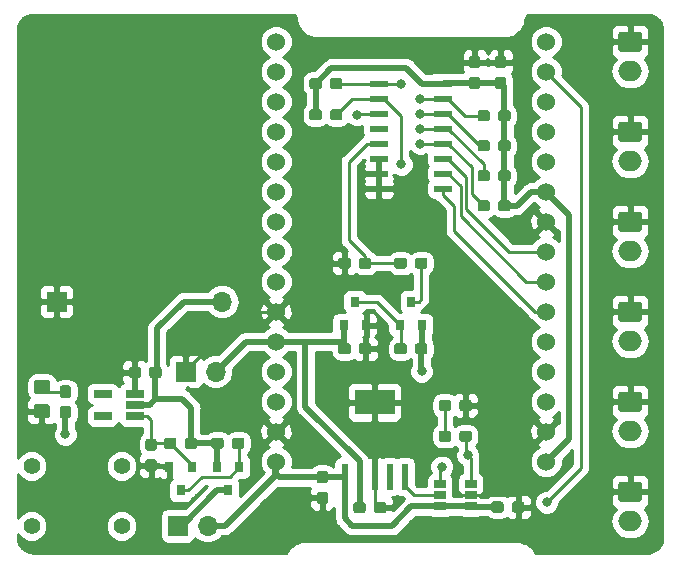
<source format=gtl>
G04 #@! TF.GenerationSoftware,KiCad,Pcbnew,5.0.2-bee76a0~70~ubuntu16.04.1*
G04 #@! TF.CreationDate,2020-01-11T18:35:07+00:00*
G04 #@! TF.ProjectId,transmitter,7472616e-736d-4697-9474-65722e6b6963,2.0.0*
G04 #@! TF.SameCoordinates,Original*
G04 #@! TF.FileFunction,Copper,L1,Top*
G04 #@! TF.FilePolarity,Positive*
%FSLAX46Y46*%
G04 Gerber Fmt 4.6, Leading zero omitted, Abs format (unit mm)*
G04 Created by KiCad (PCBNEW 5.0.2-bee76a0~70~ubuntu16.04.1) date Sat 11 Jan 2020 18:35:07 GMT*
%MOMM*%
%LPD*%
G01*
G04 APERTURE LIST*
G04 #@! TA.AperFunction,ComponentPad*
%ADD10C,1.524000*%
G04 #@! TD*
G04 #@! TA.AperFunction,Conductor*
%ADD11C,0.500000*%
G04 #@! TD*
G04 #@! TA.AperFunction,SMDPad,CuDef*
%ADD12C,0.950000*%
G04 #@! TD*
G04 #@! TA.AperFunction,ComponentPad*
%ADD13C,1.397000*%
G04 #@! TD*
G04 #@! TA.AperFunction,ComponentPad*
%ADD14R,1.700000X1.700000*%
G04 #@! TD*
G04 #@! TA.AperFunction,ComponentPad*
%ADD15O,1.700000X1.700000*%
G04 #@! TD*
G04 #@! TA.AperFunction,ComponentPad*
%ADD16C,1.700000*%
G04 #@! TD*
G04 #@! TA.AperFunction,ComponentPad*
%ADD17O,2.000000X1.700000*%
G04 #@! TD*
G04 #@! TA.AperFunction,SMDPad,CuDef*
%ADD18R,0.800000X0.900000*%
G04 #@! TD*
G04 #@! TA.AperFunction,SMDPad,CuDef*
%ADD19R,0.600000X2.200000*%
G04 #@! TD*
G04 #@! TA.AperFunction,SMDPad,CuDef*
%ADD20R,3.450000X2.150000*%
G04 #@! TD*
G04 #@! TA.AperFunction,SMDPad,CuDef*
%ADD21R,1.560000X0.650000*%
G04 #@! TD*
G04 #@! TA.AperFunction,SMDPad,CuDef*
%ADD22R,1.500000X0.600000*%
G04 #@! TD*
G04 #@! TA.AperFunction,SMDPad,CuDef*
%ADD23C,1.150000*%
G04 #@! TD*
G04 #@! TA.AperFunction,SMDPad,CuDef*
%ADD24R,1.000000X0.700000*%
G04 #@! TD*
G04 #@! TA.AperFunction,ViaPad*
%ADD25C,0.800000*%
G04 #@! TD*
G04 #@! TA.AperFunction,Conductor*
%ADD26C,0.250000*%
G04 #@! TD*
G04 #@! TA.AperFunction,Conductor*
%ADD27C,0.254000*%
G04 #@! TD*
G04 APERTURE END LIST*
D10*
G04 #@! TO.P,U1,1*
G04 #@! TO.N,A0*
X137200000Y-67945000D03*
G04 #@! TO.P,U1,2*
G04 #@! TO.N,N/C*
X137200000Y-70485000D03*
G04 #@! TO.P,U1,3*
X137200000Y-73025000D03*
G04 #@! TO.P,U1,4*
X137200000Y-75565000D03*
G04 #@! TO.P,U1,5*
X137200000Y-78105000D03*
G04 #@! TO.P,U1,6*
X137200000Y-80645000D03*
G04 #@! TO.P,U1,7*
X137200000Y-83185000D03*
G04 #@! TO.P,U1,8*
X137200000Y-85725000D03*
G04 #@! TO.P,U1,9*
X137200000Y-88265000D03*
G04 #@! TO.P,U1,10*
G04 #@! TO.N,GND*
X137200000Y-90805000D03*
G04 #@! TO.P,U1,11*
G04 #@! TO.N,3V3*
X137200000Y-93345000D03*
G04 #@! TO.P,U1,12*
G04 #@! TO.N,N/C*
X137200000Y-95885000D03*
G04 #@! TO.P,U1,13*
X137200000Y-98425000D03*
G04 #@! TO.P,U1,14*
G04 #@! TO.N,GND*
X137200000Y-100965000D03*
G04 #@! TO.P,U1,15*
G04 #@! TO.N,/VBAT*
X137200000Y-103505000D03*
G04 #@! TO.P,U1,16*
G04 #@! TO.N,3V3*
X160060000Y-103505000D03*
G04 #@! TO.P,U1,17*
G04 #@! TO.N,GND*
X160060000Y-100965000D03*
G04 #@! TO.P,U1,18*
G04 #@! TO.N,N/C*
X160060000Y-98425000D03*
G04 #@! TO.P,U1,19*
X160060000Y-95885000D03*
G04 #@! TO.P,U1,20*
X160060000Y-93345000D03*
G04 #@! TO.P,U1,21*
G04 #@! TO.N,Net-(U1-Pad21)*
X160060000Y-90805000D03*
G04 #@! TO.P,U1,22*
G04 #@! TO.N,Net-(U1-Pad22)*
X160060000Y-88265000D03*
G04 #@! TO.P,U1,23*
G04 #@! TO.N,Net-(U1-Pad23)*
X160060000Y-85725000D03*
G04 #@! TO.P,U1,24*
G04 #@! TO.N,GND*
X160060000Y-83185000D03*
G04 #@! TO.P,U1,25*
G04 #@! TO.N,3V3*
X160060000Y-80645000D03*
G04 #@! TO.P,U1,26*
G04 #@! TO.N,N/C*
X160060000Y-78105000D03*
G04 #@! TO.P,U1,27*
X160060000Y-75565000D03*
G04 #@! TO.P,U1,28*
X160060000Y-73025000D03*
G04 #@! TO.P,U1,29*
G04 #@! TO.N,DONE*
X160060000Y-70485000D03*
G04 #@! TO.P,U1,30*
G04 #@! TO.N,N/C*
X160060000Y-67945000D03*
G04 #@! TD*
D11*
G04 #@! TO.N,/OUT+*
G04 #@! TO.C,C6*
G36*
X127305779Y-95471144D02*
X127328834Y-95474563D01*
X127351443Y-95480227D01*
X127373387Y-95488079D01*
X127394457Y-95498044D01*
X127414448Y-95510026D01*
X127433168Y-95523910D01*
X127450438Y-95539562D01*
X127466090Y-95556832D01*
X127479974Y-95575552D01*
X127491956Y-95595543D01*
X127501921Y-95616613D01*
X127509773Y-95638557D01*
X127515437Y-95661166D01*
X127518856Y-95684221D01*
X127520000Y-95707500D01*
X127520000Y-96182500D01*
X127518856Y-96205779D01*
X127515437Y-96228834D01*
X127509773Y-96251443D01*
X127501921Y-96273387D01*
X127491956Y-96294457D01*
X127479974Y-96314448D01*
X127466090Y-96333168D01*
X127450438Y-96350438D01*
X127433168Y-96366090D01*
X127414448Y-96379974D01*
X127394457Y-96391956D01*
X127373387Y-96401921D01*
X127351443Y-96409773D01*
X127328834Y-96415437D01*
X127305779Y-96418856D01*
X127282500Y-96420000D01*
X126707500Y-96420000D01*
X126684221Y-96418856D01*
X126661166Y-96415437D01*
X126638557Y-96409773D01*
X126616613Y-96401921D01*
X126595543Y-96391956D01*
X126575552Y-96379974D01*
X126556832Y-96366090D01*
X126539562Y-96350438D01*
X126523910Y-96333168D01*
X126510026Y-96314448D01*
X126498044Y-96294457D01*
X126488079Y-96273387D01*
X126480227Y-96251443D01*
X126474563Y-96228834D01*
X126471144Y-96205779D01*
X126470000Y-96182500D01*
X126470000Y-95707500D01*
X126471144Y-95684221D01*
X126474563Y-95661166D01*
X126480227Y-95638557D01*
X126488079Y-95616613D01*
X126498044Y-95595543D01*
X126510026Y-95575552D01*
X126523910Y-95556832D01*
X126539562Y-95539562D01*
X126556832Y-95523910D01*
X126575552Y-95510026D01*
X126595543Y-95498044D01*
X126616613Y-95488079D01*
X126638557Y-95480227D01*
X126661166Y-95474563D01*
X126684221Y-95471144D01*
X126707500Y-95470000D01*
X127282500Y-95470000D01*
X127305779Y-95471144D01*
X127305779Y-95471144D01*
G37*
D12*
G04 #@! TD*
G04 #@! TO.P,C6,1*
G04 #@! TO.N,/OUT+*
X126995000Y-95945000D03*
D11*
G04 #@! TO.N,GND*
G04 #@! TO.C,C6*
G36*
X125555779Y-95471144D02*
X125578834Y-95474563D01*
X125601443Y-95480227D01*
X125623387Y-95488079D01*
X125644457Y-95498044D01*
X125664448Y-95510026D01*
X125683168Y-95523910D01*
X125700438Y-95539562D01*
X125716090Y-95556832D01*
X125729974Y-95575552D01*
X125741956Y-95595543D01*
X125751921Y-95616613D01*
X125759773Y-95638557D01*
X125765437Y-95661166D01*
X125768856Y-95684221D01*
X125770000Y-95707500D01*
X125770000Y-96182500D01*
X125768856Y-96205779D01*
X125765437Y-96228834D01*
X125759773Y-96251443D01*
X125751921Y-96273387D01*
X125741956Y-96294457D01*
X125729974Y-96314448D01*
X125716090Y-96333168D01*
X125700438Y-96350438D01*
X125683168Y-96366090D01*
X125664448Y-96379974D01*
X125644457Y-96391956D01*
X125623387Y-96401921D01*
X125601443Y-96409773D01*
X125578834Y-96415437D01*
X125555779Y-96418856D01*
X125532500Y-96420000D01*
X124957500Y-96420000D01*
X124934221Y-96418856D01*
X124911166Y-96415437D01*
X124888557Y-96409773D01*
X124866613Y-96401921D01*
X124845543Y-96391956D01*
X124825552Y-96379974D01*
X124806832Y-96366090D01*
X124789562Y-96350438D01*
X124773910Y-96333168D01*
X124760026Y-96314448D01*
X124748044Y-96294457D01*
X124738079Y-96273387D01*
X124730227Y-96251443D01*
X124724563Y-96228834D01*
X124721144Y-96205779D01*
X124720000Y-96182500D01*
X124720000Y-95707500D01*
X124721144Y-95684221D01*
X124724563Y-95661166D01*
X124730227Y-95638557D01*
X124738079Y-95616613D01*
X124748044Y-95595543D01*
X124760026Y-95575552D01*
X124773910Y-95556832D01*
X124789562Y-95539562D01*
X124806832Y-95523910D01*
X124825552Y-95510026D01*
X124845543Y-95498044D01*
X124866613Y-95488079D01*
X124888557Y-95480227D01*
X124911166Y-95474563D01*
X124934221Y-95471144D01*
X124957500Y-95470000D01*
X125532500Y-95470000D01*
X125555779Y-95471144D01*
X125555779Y-95471144D01*
G37*
D12*
G04 #@! TD*
G04 #@! TO.P,C6,2*
G04 #@! TO.N,GND*
X125245000Y-95945000D03*
D13*
G04 #@! TO.P,SW1,1*
G04 #@! TO.N,/VBAT*
X116500000Y-108945000D03*
G04 #@! TO.P,SW1,2*
G04 #@! TO.N,Net-(R13-Pad2)*
X116500000Y-103865000D03*
G04 #@! TO.P,SW1,1*
G04 #@! TO.N,/VBAT*
X124120000Y-108945000D03*
G04 #@! TO.P,SW1,2*
G04 #@! TO.N,Net-(R13-Pad2)*
X124120000Y-103865000D03*
G04 #@! TD*
D11*
G04 #@! TO.N,GND*
G04 #@! TO.C,C5*
G36*
X146330779Y-106921144D02*
X146353834Y-106924563D01*
X146376443Y-106930227D01*
X146398387Y-106938079D01*
X146419457Y-106948044D01*
X146439448Y-106960026D01*
X146458168Y-106973910D01*
X146475438Y-106989562D01*
X146491090Y-107006832D01*
X146504974Y-107025552D01*
X146516956Y-107045543D01*
X146526921Y-107066613D01*
X146534773Y-107088557D01*
X146540437Y-107111166D01*
X146543856Y-107134221D01*
X146545000Y-107157500D01*
X146545000Y-107632500D01*
X146543856Y-107655779D01*
X146540437Y-107678834D01*
X146534773Y-107701443D01*
X146526921Y-107723387D01*
X146516956Y-107744457D01*
X146504974Y-107764448D01*
X146491090Y-107783168D01*
X146475438Y-107800438D01*
X146458168Y-107816090D01*
X146439448Y-107829974D01*
X146419457Y-107841956D01*
X146398387Y-107851921D01*
X146376443Y-107859773D01*
X146353834Y-107865437D01*
X146330779Y-107868856D01*
X146307500Y-107870000D01*
X145732500Y-107870000D01*
X145709221Y-107868856D01*
X145686166Y-107865437D01*
X145663557Y-107859773D01*
X145641613Y-107851921D01*
X145620543Y-107841956D01*
X145600552Y-107829974D01*
X145581832Y-107816090D01*
X145564562Y-107800438D01*
X145548910Y-107783168D01*
X145535026Y-107764448D01*
X145523044Y-107744457D01*
X145513079Y-107723387D01*
X145505227Y-107701443D01*
X145499563Y-107678834D01*
X145496144Y-107655779D01*
X145495000Y-107632500D01*
X145495000Y-107157500D01*
X145496144Y-107134221D01*
X145499563Y-107111166D01*
X145505227Y-107088557D01*
X145513079Y-107066613D01*
X145523044Y-107045543D01*
X145535026Y-107025552D01*
X145548910Y-107006832D01*
X145564562Y-106989562D01*
X145581832Y-106973910D01*
X145600552Y-106960026D01*
X145620543Y-106948044D01*
X145641613Y-106938079D01*
X145663557Y-106930227D01*
X145686166Y-106924563D01*
X145709221Y-106921144D01*
X145732500Y-106920000D01*
X146307500Y-106920000D01*
X146330779Y-106921144D01*
X146330779Y-106921144D01*
G37*
D12*
G04 #@! TD*
G04 #@! TO.P,C5,2*
G04 #@! TO.N,GND*
X146020000Y-107395000D03*
D11*
G04 #@! TO.N,3V3*
G04 #@! TO.C,C5*
G36*
X144580779Y-106921144D02*
X144603834Y-106924563D01*
X144626443Y-106930227D01*
X144648387Y-106938079D01*
X144669457Y-106948044D01*
X144689448Y-106960026D01*
X144708168Y-106973910D01*
X144725438Y-106989562D01*
X144741090Y-107006832D01*
X144754974Y-107025552D01*
X144766956Y-107045543D01*
X144776921Y-107066613D01*
X144784773Y-107088557D01*
X144790437Y-107111166D01*
X144793856Y-107134221D01*
X144795000Y-107157500D01*
X144795000Y-107632500D01*
X144793856Y-107655779D01*
X144790437Y-107678834D01*
X144784773Y-107701443D01*
X144776921Y-107723387D01*
X144766956Y-107744457D01*
X144754974Y-107764448D01*
X144741090Y-107783168D01*
X144725438Y-107800438D01*
X144708168Y-107816090D01*
X144689448Y-107829974D01*
X144669457Y-107841956D01*
X144648387Y-107851921D01*
X144626443Y-107859773D01*
X144603834Y-107865437D01*
X144580779Y-107868856D01*
X144557500Y-107870000D01*
X143982500Y-107870000D01*
X143959221Y-107868856D01*
X143936166Y-107865437D01*
X143913557Y-107859773D01*
X143891613Y-107851921D01*
X143870543Y-107841956D01*
X143850552Y-107829974D01*
X143831832Y-107816090D01*
X143814562Y-107800438D01*
X143798910Y-107783168D01*
X143785026Y-107764448D01*
X143773044Y-107744457D01*
X143763079Y-107723387D01*
X143755227Y-107701443D01*
X143749563Y-107678834D01*
X143746144Y-107655779D01*
X143745000Y-107632500D01*
X143745000Y-107157500D01*
X143746144Y-107134221D01*
X143749563Y-107111166D01*
X143755227Y-107088557D01*
X143763079Y-107066613D01*
X143773044Y-107045543D01*
X143785026Y-107025552D01*
X143798910Y-107006832D01*
X143814562Y-106989562D01*
X143831832Y-106973910D01*
X143850552Y-106960026D01*
X143870543Y-106948044D01*
X143891613Y-106938079D01*
X143913557Y-106930227D01*
X143936166Y-106924563D01*
X143959221Y-106921144D01*
X143982500Y-106920000D01*
X144557500Y-106920000D01*
X144580779Y-106921144D01*
X144580779Y-106921144D01*
G37*
D12*
G04 #@! TD*
G04 #@! TO.P,C5,1*
G04 #@! TO.N,3V3*
X144270000Y-107395000D03*
D14*
G04 #@! TO.P,SW2,1*
G04 #@! TO.N,Net-(Q3-Pad3)*
X128870000Y-108945000D03*
D15*
G04 #@! TO.P,SW2,2*
G04 #@! TO.N,/VBAT*
X131410000Y-108945000D03*
G04 #@! TD*
D14*
G04 #@! TO.P,J4,1*
G04 #@! TO.N,GND*
X118620000Y-89945000D03*
D15*
G04 #@! TO.P,J4,2*
G04 #@! TO.N,/OUT+*
X132620000Y-89945000D03*
G04 #@! TD*
D11*
G04 #@! TO.N,GND*
G04 #@! TO.C,C2*
G36*
X156480779Y-69146144D02*
X156503834Y-69149563D01*
X156526443Y-69155227D01*
X156548387Y-69163079D01*
X156569457Y-69173044D01*
X156589448Y-69185026D01*
X156608168Y-69198910D01*
X156625438Y-69214562D01*
X156641090Y-69231832D01*
X156654974Y-69250552D01*
X156666956Y-69270543D01*
X156676921Y-69291613D01*
X156684773Y-69313557D01*
X156690437Y-69336166D01*
X156693856Y-69359221D01*
X156695000Y-69382500D01*
X156695000Y-69957500D01*
X156693856Y-69980779D01*
X156690437Y-70003834D01*
X156684773Y-70026443D01*
X156676921Y-70048387D01*
X156666956Y-70069457D01*
X156654974Y-70089448D01*
X156641090Y-70108168D01*
X156625438Y-70125438D01*
X156608168Y-70141090D01*
X156589448Y-70154974D01*
X156569457Y-70166956D01*
X156548387Y-70176921D01*
X156526443Y-70184773D01*
X156503834Y-70190437D01*
X156480779Y-70193856D01*
X156457500Y-70195000D01*
X155982500Y-70195000D01*
X155959221Y-70193856D01*
X155936166Y-70190437D01*
X155913557Y-70184773D01*
X155891613Y-70176921D01*
X155870543Y-70166956D01*
X155850552Y-70154974D01*
X155831832Y-70141090D01*
X155814562Y-70125438D01*
X155798910Y-70108168D01*
X155785026Y-70089448D01*
X155773044Y-70069457D01*
X155763079Y-70048387D01*
X155755227Y-70026443D01*
X155749563Y-70003834D01*
X155746144Y-69980779D01*
X155745000Y-69957500D01*
X155745000Y-69382500D01*
X155746144Y-69359221D01*
X155749563Y-69336166D01*
X155755227Y-69313557D01*
X155763079Y-69291613D01*
X155773044Y-69270543D01*
X155785026Y-69250552D01*
X155798910Y-69231832D01*
X155814562Y-69214562D01*
X155831832Y-69198910D01*
X155850552Y-69185026D01*
X155870543Y-69173044D01*
X155891613Y-69163079D01*
X155913557Y-69155227D01*
X155936166Y-69149563D01*
X155959221Y-69146144D01*
X155982500Y-69145000D01*
X156457500Y-69145000D01*
X156480779Y-69146144D01*
X156480779Y-69146144D01*
G37*
D12*
G04 #@! TD*
G04 #@! TO.P,C2,2*
G04 #@! TO.N,GND*
X156220000Y-69670000D03*
D11*
G04 #@! TO.N,3V3*
G04 #@! TO.C,C2*
G36*
X156480779Y-70896144D02*
X156503834Y-70899563D01*
X156526443Y-70905227D01*
X156548387Y-70913079D01*
X156569457Y-70923044D01*
X156589448Y-70935026D01*
X156608168Y-70948910D01*
X156625438Y-70964562D01*
X156641090Y-70981832D01*
X156654974Y-71000552D01*
X156666956Y-71020543D01*
X156676921Y-71041613D01*
X156684773Y-71063557D01*
X156690437Y-71086166D01*
X156693856Y-71109221D01*
X156695000Y-71132500D01*
X156695000Y-71707500D01*
X156693856Y-71730779D01*
X156690437Y-71753834D01*
X156684773Y-71776443D01*
X156676921Y-71798387D01*
X156666956Y-71819457D01*
X156654974Y-71839448D01*
X156641090Y-71858168D01*
X156625438Y-71875438D01*
X156608168Y-71891090D01*
X156589448Y-71904974D01*
X156569457Y-71916956D01*
X156548387Y-71926921D01*
X156526443Y-71934773D01*
X156503834Y-71940437D01*
X156480779Y-71943856D01*
X156457500Y-71945000D01*
X155982500Y-71945000D01*
X155959221Y-71943856D01*
X155936166Y-71940437D01*
X155913557Y-71934773D01*
X155891613Y-71926921D01*
X155870543Y-71916956D01*
X155850552Y-71904974D01*
X155831832Y-71891090D01*
X155814562Y-71875438D01*
X155798910Y-71858168D01*
X155785026Y-71839448D01*
X155773044Y-71819457D01*
X155763079Y-71798387D01*
X155755227Y-71776443D01*
X155749563Y-71753834D01*
X155746144Y-71730779D01*
X155745000Y-71707500D01*
X155745000Y-71132500D01*
X155746144Y-71109221D01*
X155749563Y-71086166D01*
X155755227Y-71063557D01*
X155763079Y-71041613D01*
X155773044Y-71020543D01*
X155785026Y-71000552D01*
X155798910Y-70981832D01*
X155814562Y-70964562D01*
X155831832Y-70948910D01*
X155850552Y-70935026D01*
X155870543Y-70923044D01*
X155891613Y-70913079D01*
X155913557Y-70905227D01*
X155936166Y-70899563D01*
X155959221Y-70896144D01*
X155982500Y-70895000D01*
X156457500Y-70895000D01*
X156480779Y-70896144D01*
X156480779Y-70896144D01*
G37*
D12*
G04 #@! TD*
G04 #@! TO.P,C2,1*
G04 #@! TO.N,3V3*
X156220000Y-71420000D03*
D11*
G04 #@! TO.N,3V3*
G04 #@! TO.C,C1*
G36*
X154280779Y-70896144D02*
X154303834Y-70899563D01*
X154326443Y-70905227D01*
X154348387Y-70913079D01*
X154369457Y-70923044D01*
X154389448Y-70935026D01*
X154408168Y-70948910D01*
X154425438Y-70964562D01*
X154441090Y-70981832D01*
X154454974Y-71000552D01*
X154466956Y-71020543D01*
X154476921Y-71041613D01*
X154484773Y-71063557D01*
X154490437Y-71086166D01*
X154493856Y-71109221D01*
X154495000Y-71132500D01*
X154495000Y-71707500D01*
X154493856Y-71730779D01*
X154490437Y-71753834D01*
X154484773Y-71776443D01*
X154476921Y-71798387D01*
X154466956Y-71819457D01*
X154454974Y-71839448D01*
X154441090Y-71858168D01*
X154425438Y-71875438D01*
X154408168Y-71891090D01*
X154389448Y-71904974D01*
X154369457Y-71916956D01*
X154348387Y-71926921D01*
X154326443Y-71934773D01*
X154303834Y-71940437D01*
X154280779Y-71943856D01*
X154257500Y-71945000D01*
X153782500Y-71945000D01*
X153759221Y-71943856D01*
X153736166Y-71940437D01*
X153713557Y-71934773D01*
X153691613Y-71926921D01*
X153670543Y-71916956D01*
X153650552Y-71904974D01*
X153631832Y-71891090D01*
X153614562Y-71875438D01*
X153598910Y-71858168D01*
X153585026Y-71839448D01*
X153573044Y-71819457D01*
X153563079Y-71798387D01*
X153555227Y-71776443D01*
X153549563Y-71753834D01*
X153546144Y-71730779D01*
X153545000Y-71707500D01*
X153545000Y-71132500D01*
X153546144Y-71109221D01*
X153549563Y-71086166D01*
X153555227Y-71063557D01*
X153563079Y-71041613D01*
X153573044Y-71020543D01*
X153585026Y-71000552D01*
X153598910Y-70981832D01*
X153614562Y-70964562D01*
X153631832Y-70948910D01*
X153650552Y-70935026D01*
X153670543Y-70923044D01*
X153691613Y-70913079D01*
X153713557Y-70905227D01*
X153736166Y-70899563D01*
X153759221Y-70896144D01*
X153782500Y-70895000D01*
X154257500Y-70895000D01*
X154280779Y-70896144D01*
X154280779Y-70896144D01*
G37*
D12*
G04 #@! TD*
G04 #@! TO.P,C1,1*
G04 #@! TO.N,3V3*
X154020000Y-71420000D03*
D11*
G04 #@! TO.N,GND*
G04 #@! TO.C,C1*
G36*
X154280779Y-69146144D02*
X154303834Y-69149563D01*
X154326443Y-69155227D01*
X154348387Y-69163079D01*
X154369457Y-69173044D01*
X154389448Y-69185026D01*
X154408168Y-69198910D01*
X154425438Y-69214562D01*
X154441090Y-69231832D01*
X154454974Y-69250552D01*
X154466956Y-69270543D01*
X154476921Y-69291613D01*
X154484773Y-69313557D01*
X154490437Y-69336166D01*
X154493856Y-69359221D01*
X154495000Y-69382500D01*
X154495000Y-69957500D01*
X154493856Y-69980779D01*
X154490437Y-70003834D01*
X154484773Y-70026443D01*
X154476921Y-70048387D01*
X154466956Y-70069457D01*
X154454974Y-70089448D01*
X154441090Y-70108168D01*
X154425438Y-70125438D01*
X154408168Y-70141090D01*
X154389448Y-70154974D01*
X154369457Y-70166956D01*
X154348387Y-70176921D01*
X154326443Y-70184773D01*
X154303834Y-70190437D01*
X154280779Y-70193856D01*
X154257500Y-70195000D01*
X153782500Y-70195000D01*
X153759221Y-70193856D01*
X153736166Y-70190437D01*
X153713557Y-70184773D01*
X153691613Y-70176921D01*
X153670543Y-70166956D01*
X153650552Y-70154974D01*
X153631832Y-70141090D01*
X153614562Y-70125438D01*
X153598910Y-70108168D01*
X153585026Y-70089448D01*
X153573044Y-70069457D01*
X153563079Y-70048387D01*
X153555227Y-70026443D01*
X153549563Y-70003834D01*
X153546144Y-69980779D01*
X153545000Y-69957500D01*
X153545000Y-69382500D01*
X153546144Y-69359221D01*
X153549563Y-69336166D01*
X153555227Y-69313557D01*
X153563079Y-69291613D01*
X153573044Y-69270543D01*
X153585026Y-69250552D01*
X153598910Y-69231832D01*
X153614562Y-69214562D01*
X153631832Y-69198910D01*
X153650552Y-69185026D01*
X153670543Y-69173044D01*
X153691613Y-69163079D01*
X153713557Y-69155227D01*
X153736166Y-69149563D01*
X153759221Y-69146144D01*
X153782500Y-69145000D01*
X154257500Y-69145000D01*
X154280779Y-69146144D01*
X154280779Y-69146144D01*
G37*
D12*
G04 #@! TD*
G04 #@! TO.P,C1,2*
G04 #@! TO.N,GND*
X154020000Y-69670000D03*
D11*
G04 #@! TO.N,GND*
G04 #@! TO.C,C3*
G36*
X141380779Y-106046144D02*
X141403834Y-106049563D01*
X141426443Y-106055227D01*
X141448387Y-106063079D01*
X141469457Y-106073044D01*
X141489448Y-106085026D01*
X141508168Y-106098910D01*
X141525438Y-106114562D01*
X141541090Y-106131832D01*
X141554974Y-106150552D01*
X141566956Y-106170543D01*
X141576921Y-106191613D01*
X141584773Y-106213557D01*
X141590437Y-106236166D01*
X141593856Y-106259221D01*
X141595000Y-106282500D01*
X141595000Y-106857500D01*
X141593856Y-106880779D01*
X141590437Y-106903834D01*
X141584773Y-106926443D01*
X141576921Y-106948387D01*
X141566956Y-106969457D01*
X141554974Y-106989448D01*
X141541090Y-107008168D01*
X141525438Y-107025438D01*
X141508168Y-107041090D01*
X141489448Y-107054974D01*
X141469457Y-107066956D01*
X141448387Y-107076921D01*
X141426443Y-107084773D01*
X141403834Y-107090437D01*
X141380779Y-107093856D01*
X141357500Y-107095000D01*
X140882500Y-107095000D01*
X140859221Y-107093856D01*
X140836166Y-107090437D01*
X140813557Y-107084773D01*
X140791613Y-107076921D01*
X140770543Y-107066956D01*
X140750552Y-107054974D01*
X140731832Y-107041090D01*
X140714562Y-107025438D01*
X140698910Y-107008168D01*
X140685026Y-106989448D01*
X140673044Y-106969457D01*
X140663079Y-106948387D01*
X140655227Y-106926443D01*
X140649563Y-106903834D01*
X140646144Y-106880779D01*
X140645000Y-106857500D01*
X140645000Y-106282500D01*
X140646144Y-106259221D01*
X140649563Y-106236166D01*
X140655227Y-106213557D01*
X140663079Y-106191613D01*
X140673044Y-106170543D01*
X140685026Y-106150552D01*
X140698910Y-106131832D01*
X140714562Y-106114562D01*
X140731832Y-106098910D01*
X140750552Y-106085026D01*
X140770543Y-106073044D01*
X140791613Y-106063079D01*
X140813557Y-106055227D01*
X140836166Y-106049563D01*
X140859221Y-106046144D01*
X140882500Y-106045000D01*
X141357500Y-106045000D01*
X141380779Y-106046144D01*
X141380779Y-106046144D01*
G37*
D12*
G04 #@! TD*
G04 #@! TO.P,C3,2*
G04 #@! TO.N,GND*
X141120000Y-106570000D03*
D11*
G04 #@! TO.N,/VBAT*
G04 #@! TO.C,C3*
G36*
X141380779Y-104296144D02*
X141403834Y-104299563D01*
X141426443Y-104305227D01*
X141448387Y-104313079D01*
X141469457Y-104323044D01*
X141489448Y-104335026D01*
X141508168Y-104348910D01*
X141525438Y-104364562D01*
X141541090Y-104381832D01*
X141554974Y-104400552D01*
X141566956Y-104420543D01*
X141576921Y-104441613D01*
X141584773Y-104463557D01*
X141590437Y-104486166D01*
X141593856Y-104509221D01*
X141595000Y-104532500D01*
X141595000Y-105107500D01*
X141593856Y-105130779D01*
X141590437Y-105153834D01*
X141584773Y-105176443D01*
X141576921Y-105198387D01*
X141566956Y-105219457D01*
X141554974Y-105239448D01*
X141541090Y-105258168D01*
X141525438Y-105275438D01*
X141508168Y-105291090D01*
X141489448Y-105304974D01*
X141469457Y-105316956D01*
X141448387Y-105326921D01*
X141426443Y-105334773D01*
X141403834Y-105340437D01*
X141380779Y-105343856D01*
X141357500Y-105345000D01*
X140882500Y-105345000D01*
X140859221Y-105343856D01*
X140836166Y-105340437D01*
X140813557Y-105334773D01*
X140791613Y-105326921D01*
X140770543Y-105316956D01*
X140750552Y-105304974D01*
X140731832Y-105291090D01*
X140714562Y-105275438D01*
X140698910Y-105258168D01*
X140685026Y-105239448D01*
X140673044Y-105219457D01*
X140663079Y-105198387D01*
X140655227Y-105176443D01*
X140649563Y-105153834D01*
X140646144Y-105130779D01*
X140645000Y-105107500D01*
X140645000Y-104532500D01*
X140646144Y-104509221D01*
X140649563Y-104486166D01*
X140655227Y-104463557D01*
X140663079Y-104441613D01*
X140673044Y-104420543D01*
X140685026Y-104400552D01*
X140698910Y-104381832D01*
X140714562Y-104364562D01*
X140731832Y-104348910D01*
X140750552Y-104335026D01*
X140770543Y-104323044D01*
X140791613Y-104313079D01*
X140813557Y-104305227D01*
X140836166Y-104299563D01*
X140859221Y-104296144D01*
X140882500Y-104295000D01*
X141357500Y-104295000D01*
X141380779Y-104296144D01*
X141380779Y-104296144D01*
G37*
D12*
G04 #@! TD*
G04 #@! TO.P,C3,1*
G04 #@! TO.N,/VBAT*
X141120000Y-104820000D03*
D11*
G04 #@! TO.N,/VBAT*
G04 #@! TO.C,C4*
G36*
X156255779Y-106871144D02*
X156278834Y-106874563D01*
X156301443Y-106880227D01*
X156323387Y-106888079D01*
X156344457Y-106898044D01*
X156364448Y-106910026D01*
X156383168Y-106923910D01*
X156400438Y-106939562D01*
X156416090Y-106956832D01*
X156429974Y-106975552D01*
X156441956Y-106995543D01*
X156451921Y-107016613D01*
X156459773Y-107038557D01*
X156465437Y-107061166D01*
X156468856Y-107084221D01*
X156470000Y-107107500D01*
X156470000Y-107582500D01*
X156468856Y-107605779D01*
X156465437Y-107628834D01*
X156459773Y-107651443D01*
X156451921Y-107673387D01*
X156441956Y-107694457D01*
X156429974Y-107714448D01*
X156416090Y-107733168D01*
X156400438Y-107750438D01*
X156383168Y-107766090D01*
X156364448Y-107779974D01*
X156344457Y-107791956D01*
X156323387Y-107801921D01*
X156301443Y-107809773D01*
X156278834Y-107815437D01*
X156255779Y-107818856D01*
X156232500Y-107820000D01*
X155657500Y-107820000D01*
X155634221Y-107818856D01*
X155611166Y-107815437D01*
X155588557Y-107809773D01*
X155566613Y-107801921D01*
X155545543Y-107791956D01*
X155525552Y-107779974D01*
X155506832Y-107766090D01*
X155489562Y-107750438D01*
X155473910Y-107733168D01*
X155460026Y-107714448D01*
X155448044Y-107694457D01*
X155438079Y-107673387D01*
X155430227Y-107651443D01*
X155424563Y-107628834D01*
X155421144Y-107605779D01*
X155420000Y-107582500D01*
X155420000Y-107107500D01*
X155421144Y-107084221D01*
X155424563Y-107061166D01*
X155430227Y-107038557D01*
X155438079Y-107016613D01*
X155448044Y-106995543D01*
X155460026Y-106975552D01*
X155473910Y-106956832D01*
X155489562Y-106939562D01*
X155506832Y-106923910D01*
X155525552Y-106910026D01*
X155545543Y-106898044D01*
X155566613Y-106888079D01*
X155588557Y-106880227D01*
X155611166Y-106874563D01*
X155634221Y-106871144D01*
X155657500Y-106870000D01*
X156232500Y-106870000D01*
X156255779Y-106871144D01*
X156255779Y-106871144D01*
G37*
D12*
G04 #@! TD*
G04 #@! TO.P,C4,1*
G04 #@! TO.N,/VBAT*
X155945000Y-107345000D03*
D11*
G04 #@! TO.N,GND*
G04 #@! TO.C,C4*
G36*
X158005779Y-106871144D02*
X158028834Y-106874563D01*
X158051443Y-106880227D01*
X158073387Y-106888079D01*
X158094457Y-106898044D01*
X158114448Y-106910026D01*
X158133168Y-106923910D01*
X158150438Y-106939562D01*
X158166090Y-106956832D01*
X158179974Y-106975552D01*
X158191956Y-106995543D01*
X158201921Y-107016613D01*
X158209773Y-107038557D01*
X158215437Y-107061166D01*
X158218856Y-107084221D01*
X158220000Y-107107500D01*
X158220000Y-107582500D01*
X158218856Y-107605779D01*
X158215437Y-107628834D01*
X158209773Y-107651443D01*
X158201921Y-107673387D01*
X158191956Y-107694457D01*
X158179974Y-107714448D01*
X158166090Y-107733168D01*
X158150438Y-107750438D01*
X158133168Y-107766090D01*
X158114448Y-107779974D01*
X158094457Y-107791956D01*
X158073387Y-107801921D01*
X158051443Y-107809773D01*
X158028834Y-107815437D01*
X158005779Y-107818856D01*
X157982500Y-107820000D01*
X157407500Y-107820000D01*
X157384221Y-107818856D01*
X157361166Y-107815437D01*
X157338557Y-107809773D01*
X157316613Y-107801921D01*
X157295543Y-107791956D01*
X157275552Y-107779974D01*
X157256832Y-107766090D01*
X157239562Y-107750438D01*
X157223910Y-107733168D01*
X157210026Y-107714448D01*
X157198044Y-107694457D01*
X157188079Y-107673387D01*
X157180227Y-107651443D01*
X157174563Y-107628834D01*
X157171144Y-107605779D01*
X157170000Y-107582500D01*
X157170000Y-107107500D01*
X157171144Y-107084221D01*
X157174563Y-107061166D01*
X157180227Y-107038557D01*
X157188079Y-107016613D01*
X157198044Y-106995543D01*
X157210026Y-106975552D01*
X157223910Y-106956832D01*
X157239562Y-106939562D01*
X157256832Y-106923910D01*
X157275552Y-106910026D01*
X157295543Y-106898044D01*
X157316613Y-106888079D01*
X157338557Y-106880227D01*
X157361166Y-106874563D01*
X157384221Y-106871144D01*
X157407500Y-106870000D01*
X157982500Y-106870000D01*
X158005779Y-106871144D01*
X158005779Y-106871144D01*
G37*
D12*
G04 #@! TD*
G04 #@! TO.P,C4,2*
G04 #@! TO.N,GND*
X157695000Y-107345000D03*
D11*
G04 #@! TO.N,Net-(Q1-Pad3)*
G04 #@! TO.C,R1*
G36*
X149805779Y-86221144D02*
X149828834Y-86224563D01*
X149851443Y-86230227D01*
X149873387Y-86238079D01*
X149894457Y-86248044D01*
X149914448Y-86260026D01*
X149933168Y-86273910D01*
X149950438Y-86289562D01*
X149966090Y-86306832D01*
X149979974Y-86325552D01*
X149991956Y-86345543D01*
X150001921Y-86366613D01*
X150009773Y-86388557D01*
X150015437Y-86411166D01*
X150018856Y-86434221D01*
X150020000Y-86457500D01*
X150020000Y-86932500D01*
X150018856Y-86955779D01*
X150015437Y-86978834D01*
X150009773Y-87001443D01*
X150001921Y-87023387D01*
X149991956Y-87044457D01*
X149979974Y-87064448D01*
X149966090Y-87083168D01*
X149950438Y-87100438D01*
X149933168Y-87116090D01*
X149914448Y-87129974D01*
X149894457Y-87141956D01*
X149873387Y-87151921D01*
X149851443Y-87159773D01*
X149828834Y-87165437D01*
X149805779Y-87168856D01*
X149782500Y-87170000D01*
X149207500Y-87170000D01*
X149184221Y-87168856D01*
X149161166Y-87165437D01*
X149138557Y-87159773D01*
X149116613Y-87151921D01*
X149095543Y-87141956D01*
X149075552Y-87129974D01*
X149056832Y-87116090D01*
X149039562Y-87100438D01*
X149023910Y-87083168D01*
X149010026Y-87064448D01*
X148998044Y-87044457D01*
X148988079Y-87023387D01*
X148980227Y-87001443D01*
X148974563Y-86978834D01*
X148971144Y-86955779D01*
X148970000Y-86932500D01*
X148970000Y-86457500D01*
X148971144Y-86434221D01*
X148974563Y-86411166D01*
X148980227Y-86388557D01*
X148988079Y-86366613D01*
X148998044Y-86345543D01*
X149010026Y-86325552D01*
X149023910Y-86306832D01*
X149039562Y-86289562D01*
X149056832Y-86273910D01*
X149075552Y-86260026D01*
X149095543Y-86248044D01*
X149116613Y-86238079D01*
X149138557Y-86230227D01*
X149161166Y-86224563D01*
X149184221Y-86221144D01*
X149207500Y-86220000D01*
X149782500Y-86220000D01*
X149805779Y-86221144D01*
X149805779Y-86221144D01*
G37*
D12*
G04 #@! TD*
G04 #@! TO.P,R1,1*
G04 #@! TO.N,Net-(Q1-Pad3)*
X149495000Y-86695000D03*
D11*
G04 #@! TO.N,BATT_SENSE*
G04 #@! TO.C,R1*
G36*
X148055779Y-86221144D02*
X148078834Y-86224563D01*
X148101443Y-86230227D01*
X148123387Y-86238079D01*
X148144457Y-86248044D01*
X148164448Y-86260026D01*
X148183168Y-86273910D01*
X148200438Y-86289562D01*
X148216090Y-86306832D01*
X148229974Y-86325552D01*
X148241956Y-86345543D01*
X148251921Y-86366613D01*
X148259773Y-86388557D01*
X148265437Y-86411166D01*
X148268856Y-86434221D01*
X148270000Y-86457500D01*
X148270000Y-86932500D01*
X148268856Y-86955779D01*
X148265437Y-86978834D01*
X148259773Y-87001443D01*
X148251921Y-87023387D01*
X148241956Y-87044457D01*
X148229974Y-87064448D01*
X148216090Y-87083168D01*
X148200438Y-87100438D01*
X148183168Y-87116090D01*
X148164448Y-87129974D01*
X148144457Y-87141956D01*
X148123387Y-87151921D01*
X148101443Y-87159773D01*
X148078834Y-87165437D01*
X148055779Y-87168856D01*
X148032500Y-87170000D01*
X147457500Y-87170000D01*
X147434221Y-87168856D01*
X147411166Y-87165437D01*
X147388557Y-87159773D01*
X147366613Y-87151921D01*
X147345543Y-87141956D01*
X147325552Y-87129974D01*
X147306832Y-87116090D01*
X147289562Y-87100438D01*
X147273910Y-87083168D01*
X147260026Y-87064448D01*
X147248044Y-87044457D01*
X147238079Y-87023387D01*
X147230227Y-87001443D01*
X147224563Y-86978834D01*
X147221144Y-86955779D01*
X147220000Y-86932500D01*
X147220000Y-86457500D01*
X147221144Y-86434221D01*
X147224563Y-86411166D01*
X147230227Y-86388557D01*
X147238079Y-86366613D01*
X147248044Y-86345543D01*
X147260026Y-86325552D01*
X147273910Y-86306832D01*
X147289562Y-86289562D01*
X147306832Y-86273910D01*
X147325552Y-86260026D01*
X147345543Y-86248044D01*
X147366613Y-86238079D01*
X147388557Y-86230227D01*
X147411166Y-86224563D01*
X147434221Y-86221144D01*
X147457500Y-86220000D01*
X148032500Y-86220000D01*
X148055779Y-86221144D01*
X148055779Y-86221144D01*
G37*
D12*
G04 #@! TD*
G04 #@! TO.P,R1,2*
G04 #@! TO.N,BATT_SENSE*
X147745000Y-86695000D03*
D11*
G04 #@! TO.N,GND*
G04 #@! TO.C,R2*
G36*
X143305779Y-86221144D02*
X143328834Y-86224563D01*
X143351443Y-86230227D01*
X143373387Y-86238079D01*
X143394457Y-86248044D01*
X143414448Y-86260026D01*
X143433168Y-86273910D01*
X143450438Y-86289562D01*
X143466090Y-86306832D01*
X143479974Y-86325552D01*
X143491956Y-86345543D01*
X143501921Y-86366613D01*
X143509773Y-86388557D01*
X143515437Y-86411166D01*
X143518856Y-86434221D01*
X143520000Y-86457500D01*
X143520000Y-86932500D01*
X143518856Y-86955779D01*
X143515437Y-86978834D01*
X143509773Y-87001443D01*
X143501921Y-87023387D01*
X143491956Y-87044457D01*
X143479974Y-87064448D01*
X143466090Y-87083168D01*
X143450438Y-87100438D01*
X143433168Y-87116090D01*
X143414448Y-87129974D01*
X143394457Y-87141956D01*
X143373387Y-87151921D01*
X143351443Y-87159773D01*
X143328834Y-87165437D01*
X143305779Y-87168856D01*
X143282500Y-87170000D01*
X142707500Y-87170000D01*
X142684221Y-87168856D01*
X142661166Y-87165437D01*
X142638557Y-87159773D01*
X142616613Y-87151921D01*
X142595543Y-87141956D01*
X142575552Y-87129974D01*
X142556832Y-87116090D01*
X142539562Y-87100438D01*
X142523910Y-87083168D01*
X142510026Y-87064448D01*
X142498044Y-87044457D01*
X142488079Y-87023387D01*
X142480227Y-87001443D01*
X142474563Y-86978834D01*
X142471144Y-86955779D01*
X142470000Y-86932500D01*
X142470000Y-86457500D01*
X142471144Y-86434221D01*
X142474563Y-86411166D01*
X142480227Y-86388557D01*
X142488079Y-86366613D01*
X142498044Y-86345543D01*
X142510026Y-86325552D01*
X142523910Y-86306832D01*
X142539562Y-86289562D01*
X142556832Y-86273910D01*
X142575552Y-86260026D01*
X142595543Y-86248044D01*
X142616613Y-86238079D01*
X142638557Y-86230227D01*
X142661166Y-86224563D01*
X142684221Y-86221144D01*
X142707500Y-86220000D01*
X143282500Y-86220000D01*
X143305779Y-86221144D01*
X143305779Y-86221144D01*
G37*
D12*
G04 #@! TD*
G04 #@! TO.P,R2,2*
G04 #@! TO.N,GND*
X142995000Y-86695000D03*
D11*
G04 #@! TO.N,BATT_SENSE*
G04 #@! TO.C,R2*
G36*
X145055779Y-86221144D02*
X145078834Y-86224563D01*
X145101443Y-86230227D01*
X145123387Y-86238079D01*
X145144457Y-86248044D01*
X145164448Y-86260026D01*
X145183168Y-86273910D01*
X145200438Y-86289562D01*
X145216090Y-86306832D01*
X145229974Y-86325552D01*
X145241956Y-86345543D01*
X145251921Y-86366613D01*
X145259773Y-86388557D01*
X145265437Y-86411166D01*
X145268856Y-86434221D01*
X145270000Y-86457500D01*
X145270000Y-86932500D01*
X145268856Y-86955779D01*
X145265437Y-86978834D01*
X145259773Y-87001443D01*
X145251921Y-87023387D01*
X145241956Y-87044457D01*
X145229974Y-87064448D01*
X145216090Y-87083168D01*
X145200438Y-87100438D01*
X145183168Y-87116090D01*
X145164448Y-87129974D01*
X145144457Y-87141956D01*
X145123387Y-87151921D01*
X145101443Y-87159773D01*
X145078834Y-87165437D01*
X145055779Y-87168856D01*
X145032500Y-87170000D01*
X144457500Y-87170000D01*
X144434221Y-87168856D01*
X144411166Y-87165437D01*
X144388557Y-87159773D01*
X144366613Y-87151921D01*
X144345543Y-87141956D01*
X144325552Y-87129974D01*
X144306832Y-87116090D01*
X144289562Y-87100438D01*
X144273910Y-87083168D01*
X144260026Y-87064448D01*
X144248044Y-87044457D01*
X144238079Y-87023387D01*
X144230227Y-87001443D01*
X144224563Y-86978834D01*
X144221144Y-86955779D01*
X144220000Y-86932500D01*
X144220000Y-86457500D01*
X144221144Y-86434221D01*
X144224563Y-86411166D01*
X144230227Y-86388557D01*
X144238079Y-86366613D01*
X144248044Y-86345543D01*
X144260026Y-86325552D01*
X144273910Y-86306832D01*
X144289562Y-86289562D01*
X144306832Y-86273910D01*
X144325552Y-86260026D01*
X144345543Y-86248044D01*
X144366613Y-86238079D01*
X144388557Y-86230227D01*
X144411166Y-86224563D01*
X144434221Y-86221144D01*
X144457500Y-86220000D01*
X145032500Y-86220000D01*
X145055779Y-86221144D01*
X145055779Y-86221144D01*
G37*
D12*
G04 #@! TD*
G04 #@! TO.P,R2,1*
G04 #@! TO.N,BATT_SENSE*
X144745000Y-86695000D03*
D11*
G04 #@! TO.N,3V3*
G04 #@! TO.C,R3*
G36*
X156845779Y-73741144D02*
X156868834Y-73744563D01*
X156891443Y-73750227D01*
X156913387Y-73758079D01*
X156934457Y-73768044D01*
X156954448Y-73780026D01*
X156973168Y-73793910D01*
X156990438Y-73809562D01*
X157006090Y-73826832D01*
X157019974Y-73845552D01*
X157031956Y-73865543D01*
X157041921Y-73886613D01*
X157049773Y-73908557D01*
X157055437Y-73931166D01*
X157058856Y-73954221D01*
X157060000Y-73977500D01*
X157060000Y-74452500D01*
X157058856Y-74475779D01*
X157055437Y-74498834D01*
X157049773Y-74521443D01*
X157041921Y-74543387D01*
X157031956Y-74564457D01*
X157019974Y-74584448D01*
X157006090Y-74603168D01*
X156990438Y-74620438D01*
X156973168Y-74636090D01*
X156954448Y-74649974D01*
X156934457Y-74661956D01*
X156913387Y-74671921D01*
X156891443Y-74679773D01*
X156868834Y-74685437D01*
X156845779Y-74688856D01*
X156822500Y-74690000D01*
X156247500Y-74690000D01*
X156224221Y-74688856D01*
X156201166Y-74685437D01*
X156178557Y-74679773D01*
X156156613Y-74671921D01*
X156135543Y-74661956D01*
X156115552Y-74649974D01*
X156096832Y-74636090D01*
X156079562Y-74620438D01*
X156063910Y-74603168D01*
X156050026Y-74584448D01*
X156038044Y-74564457D01*
X156028079Y-74543387D01*
X156020227Y-74521443D01*
X156014563Y-74498834D01*
X156011144Y-74475779D01*
X156010000Y-74452500D01*
X156010000Y-73977500D01*
X156011144Y-73954221D01*
X156014563Y-73931166D01*
X156020227Y-73908557D01*
X156028079Y-73886613D01*
X156038044Y-73865543D01*
X156050026Y-73845552D01*
X156063910Y-73826832D01*
X156079562Y-73809562D01*
X156096832Y-73793910D01*
X156115552Y-73780026D01*
X156135543Y-73768044D01*
X156156613Y-73758079D01*
X156178557Y-73750227D01*
X156201166Y-73744563D01*
X156224221Y-73741144D01*
X156247500Y-73740000D01*
X156822500Y-73740000D01*
X156845779Y-73741144D01*
X156845779Y-73741144D01*
G37*
D12*
G04 #@! TD*
G04 #@! TO.P,R3,1*
G04 #@! TO.N,3V3*
X156535000Y-74215000D03*
D11*
G04 #@! TO.N,SOIL_1*
G04 #@! TO.C,R3*
G36*
X155095779Y-73741144D02*
X155118834Y-73744563D01*
X155141443Y-73750227D01*
X155163387Y-73758079D01*
X155184457Y-73768044D01*
X155204448Y-73780026D01*
X155223168Y-73793910D01*
X155240438Y-73809562D01*
X155256090Y-73826832D01*
X155269974Y-73845552D01*
X155281956Y-73865543D01*
X155291921Y-73886613D01*
X155299773Y-73908557D01*
X155305437Y-73931166D01*
X155308856Y-73954221D01*
X155310000Y-73977500D01*
X155310000Y-74452500D01*
X155308856Y-74475779D01*
X155305437Y-74498834D01*
X155299773Y-74521443D01*
X155291921Y-74543387D01*
X155281956Y-74564457D01*
X155269974Y-74584448D01*
X155256090Y-74603168D01*
X155240438Y-74620438D01*
X155223168Y-74636090D01*
X155204448Y-74649974D01*
X155184457Y-74661956D01*
X155163387Y-74671921D01*
X155141443Y-74679773D01*
X155118834Y-74685437D01*
X155095779Y-74688856D01*
X155072500Y-74690000D01*
X154497500Y-74690000D01*
X154474221Y-74688856D01*
X154451166Y-74685437D01*
X154428557Y-74679773D01*
X154406613Y-74671921D01*
X154385543Y-74661956D01*
X154365552Y-74649974D01*
X154346832Y-74636090D01*
X154329562Y-74620438D01*
X154313910Y-74603168D01*
X154300026Y-74584448D01*
X154288044Y-74564457D01*
X154278079Y-74543387D01*
X154270227Y-74521443D01*
X154264563Y-74498834D01*
X154261144Y-74475779D01*
X154260000Y-74452500D01*
X154260000Y-73977500D01*
X154261144Y-73954221D01*
X154264563Y-73931166D01*
X154270227Y-73908557D01*
X154278079Y-73886613D01*
X154288044Y-73865543D01*
X154300026Y-73845552D01*
X154313910Y-73826832D01*
X154329562Y-73809562D01*
X154346832Y-73793910D01*
X154365552Y-73780026D01*
X154385543Y-73768044D01*
X154406613Y-73758079D01*
X154428557Y-73750227D01*
X154451166Y-73744563D01*
X154474221Y-73741144D01*
X154497500Y-73740000D01*
X155072500Y-73740000D01*
X155095779Y-73741144D01*
X155095779Y-73741144D01*
G37*
D12*
G04 #@! TD*
G04 #@! TO.P,R3,2*
G04 #@! TO.N,SOIL_1*
X154785000Y-74215000D03*
D11*
G04 #@! TO.N,SOIL_2*
G04 #@! TO.C,R4*
G36*
X155095779Y-76281144D02*
X155118834Y-76284563D01*
X155141443Y-76290227D01*
X155163387Y-76298079D01*
X155184457Y-76308044D01*
X155204448Y-76320026D01*
X155223168Y-76333910D01*
X155240438Y-76349562D01*
X155256090Y-76366832D01*
X155269974Y-76385552D01*
X155281956Y-76405543D01*
X155291921Y-76426613D01*
X155299773Y-76448557D01*
X155305437Y-76471166D01*
X155308856Y-76494221D01*
X155310000Y-76517500D01*
X155310000Y-76992500D01*
X155308856Y-77015779D01*
X155305437Y-77038834D01*
X155299773Y-77061443D01*
X155291921Y-77083387D01*
X155281956Y-77104457D01*
X155269974Y-77124448D01*
X155256090Y-77143168D01*
X155240438Y-77160438D01*
X155223168Y-77176090D01*
X155204448Y-77189974D01*
X155184457Y-77201956D01*
X155163387Y-77211921D01*
X155141443Y-77219773D01*
X155118834Y-77225437D01*
X155095779Y-77228856D01*
X155072500Y-77230000D01*
X154497500Y-77230000D01*
X154474221Y-77228856D01*
X154451166Y-77225437D01*
X154428557Y-77219773D01*
X154406613Y-77211921D01*
X154385543Y-77201956D01*
X154365552Y-77189974D01*
X154346832Y-77176090D01*
X154329562Y-77160438D01*
X154313910Y-77143168D01*
X154300026Y-77124448D01*
X154288044Y-77104457D01*
X154278079Y-77083387D01*
X154270227Y-77061443D01*
X154264563Y-77038834D01*
X154261144Y-77015779D01*
X154260000Y-76992500D01*
X154260000Y-76517500D01*
X154261144Y-76494221D01*
X154264563Y-76471166D01*
X154270227Y-76448557D01*
X154278079Y-76426613D01*
X154288044Y-76405543D01*
X154300026Y-76385552D01*
X154313910Y-76366832D01*
X154329562Y-76349562D01*
X154346832Y-76333910D01*
X154365552Y-76320026D01*
X154385543Y-76308044D01*
X154406613Y-76298079D01*
X154428557Y-76290227D01*
X154451166Y-76284563D01*
X154474221Y-76281144D01*
X154497500Y-76280000D01*
X155072500Y-76280000D01*
X155095779Y-76281144D01*
X155095779Y-76281144D01*
G37*
D12*
G04 #@! TD*
G04 #@! TO.P,R4,2*
G04 #@! TO.N,SOIL_2*
X154785000Y-76755000D03*
D11*
G04 #@! TO.N,3V3*
G04 #@! TO.C,R4*
G36*
X156845779Y-76281144D02*
X156868834Y-76284563D01*
X156891443Y-76290227D01*
X156913387Y-76298079D01*
X156934457Y-76308044D01*
X156954448Y-76320026D01*
X156973168Y-76333910D01*
X156990438Y-76349562D01*
X157006090Y-76366832D01*
X157019974Y-76385552D01*
X157031956Y-76405543D01*
X157041921Y-76426613D01*
X157049773Y-76448557D01*
X157055437Y-76471166D01*
X157058856Y-76494221D01*
X157060000Y-76517500D01*
X157060000Y-76992500D01*
X157058856Y-77015779D01*
X157055437Y-77038834D01*
X157049773Y-77061443D01*
X157041921Y-77083387D01*
X157031956Y-77104457D01*
X157019974Y-77124448D01*
X157006090Y-77143168D01*
X156990438Y-77160438D01*
X156973168Y-77176090D01*
X156954448Y-77189974D01*
X156934457Y-77201956D01*
X156913387Y-77211921D01*
X156891443Y-77219773D01*
X156868834Y-77225437D01*
X156845779Y-77228856D01*
X156822500Y-77230000D01*
X156247500Y-77230000D01*
X156224221Y-77228856D01*
X156201166Y-77225437D01*
X156178557Y-77219773D01*
X156156613Y-77211921D01*
X156135543Y-77201956D01*
X156115552Y-77189974D01*
X156096832Y-77176090D01*
X156079562Y-77160438D01*
X156063910Y-77143168D01*
X156050026Y-77124448D01*
X156038044Y-77104457D01*
X156028079Y-77083387D01*
X156020227Y-77061443D01*
X156014563Y-77038834D01*
X156011144Y-77015779D01*
X156010000Y-76992500D01*
X156010000Y-76517500D01*
X156011144Y-76494221D01*
X156014563Y-76471166D01*
X156020227Y-76448557D01*
X156028079Y-76426613D01*
X156038044Y-76405543D01*
X156050026Y-76385552D01*
X156063910Y-76366832D01*
X156079562Y-76349562D01*
X156096832Y-76333910D01*
X156115552Y-76320026D01*
X156135543Y-76308044D01*
X156156613Y-76298079D01*
X156178557Y-76290227D01*
X156201166Y-76284563D01*
X156224221Y-76281144D01*
X156247500Y-76280000D01*
X156822500Y-76280000D01*
X156845779Y-76281144D01*
X156845779Y-76281144D01*
G37*
D12*
G04 #@! TD*
G04 #@! TO.P,R4,1*
G04 #@! TO.N,3V3*
X156535000Y-76755000D03*
D11*
G04 #@! TO.N,3V3*
G04 #@! TO.C,R5*
G36*
X156845779Y-78821144D02*
X156868834Y-78824563D01*
X156891443Y-78830227D01*
X156913387Y-78838079D01*
X156934457Y-78848044D01*
X156954448Y-78860026D01*
X156973168Y-78873910D01*
X156990438Y-78889562D01*
X157006090Y-78906832D01*
X157019974Y-78925552D01*
X157031956Y-78945543D01*
X157041921Y-78966613D01*
X157049773Y-78988557D01*
X157055437Y-79011166D01*
X157058856Y-79034221D01*
X157060000Y-79057500D01*
X157060000Y-79532500D01*
X157058856Y-79555779D01*
X157055437Y-79578834D01*
X157049773Y-79601443D01*
X157041921Y-79623387D01*
X157031956Y-79644457D01*
X157019974Y-79664448D01*
X157006090Y-79683168D01*
X156990438Y-79700438D01*
X156973168Y-79716090D01*
X156954448Y-79729974D01*
X156934457Y-79741956D01*
X156913387Y-79751921D01*
X156891443Y-79759773D01*
X156868834Y-79765437D01*
X156845779Y-79768856D01*
X156822500Y-79770000D01*
X156247500Y-79770000D01*
X156224221Y-79768856D01*
X156201166Y-79765437D01*
X156178557Y-79759773D01*
X156156613Y-79751921D01*
X156135543Y-79741956D01*
X156115552Y-79729974D01*
X156096832Y-79716090D01*
X156079562Y-79700438D01*
X156063910Y-79683168D01*
X156050026Y-79664448D01*
X156038044Y-79644457D01*
X156028079Y-79623387D01*
X156020227Y-79601443D01*
X156014563Y-79578834D01*
X156011144Y-79555779D01*
X156010000Y-79532500D01*
X156010000Y-79057500D01*
X156011144Y-79034221D01*
X156014563Y-79011166D01*
X156020227Y-78988557D01*
X156028079Y-78966613D01*
X156038044Y-78945543D01*
X156050026Y-78925552D01*
X156063910Y-78906832D01*
X156079562Y-78889562D01*
X156096832Y-78873910D01*
X156115552Y-78860026D01*
X156135543Y-78848044D01*
X156156613Y-78838079D01*
X156178557Y-78830227D01*
X156201166Y-78824563D01*
X156224221Y-78821144D01*
X156247500Y-78820000D01*
X156822500Y-78820000D01*
X156845779Y-78821144D01*
X156845779Y-78821144D01*
G37*
D12*
G04 #@! TD*
G04 #@! TO.P,R5,1*
G04 #@! TO.N,3V3*
X156535000Y-79295000D03*
D11*
G04 #@! TO.N,SOIL_3*
G04 #@! TO.C,R5*
G36*
X155095779Y-78821144D02*
X155118834Y-78824563D01*
X155141443Y-78830227D01*
X155163387Y-78838079D01*
X155184457Y-78848044D01*
X155204448Y-78860026D01*
X155223168Y-78873910D01*
X155240438Y-78889562D01*
X155256090Y-78906832D01*
X155269974Y-78925552D01*
X155281956Y-78945543D01*
X155291921Y-78966613D01*
X155299773Y-78988557D01*
X155305437Y-79011166D01*
X155308856Y-79034221D01*
X155310000Y-79057500D01*
X155310000Y-79532500D01*
X155308856Y-79555779D01*
X155305437Y-79578834D01*
X155299773Y-79601443D01*
X155291921Y-79623387D01*
X155281956Y-79644457D01*
X155269974Y-79664448D01*
X155256090Y-79683168D01*
X155240438Y-79700438D01*
X155223168Y-79716090D01*
X155204448Y-79729974D01*
X155184457Y-79741956D01*
X155163387Y-79751921D01*
X155141443Y-79759773D01*
X155118834Y-79765437D01*
X155095779Y-79768856D01*
X155072500Y-79770000D01*
X154497500Y-79770000D01*
X154474221Y-79768856D01*
X154451166Y-79765437D01*
X154428557Y-79759773D01*
X154406613Y-79751921D01*
X154385543Y-79741956D01*
X154365552Y-79729974D01*
X154346832Y-79716090D01*
X154329562Y-79700438D01*
X154313910Y-79683168D01*
X154300026Y-79664448D01*
X154288044Y-79644457D01*
X154278079Y-79623387D01*
X154270227Y-79601443D01*
X154264563Y-79578834D01*
X154261144Y-79555779D01*
X154260000Y-79532500D01*
X154260000Y-79057500D01*
X154261144Y-79034221D01*
X154264563Y-79011166D01*
X154270227Y-78988557D01*
X154278079Y-78966613D01*
X154288044Y-78945543D01*
X154300026Y-78925552D01*
X154313910Y-78906832D01*
X154329562Y-78889562D01*
X154346832Y-78873910D01*
X154365552Y-78860026D01*
X154385543Y-78848044D01*
X154406613Y-78838079D01*
X154428557Y-78830227D01*
X154451166Y-78824563D01*
X154474221Y-78821144D01*
X154497500Y-78820000D01*
X155072500Y-78820000D01*
X155095779Y-78821144D01*
X155095779Y-78821144D01*
G37*
D12*
G04 #@! TD*
G04 #@! TO.P,R5,2*
G04 #@! TO.N,SOIL_3*
X154785000Y-79295000D03*
D11*
G04 #@! TO.N,SOIL_4*
G04 #@! TO.C,R6*
G36*
X155095779Y-81361144D02*
X155118834Y-81364563D01*
X155141443Y-81370227D01*
X155163387Y-81378079D01*
X155184457Y-81388044D01*
X155204448Y-81400026D01*
X155223168Y-81413910D01*
X155240438Y-81429562D01*
X155256090Y-81446832D01*
X155269974Y-81465552D01*
X155281956Y-81485543D01*
X155291921Y-81506613D01*
X155299773Y-81528557D01*
X155305437Y-81551166D01*
X155308856Y-81574221D01*
X155310000Y-81597500D01*
X155310000Y-82072500D01*
X155308856Y-82095779D01*
X155305437Y-82118834D01*
X155299773Y-82141443D01*
X155291921Y-82163387D01*
X155281956Y-82184457D01*
X155269974Y-82204448D01*
X155256090Y-82223168D01*
X155240438Y-82240438D01*
X155223168Y-82256090D01*
X155204448Y-82269974D01*
X155184457Y-82281956D01*
X155163387Y-82291921D01*
X155141443Y-82299773D01*
X155118834Y-82305437D01*
X155095779Y-82308856D01*
X155072500Y-82310000D01*
X154497500Y-82310000D01*
X154474221Y-82308856D01*
X154451166Y-82305437D01*
X154428557Y-82299773D01*
X154406613Y-82291921D01*
X154385543Y-82281956D01*
X154365552Y-82269974D01*
X154346832Y-82256090D01*
X154329562Y-82240438D01*
X154313910Y-82223168D01*
X154300026Y-82204448D01*
X154288044Y-82184457D01*
X154278079Y-82163387D01*
X154270227Y-82141443D01*
X154264563Y-82118834D01*
X154261144Y-82095779D01*
X154260000Y-82072500D01*
X154260000Y-81597500D01*
X154261144Y-81574221D01*
X154264563Y-81551166D01*
X154270227Y-81528557D01*
X154278079Y-81506613D01*
X154288044Y-81485543D01*
X154300026Y-81465552D01*
X154313910Y-81446832D01*
X154329562Y-81429562D01*
X154346832Y-81413910D01*
X154365552Y-81400026D01*
X154385543Y-81388044D01*
X154406613Y-81378079D01*
X154428557Y-81370227D01*
X154451166Y-81364563D01*
X154474221Y-81361144D01*
X154497500Y-81360000D01*
X155072500Y-81360000D01*
X155095779Y-81361144D01*
X155095779Y-81361144D01*
G37*
D12*
G04 #@! TD*
G04 #@! TO.P,R6,2*
G04 #@! TO.N,SOIL_4*
X154785000Y-81835000D03*
D11*
G04 #@! TO.N,3V3*
G04 #@! TO.C,R6*
G36*
X156845779Y-81361144D02*
X156868834Y-81364563D01*
X156891443Y-81370227D01*
X156913387Y-81378079D01*
X156934457Y-81388044D01*
X156954448Y-81400026D01*
X156973168Y-81413910D01*
X156990438Y-81429562D01*
X157006090Y-81446832D01*
X157019974Y-81465552D01*
X157031956Y-81485543D01*
X157041921Y-81506613D01*
X157049773Y-81528557D01*
X157055437Y-81551166D01*
X157058856Y-81574221D01*
X157060000Y-81597500D01*
X157060000Y-82072500D01*
X157058856Y-82095779D01*
X157055437Y-82118834D01*
X157049773Y-82141443D01*
X157041921Y-82163387D01*
X157031956Y-82184457D01*
X157019974Y-82204448D01*
X157006090Y-82223168D01*
X156990438Y-82240438D01*
X156973168Y-82256090D01*
X156954448Y-82269974D01*
X156934457Y-82281956D01*
X156913387Y-82291921D01*
X156891443Y-82299773D01*
X156868834Y-82305437D01*
X156845779Y-82308856D01*
X156822500Y-82310000D01*
X156247500Y-82310000D01*
X156224221Y-82308856D01*
X156201166Y-82305437D01*
X156178557Y-82299773D01*
X156156613Y-82291921D01*
X156135543Y-82281956D01*
X156115552Y-82269974D01*
X156096832Y-82256090D01*
X156079562Y-82240438D01*
X156063910Y-82223168D01*
X156050026Y-82204448D01*
X156038044Y-82184457D01*
X156028079Y-82163387D01*
X156020227Y-82141443D01*
X156014563Y-82118834D01*
X156011144Y-82095779D01*
X156010000Y-82072500D01*
X156010000Y-81597500D01*
X156011144Y-81574221D01*
X156014563Y-81551166D01*
X156020227Y-81528557D01*
X156028079Y-81506613D01*
X156038044Y-81485543D01*
X156050026Y-81465552D01*
X156063910Y-81446832D01*
X156079562Y-81429562D01*
X156096832Y-81413910D01*
X156115552Y-81400026D01*
X156135543Y-81388044D01*
X156156613Y-81378079D01*
X156178557Y-81370227D01*
X156201166Y-81364563D01*
X156224221Y-81361144D01*
X156247500Y-81360000D01*
X156822500Y-81360000D01*
X156845779Y-81361144D01*
X156845779Y-81361144D01*
G37*
D12*
G04 #@! TD*
G04 #@! TO.P,R6,1*
G04 #@! TO.N,3V3*
X156535000Y-81835000D03*
D11*
G04 #@! TO.N,3V3*
G04 #@! TO.C,R7*
G36*
X140855779Y-71021144D02*
X140878834Y-71024563D01*
X140901443Y-71030227D01*
X140923387Y-71038079D01*
X140944457Y-71048044D01*
X140964448Y-71060026D01*
X140983168Y-71073910D01*
X141000438Y-71089562D01*
X141016090Y-71106832D01*
X141029974Y-71125552D01*
X141041956Y-71145543D01*
X141051921Y-71166613D01*
X141059773Y-71188557D01*
X141065437Y-71211166D01*
X141068856Y-71234221D01*
X141070000Y-71257500D01*
X141070000Y-71732500D01*
X141068856Y-71755779D01*
X141065437Y-71778834D01*
X141059773Y-71801443D01*
X141051921Y-71823387D01*
X141041956Y-71844457D01*
X141029974Y-71864448D01*
X141016090Y-71883168D01*
X141000438Y-71900438D01*
X140983168Y-71916090D01*
X140964448Y-71929974D01*
X140944457Y-71941956D01*
X140923387Y-71951921D01*
X140901443Y-71959773D01*
X140878834Y-71965437D01*
X140855779Y-71968856D01*
X140832500Y-71970000D01*
X140257500Y-71970000D01*
X140234221Y-71968856D01*
X140211166Y-71965437D01*
X140188557Y-71959773D01*
X140166613Y-71951921D01*
X140145543Y-71941956D01*
X140125552Y-71929974D01*
X140106832Y-71916090D01*
X140089562Y-71900438D01*
X140073910Y-71883168D01*
X140060026Y-71864448D01*
X140048044Y-71844457D01*
X140038079Y-71823387D01*
X140030227Y-71801443D01*
X140024563Y-71778834D01*
X140021144Y-71755779D01*
X140020000Y-71732500D01*
X140020000Y-71257500D01*
X140021144Y-71234221D01*
X140024563Y-71211166D01*
X140030227Y-71188557D01*
X140038079Y-71166613D01*
X140048044Y-71145543D01*
X140060026Y-71125552D01*
X140073910Y-71106832D01*
X140089562Y-71089562D01*
X140106832Y-71073910D01*
X140125552Y-71060026D01*
X140145543Y-71048044D01*
X140166613Y-71038079D01*
X140188557Y-71030227D01*
X140211166Y-71024563D01*
X140234221Y-71021144D01*
X140257500Y-71020000D01*
X140832500Y-71020000D01*
X140855779Y-71021144D01*
X140855779Y-71021144D01*
G37*
D12*
G04 #@! TD*
G04 #@! TO.P,R7,1*
G04 #@! TO.N,3V3*
X140545000Y-71495000D03*
D11*
G04 #@! TO.N,SOIL_5*
G04 #@! TO.C,R7*
G36*
X142605779Y-71021144D02*
X142628834Y-71024563D01*
X142651443Y-71030227D01*
X142673387Y-71038079D01*
X142694457Y-71048044D01*
X142714448Y-71060026D01*
X142733168Y-71073910D01*
X142750438Y-71089562D01*
X142766090Y-71106832D01*
X142779974Y-71125552D01*
X142791956Y-71145543D01*
X142801921Y-71166613D01*
X142809773Y-71188557D01*
X142815437Y-71211166D01*
X142818856Y-71234221D01*
X142820000Y-71257500D01*
X142820000Y-71732500D01*
X142818856Y-71755779D01*
X142815437Y-71778834D01*
X142809773Y-71801443D01*
X142801921Y-71823387D01*
X142791956Y-71844457D01*
X142779974Y-71864448D01*
X142766090Y-71883168D01*
X142750438Y-71900438D01*
X142733168Y-71916090D01*
X142714448Y-71929974D01*
X142694457Y-71941956D01*
X142673387Y-71951921D01*
X142651443Y-71959773D01*
X142628834Y-71965437D01*
X142605779Y-71968856D01*
X142582500Y-71970000D01*
X142007500Y-71970000D01*
X141984221Y-71968856D01*
X141961166Y-71965437D01*
X141938557Y-71959773D01*
X141916613Y-71951921D01*
X141895543Y-71941956D01*
X141875552Y-71929974D01*
X141856832Y-71916090D01*
X141839562Y-71900438D01*
X141823910Y-71883168D01*
X141810026Y-71864448D01*
X141798044Y-71844457D01*
X141788079Y-71823387D01*
X141780227Y-71801443D01*
X141774563Y-71778834D01*
X141771144Y-71755779D01*
X141770000Y-71732500D01*
X141770000Y-71257500D01*
X141771144Y-71234221D01*
X141774563Y-71211166D01*
X141780227Y-71188557D01*
X141788079Y-71166613D01*
X141798044Y-71145543D01*
X141810026Y-71125552D01*
X141823910Y-71106832D01*
X141839562Y-71089562D01*
X141856832Y-71073910D01*
X141875552Y-71060026D01*
X141895543Y-71048044D01*
X141916613Y-71038079D01*
X141938557Y-71030227D01*
X141961166Y-71024563D01*
X141984221Y-71021144D01*
X142007500Y-71020000D01*
X142582500Y-71020000D01*
X142605779Y-71021144D01*
X142605779Y-71021144D01*
G37*
D12*
G04 #@! TD*
G04 #@! TO.P,R7,2*
G04 #@! TO.N,SOIL_5*
X142295000Y-71495000D03*
D11*
G04 #@! TO.N,SOIL_6*
G04 #@! TO.C,R8*
G36*
X142605779Y-73671144D02*
X142628834Y-73674563D01*
X142651443Y-73680227D01*
X142673387Y-73688079D01*
X142694457Y-73698044D01*
X142714448Y-73710026D01*
X142733168Y-73723910D01*
X142750438Y-73739562D01*
X142766090Y-73756832D01*
X142779974Y-73775552D01*
X142791956Y-73795543D01*
X142801921Y-73816613D01*
X142809773Y-73838557D01*
X142815437Y-73861166D01*
X142818856Y-73884221D01*
X142820000Y-73907500D01*
X142820000Y-74382500D01*
X142818856Y-74405779D01*
X142815437Y-74428834D01*
X142809773Y-74451443D01*
X142801921Y-74473387D01*
X142791956Y-74494457D01*
X142779974Y-74514448D01*
X142766090Y-74533168D01*
X142750438Y-74550438D01*
X142733168Y-74566090D01*
X142714448Y-74579974D01*
X142694457Y-74591956D01*
X142673387Y-74601921D01*
X142651443Y-74609773D01*
X142628834Y-74615437D01*
X142605779Y-74618856D01*
X142582500Y-74620000D01*
X142007500Y-74620000D01*
X141984221Y-74618856D01*
X141961166Y-74615437D01*
X141938557Y-74609773D01*
X141916613Y-74601921D01*
X141895543Y-74591956D01*
X141875552Y-74579974D01*
X141856832Y-74566090D01*
X141839562Y-74550438D01*
X141823910Y-74533168D01*
X141810026Y-74514448D01*
X141798044Y-74494457D01*
X141788079Y-74473387D01*
X141780227Y-74451443D01*
X141774563Y-74428834D01*
X141771144Y-74405779D01*
X141770000Y-74382500D01*
X141770000Y-73907500D01*
X141771144Y-73884221D01*
X141774563Y-73861166D01*
X141780227Y-73838557D01*
X141788079Y-73816613D01*
X141798044Y-73795543D01*
X141810026Y-73775552D01*
X141823910Y-73756832D01*
X141839562Y-73739562D01*
X141856832Y-73723910D01*
X141875552Y-73710026D01*
X141895543Y-73698044D01*
X141916613Y-73688079D01*
X141938557Y-73680227D01*
X141961166Y-73674563D01*
X141984221Y-73671144D01*
X142007500Y-73670000D01*
X142582500Y-73670000D01*
X142605779Y-73671144D01*
X142605779Y-73671144D01*
G37*
D12*
G04 #@! TD*
G04 #@! TO.P,R8,2*
G04 #@! TO.N,SOIL_6*
X142295000Y-74145000D03*
D11*
G04 #@! TO.N,3V3*
G04 #@! TO.C,R8*
G36*
X140855779Y-73671144D02*
X140878834Y-73674563D01*
X140901443Y-73680227D01*
X140923387Y-73688079D01*
X140944457Y-73698044D01*
X140964448Y-73710026D01*
X140983168Y-73723910D01*
X141000438Y-73739562D01*
X141016090Y-73756832D01*
X141029974Y-73775552D01*
X141041956Y-73795543D01*
X141051921Y-73816613D01*
X141059773Y-73838557D01*
X141065437Y-73861166D01*
X141068856Y-73884221D01*
X141070000Y-73907500D01*
X141070000Y-74382500D01*
X141068856Y-74405779D01*
X141065437Y-74428834D01*
X141059773Y-74451443D01*
X141051921Y-74473387D01*
X141041956Y-74494457D01*
X141029974Y-74514448D01*
X141016090Y-74533168D01*
X141000438Y-74550438D01*
X140983168Y-74566090D01*
X140964448Y-74579974D01*
X140944457Y-74591956D01*
X140923387Y-74601921D01*
X140901443Y-74609773D01*
X140878834Y-74615437D01*
X140855779Y-74618856D01*
X140832500Y-74620000D01*
X140257500Y-74620000D01*
X140234221Y-74618856D01*
X140211166Y-74615437D01*
X140188557Y-74609773D01*
X140166613Y-74601921D01*
X140145543Y-74591956D01*
X140125552Y-74579974D01*
X140106832Y-74566090D01*
X140089562Y-74550438D01*
X140073910Y-74533168D01*
X140060026Y-74514448D01*
X140048044Y-74494457D01*
X140038079Y-74473387D01*
X140030227Y-74451443D01*
X140024563Y-74428834D01*
X140021144Y-74405779D01*
X140020000Y-74382500D01*
X140020000Y-73907500D01*
X140021144Y-73884221D01*
X140024563Y-73861166D01*
X140030227Y-73838557D01*
X140038079Y-73816613D01*
X140048044Y-73795543D01*
X140060026Y-73775552D01*
X140073910Y-73756832D01*
X140089562Y-73739562D01*
X140106832Y-73723910D01*
X140125552Y-73710026D01*
X140145543Y-73698044D01*
X140166613Y-73688079D01*
X140188557Y-73680227D01*
X140211166Y-73674563D01*
X140234221Y-73671144D01*
X140257500Y-73670000D01*
X140832500Y-73670000D01*
X140855779Y-73671144D01*
X140855779Y-73671144D01*
G37*
D12*
G04 #@! TD*
G04 #@! TO.P,R8,1*
G04 #@! TO.N,3V3*
X140545000Y-74145000D03*
D11*
G04 #@! TO.N,GND*
G04 #@! TO.C,J1*
G36*
X167954504Y-67096204D02*
X167978773Y-67099804D01*
X168002571Y-67105765D01*
X168025671Y-67114030D01*
X168047849Y-67124520D01*
X168068893Y-67137133D01*
X168088598Y-67151747D01*
X168106777Y-67168223D01*
X168123253Y-67186402D01*
X168137867Y-67206107D01*
X168150480Y-67227151D01*
X168160970Y-67249329D01*
X168169235Y-67272429D01*
X168175196Y-67296227D01*
X168178796Y-67320496D01*
X168180000Y-67345000D01*
X168180000Y-68545000D01*
X168178796Y-68569504D01*
X168175196Y-68593773D01*
X168169235Y-68617571D01*
X168160970Y-68640671D01*
X168150480Y-68662849D01*
X168137867Y-68683893D01*
X168123253Y-68703598D01*
X168106777Y-68721777D01*
X168088598Y-68738253D01*
X168068893Y-68752867D01*
X168047849Y-68765480D01*
X168025671Y-68775970D01*
X168002571Y-68784235D01*
X167978773Y-68790196D01*
X167954504Y-68793796D01*
X167930000Y-68795000D01*
X166430000Y-68795000D01*
X166405496Y-68793796D01*
X166381227Y-68790196D01*
X166357429Y-68784235D01*
X166334329Y-68775970D01*
X166312151Y-68765480D01*
X166291107Y-68752867D01*
X166271402Y-68738253D01*
X166253223Y-68721777D01*
X166236747Y-68703598D01*
X166222133Y-68683893D01*
X166209520Y-68662849D01*
X166199030Y-68640671D01*
X166190765Y-68617571D01*
X166184804Y-68593773D01*
X166181204Y-68569504D01*
X166180000Y-68545000D01*
X166180000Y-67345000D01*
X166181204Y-67320496D01*
X166184804Y-67296227D01*
X166190765Y-67272429D01*
X166199030Y-67249329D01*
X166209520Y-67227151D01*
X166222133Y-67206107D01*
X166236747Y-67186402D01*
X166253223Y-67168223D01*
X166271402Y-67151747D01*
X166291107Y-67137133D01*
X166312151Y-67124520D01*
X166334329Y-67114030D01*
X166357429Y-67105765D01*
X166381227Y-67099804D01*
X166405496Y-67096204D01*
X166430000Y-67095000D01*
X167930000Y-67095000D01*
X167954504Y-67096204D01*
X167954504Y-67096204D01*
G37*
D16*
G04 #@! TD*
G04 #@! TO.P,J1,1*
G04 #@! TO.N,GND*
X167180000Y-67945000D03*
D17*
G04 #@! TO.P,J1,2*
G04 #@! TO.N,SOIL_1*
X167180000Y-70445000D03*
G04 #@! TD*
G04 #@! TO.P,J2,2*
G04 #@! TO.N,SOIL_2*
X167180000Y-78065000D03*
D11*
G04 #@! TD*
G04 #@! TO.N,GND*
G04 #@! TO.C,J2*
G36*
X167954504Y-74716204D02*
X167978773Y-74719804D01*
X168002571Y-74725765D01*
X168025671Y-74734030D01*
X168047849Y-74744520D01*
X168068893Y-74757133D01*
X168088598Y-74771747D01*
X168106777Y-74788223D01*
X168123253Y-74806402D01*
X168137867Y-74826107D01*
X168150480Y-74847151D01*
X168160970Y-74869329D01*
X168169235Y-74892429D01*
X168175196Y-74916227D01*
X168178796Y-74940496D01*
X168180000Y-74965000D01*
X168180000Y-76165000D01*
X168178796Y-76189504D01*
X168175196Y-76213773D01*
X168169235Y-76237571D01*
X168160970Y-76260671D01*
X168150480Y-76282849D01*
X168137867Y-76303893D01*
X168123253Y-76323598D01*
X168106777Y-76341777D01*
X168088598Y-76358253D01*
X168068893Y-76372867D01*
X168047849Y-76385480D01*
X168025671Y-76395970D01*
X168002571Y-76404235D01*
X167978773Y-76410196D01*
X167954504Y-76413796D01*
X167930000Y-76415000D01*
X166430000Y-76415000D01*
X166405496Y-76413796D01*
X166381227Y-76410196D01*
X166357429Y-76404235D01*
X166334329Y-76395970D01*
X166312151Y-76385480D01*
X166291107Y-76372867D01*
X166271402Y-76358253D01*
X166253223Y-76341777D01*
X166236747Y-76323598D01*
X166222133Y-76303893D01*
X166209520Y-76282849D01*
X166199030Y-76260671D01*
X166190765Y-76237571D01*
X166184804Y-76213773D01*
X166181204Y-76189504D01*
X166180000Y-76165000D01*
X166180000Y-74965000D01*
X166181204Y-74940496D01*
X166184804Y-74916227D01*
X166190765Y-74892429D01*
X166199030Y-74869329D01*
X166209520Y-74847151D01*
X166222133Y-74826107D01*
X166236747Y-74806402D01*
X166253223Y-74788223D01*
X166271402Y-74771747D01*
X166291107Y-74757133D01*
X166312151Y-74744520D01*
X166334329Y-74734030D01*
X166357429Y-74725765D01*
X166381227Y-74719804D01*
X166405496Y-74716204D01*
X166430000Y-74715000D01*
X167930000Y-74715000D01*
X167954504Y-74716204D01*
X167954504Y-74716204D01*
G37*
D16*
G04 #@! TO.P,J2,1*
G04 #@! TO.N,GND*
X167180000Y-75565000D03*
G04 #@! TD*
D11*
G04 #@! TO.N,GND*
G04 #@! TO.C,J5*
G36*
X167954504Y-82336204D02*
X167978773Y-82339804D01*
X168002571Y-82345765D01*
X168025671Y-82354030D01*
X168047849Y-82364520D01*
X168068893Y-82377133D01*
X168088598Y-82391747D01*
X168106777Y-82408223D01*
X168123253Y-82426402D01*
X168137867Y-82446107D01*
X168150480Y-82467151D01*
X168160970Y-82489329D01*
X168169235Y-82512429D01*
X168175196Y-82536227D01*
X168178796Y-82560496D01*
X168180000Y-82585000D01*
X168180000Y-83785000D01*
X168178796Y-83809504D01*
X168175196Y-83833773D01*
X168169235Y-83857571D01*
X168160970Y-83880671D01*
X168150480Y-83902849D01*
X168137867Y-83923893D01*
X168123253Y-83943598D01*
X168106777Y-83961777D01*
X168088598Y-83978253D01*
X168068893Y-83992867D01*
X168047849Y-84005480D01*
X168025671Y-84015970D01*
X168002571Y-84024235D01*
X167978773Y-84030196D01*
X167954504Y-84033796D01*
X167930000Y-84035000D01*
X166430000Y-84035000D01*
X166405496Y-84033796D01*
X166381227Y-84030196D01*
X166357429Y-84024235D01*
X166334329Y-84015970D01*
X166312151Y-84005480D01*
X166291107Y-83992867D01*
X166271402Y-83978253D01*
X166253223Y-83961777D01*
X166236747Y-83943598D01*
X166222133Y-83923893D01*
X166209520Y-83902849D01*
X166199030Y-83880671D01*
X166190765Y-83857571D01*
X166184804Y-83833773D01*
X166181204Y-83809504D01*
X166180000Y-83785000D01*
X166180000Y-82585000D01*
X166181204Y-82560496D01*
X166184804Y-82536227D01*
X166190765Y-82512429D01*
X166199030Y-82489329D01*
X166209520Y-82467151D01*
X166222133Y-82446107D01*
X166236747Y-82426402D01*
X166253223Y-82408223D01*
X166271402Y-82391747D01*
X166291107Y-82377133D01*
X166312151Y-82364520D01*
X166334329Y-82354030D01*
X166357429Y-82345765D01*
X166381227Y-82339804D01*
X166405496Y-82336204D01*
X166430000Y-82335000D01*
X167930000Y-82335000D01*
X167954504Y-82336204D01*
X167954504Y-82336204D01*
G37*
D16*
G04 #@! TD*
G04 #@! TO.P,J5,1*
G04 #@! TO.N,GND*
X167180000Y-83185000D03*
D17*
G04 #@! TO.P,J5,2*
G04 #@! TO.N,SOIL_3*
X167180000Y-85685000D03*
G04 #@! TD*
G04 #@! TO.P,J6,2*
G04 #@! TO.N,SOIL_4*
X167180000Y-93305000D03*
D11*
G04 #@! TD*
G04 #@! TO.N,GND*
G04 #@! TO.C,J6*
G36*
X167954504Y-89956204D02*
X167978773Y-89959804D01*
X168002571Y-89965765D01*
X168025671Y-89974030D01*
X168047849Y-89984520D01*
X168068893Y-89997133D01*
X168088598Y-90011747D01*
X168106777Y-90028223D01*
X168123253Y-90046402D01*
X168137867Y-90066107D01*
X168150480Y-90087151D01*
X168160970Y-90109329D01*
X168169235Y-90132429D01*
X168175196Y-90156227D01*
X168178796Y-90180496D01*
X168180000Y-90205000D01*
X168180000Y-91405000D01*
X168178796Y-91429504D01*
X168175196Y-91453773D01*
X168169235Y-91477571D01*
X168160970Y-91500671D01*
X168150480Y-91522849D01*
X168137867Y-91543893D01*
X168123253Y-91563598D01*
X168106777Y-91581777D01*
X168088598Y-91598253D01*
X168068893Y-91612867D01*
X168047849Y-91625480D01*
X168025671Y-91635970D01*
X168002571Y-91644235D01*
X167978773Y-91650196D01*
X167954504Y-91653796D01*
X167930000Y-91655000D01*
X166430000Y-91655000D01*
X166405496Y-91653796D01*
X166381227Y-91650196D01*
X166357429Y-91644235D01*
X166334329Y-91635970D01*
X166312151Y-91625480D01*
X166291107Y-91612867D01*
X166271402Y-91598253D01*
X166253223Y-91581777D01*
X166236747Y-91563598D01*
X166222133Y-91543893D01*
X166209520Y-91522849D01*
X166199030Y-91500671D01*
X166190765Y-91477571D01*
X166184804Y-91453773D01*
X166181204Y-91429504D01*
X166180000Y-91405000D01*
X166180000Y-90205000D01*
X166181204Y-90180496D01*
X166184804Y-90156227D01*
X166190765Y-90132429D01*
X166199030Y-90109329D01*
X166209520Y-90087151D01*
X166222133Y-90066107D01*
X166236747Y-90046402D01*
X166253223Y-90028223D01*
X166271402Y-90011747D01*
X166291107Y-89997133D01*
X166312151Y-89984520D01*
X166334329Y-89974030D01*
X166357429Y-89965765D01*
X166381227Y-89959804D01*
X166405496Y-89956204D01*
X166430000Y-89955000D01*
X167930000Y-89955000D01*
X167954504Y-89956204D01*
X167954504Y-89956204D01*
G37*
D16*
G04 #@! TO.P,J6,1*
G04 #@! TO.N,GND*
X167180000Y-90805000D03*
G04 #@! TD*
D11*
G04 #@! TO.N,GND*
G04 #@! TO.C,J7*
G36*
X167954504Y-97576204D02*
X167978773Y-97579804D01*
X168002571Y-97585765D01*
X168025671Y-97594030D01*
X168047849Y-97604520D01*
X168068893Y-97617133D01*
X168088598Y-97631747D01*
X168106777Y-97648223D01*
X168123253Y-97666402D01*
X168137867Y-97686107D01*
X168150480Y-97707151D01*
X168160970Y-97729329D01*
X168169235Y-97752429D01*
X168175196Y-97776227D01*
X168178796Y-97800496D01*
X168180000Y-97825000D01*
X168180000Y-99025000D01*
X168178796Y-99049504D01*
X168175196Y-99073773D01*
X168169235Y-99097571D01*
X168160970Y-99120671D01*
X168150480Y-99142849D01*
X168137867Y-99163893D01*
X168123253Y-99183598D01*
X168106777Y-99201777D01*
X168088598Y-99218253D01*
X168068893Y-99232867D01*
X168047849Y-99245480D01*
X168025671Y-99255970D01*
X168002571Y-99264235D01*
X167978773Y-99270196D01*
X167954504Y-99273796D01*
X167930000Y-99275000D01*
X166430000Y-99275000D01*
X166405496Y-99273796D01*
X166381227Y-99270196D01*
X166357429Y-99264235D01*
X166334329Y-99255970D01*
X166312151Y-99245480D01*
X166291107Y-99232867D01*
X166271402Y-99218253D01*
X166253223Y-99201777D01*
X166236747Y-99183598D01*
X166222133Y-99163893D01*
X166209520Y-99142849D01*
X166199030Y-99120671D01*
X166190765Y-99097571D01*
X166184804Y-99073773D01*
X166181204Y-99049504D01*
X166180000Y-99025000D01*
X166180000Y-97825000D01*
X166181204Y-97800496D01*
X166184804Y-97776227D01*
X166190765Y-97752429D01*
X166199030Y-97729329D01*
X166209520Y-97707151D01*
X166222133Y-97686107D01*
X166236747Y-97666402D01*
X166253223Y-97648223D01*
X166271402Y-97631747D01*
X166291107Y-97617133D01*
X166312151Y-97604520D01*
X166334329Y-97594030D01*
X166357429Y-97585765D01*
X166381227Y-97579804D01*
X166405496Y-97576204D01*
X166430000Y-97575000D01*
X167930000Y-97575000D01*
X167954504Y-97576204D01*
X167954504Y-97576204D01*
G37*
D16*
G04 #@! TD*
G04 #@! TO.P,J7,1*
G04 #@! TO.N,GND*
X167180000Y-98425000D03*
D17*
G04 #@! TO.P,J7,2*
G04 #@! TO.N,SOIL_5*
X167180000Y-100925000D03*
G04 #@! TD*
D11*
G04 #@! TO.N,GND*
G04 #@! TO.C,J8*
G36*
X167954504Y-105196204D02*
X167978773Y-105199804D01*
X168002571Y-105205765D01*
X168025671Y-105214030D01*
X168047849Y-105224520D01*
X168068893Y-105237133D01*
X168088598Y-105251747D01*
X168106777Y-105268223D01*
X168123253Y-105286402D01*
X168137867Y-105306107D01*
X168150480Y-105327151D01*
X168160970Y-105349329D01*
X168169235Y-105372429D01*
X168175196Y-105396227D01*
X168178796Y-105420496D01*
X168180000Y-105445000D01*
X168180000Y-106645000D01*
X168178796Y-106669504D01*
X168175196Y-106693773D01*
X168169235Y-106717571D01*
X168160970Y-106740671D01*
X168150480Y-106762849D01*
X168137867Y-106783893D01*
X168123253Y-106803598D01*
X168106777Y-106821777D01*
X168088598Y-106838253D01*
X168068893Y-106852867D01*
X168047849Y-106865480D01*
X168025671Y-106875970D01*
X168002571Y-106884235D01*
X167978773Y-106890196D01*
X167954504Y-106893796D01*
X167930000Y-106895000D01*
X166430000Y-106895000D01*
X166405496Y-106893796D01*
X166381227Y-106890196D01*
X166357429Y-106884235D01*
X166334329Y-106875970D01*
X166312151Y-106865480D01*
X166291107Y-106852867D01*
X166271402Y-106838253D01*
X166253223Y-106821777D01*
X166236747Y-106803598D01*
X166222133Y-106783893D01*
X166209520Y-106762849D01*
X166199030Y-106740671D01*
X166190765Y-106717571D01*
X166184804Y-106693773D01*
X166181204Y-106669504D01*
X166180000Y-106645000D01*
X166180000Y-105445000D01*
X166181204Y-105420496D01*
X166184804Y-105396227D01*
X166190765Y-105372429D01*
X166199030Y-105349329D01*
X166209520Y-105327151D01*
X166222133Y-105306107D01*
X166236747Y-105286402D01*
X166253223Y-105268223D01*
X166271402Y-105251747D01*
X166291107Y-105237133D01*
X166312151Y-105224520D01*
X166334329Y-105214030D01*
X166357429Y-105205765D01*
X166381227Y-105199804D01*
X166405496Y-105196204D01*
X166430000Y-105195000D01*
X167930000Y-105195000D01*
X167954504Y-105196204D01*
X167954504Y-105196204D01*
G37*
D16*
G04 #@! TD*
G04 #@! TO.P,J8,1*
G04 #@! TO.N,GND*
X167180000Y-106045000D03*
D17*
G04 #@! TO.P,J8,2*
G04 #@! TO.N,SOIL_6*
X167180000Y-108545000D03*
G04 #@! TD*
D14*
G04 #@! TO.P,J3,1*
G04 #@! TO.N,GND*
X129540000Y-95885000D03*
D15*
G04 #@! TO.P,J3,2*
G04 #@! TO.N,3V3*
X132080000Y-95885000D03*
G04 #@! TD*
D11*
G04 #@! TO.N,Net-(C7-Pad1)*
G04 #@! TO.C,C7*
G36*
X126880779Y-101546144D02*
X126903834Y-101549563D01*
X126926443Y-101555227D01*
X126948387Y-101563079D01*
X126969457Y-101573044D01*
X126989448Y-101585026D01*
X127008168Y-101598910D01*
X127025438Y-101614562D01*
X127041090Y-101631832D01*
X127054974Y-101650552D01*
X127066956Y-101670543D01*
X127076921Y-101691613D01*
X127084773Y-101713557D01*
X127090437Y-101736166D01*
X127093856Y-101759221D01*
X127095000Y-101782500D01*
X127095000Y-102357500D01*
X127093856Y-102380779D01*
X127090437Y-102403834D01*
X127084773Y-102426443D01*
X127076921Y-102448387D01*
X127066956Y-102469457D01*
X127054974Y-102489448D01*
X127041090Y-102508168D01*
X127025438Y-102525438D01*
X127008168Y-102541090D01*
X126989448Y-102554974D01*
X126969457Y-102566956D01*
X126948387Y-102576921D01*
X126926443Y-102584773D01*
X126903834Y-102590437D01*
X126880779Y-102593856D01*
X126857500Y-102595000D01*
X126382500Y-102595000D01*
X126359221Y-102593856D01*
X126336166Y-102590437D01*
X126313557Y-102584773D01*
X126291613Y-102576921D01*
X126270543Y-102566956D01*
X126250552Y-102554974D01*
X126231832Y-102541090D01*
X126214562Y-102525438D01*
X126198910Y-102508168D01*
X126185026Y-102489448D01*
X126173044Y-102469457D01*
X126163079Y-102448387D01*
X126155227Y-102426443D01*
X126149563Y-102403834D01*
X126146144Y-102380779D01*
X126145000Y-102357500D01*
X126145000Y-101782500D01*
X126146144Y-101759221D01*
X126149563Y-101736166D01*
X126155227Y-101713557D01*
X126163079Y-101691613D01*
X126173044Y-101670543D01*
X126185026Y-101650552D01*
X126198910Y-101631832D01*
X126214562Y-101614562D01*
X126231832Y-101598910D01*
X126250552Y-101585026D01*
X126270543Y-101573044D01*
X126291613Y-101563079D01*
X126313557Y-101555227D01*
X126336166Y-101549563D01*
X126359221Y-101546144D01*
X126382500Y-101545000D01*
X126857500Y-101545000D01*
X126880779Y-101546144D01*
X126880779Y-101546144D01*
G37*
D12*
G04 #@! TD*
G04 #@! TO.P,C7,1*
G04 #@! TO.N,Net-(C7-Pad1)*
X126620000Y-102070000D03*
D11*
G04 #@! TO.N,GND*
G04 #@! TO.C,C7*
G36*
X126880779Y-103296144D02*
X126903834Y-103299563D01*
X126926443Y-103305227D01*
X126948387Y-103313079D01*
X126969457Y-103323044D01*
X126989448Y-103335026D01*
X127008168Y-103348910D01*
X127025438Y-103364562D01*
X127041090Y-103381832D01*
X127054974Y-103400552D01*
X127066956Y-103420543D01*
X127076921Y-103441613D01*
X127084773Y-103463557D01*
X127090437Y-103486166D01*
X127093856Y-103509221D01*
X127095000Y-103532500D01*
X127095000Y-104107500D01*
X127093856Y-104130779D01*
X127090437Y-104153834D01*
X127084773Y-104176443D01*
X127076921Y-104198387D01*
X127066956Y-104219457D01*
X127054974Y-104239448D01*
X127041090Y-104258168D01*
X127025438Y-104275438D01*
X127008168Y-104291090D01*
X126989448Y-104304974D01*
X126969457Y-104316956D01*
X126948387Y-104326921D01*
X126926443Y-104334773D01*
X126903834Y-104340437D01*
X126880779Y-104343856D01*
X126857500Y-104345000D01*
X126382500Y-104345000D01*
X126359221Y-104343856D01*
X126336166Y-104340437D01*
X126313557Y-104334773D01*
X126291613Y-104326921D01*
X126270543Y-104316956D01*
X126250552Y-104304974D01*
X126231832Y-104291090D01*
X126214562Y-104275438D01*
X126198910Y-104258168D01*
X126185026Y-104239448D01*
X126173044Y-104219457D01*
X126163079Y-104198387D01*
X126155227Y-104176443D01*
X126149563Y-104153834D01*
X126146144Y-104130779D01*
X126145000Y-104107500D01*
X126145000Y-103532500D01*
X126146144Y-103509221D01*
X126149563Y-103486166D01*
X126155227Y-103463557D01*
X126163079Y-103441613D01*
X126173044Y-103420543D01*
X126185026Y-103400552D01*
X126198910Y-103381832D01*
X126214562Y-103364562D01*
X126231832Y-103348910D01*
X126250552Y-103335026D01*
X126270543Y-103323044D01*
X126291613Y-103313079D01*
X126313557Y-103305227D01*
X126336166Y-103299563D01*
X126359221Y-103296144D01*
X126382500Y-103295000D01*
X126857500Y-103295000D01*
X126880779Y-103296144D01*
X126880779Y-103296144D01*
G37*
D12*
G04 #@! TD*
G04 #@! TO.P,C7,2*
G04 #@! TO.N,GND*
X126620000Y-103820000D03*
D18*
G04 #@! TO.P,Q1,1*
G04 #@! TO.N,Net-(Q1-Pad1)*
X147670000Y-91945000D03*
G04 #@! TO.P,Q1,2*
G04 #@! TO.N,/VBAT*
X149570000Y-91945000D03*
G04 #@! TO.P,Q1,3*
G04 #@! TO.N,Net-(Q1-Pad3)*
X148620000Y-89945000D03*
G04 #@! TD*
G04 #@! TO.P,Q2,3*
G04 #@! TO.N,Net-(Q1-Pad1)*
X143870000Y-89945000D03*
G04 #@! TO.P,Q2,2*
G04 #@! TO.N,GND*
X144820000Y-91945000D03*
G04 #@! TO.P,Q2,1*
G04 #@! TO.N,3V3*
X142920000Y-91945000D03*
G04 #@! TD*
G04 #@! TO.P,Q3,1*
G04 #@! TO.N,Net-(Q3-Pad1)*
X134070000Y-103945000D03*
G04 #@! TO.P,Q3,2*
G04 #@! TO.N,/OUT+*
X132170000Y-103945000D03*
G04 #@! TO.P,Q3,3*
G04 #@! TO.N,Net-(Q3-Pad3)*
X133120000Y-105945000D03*
G04 #@! TD*
G04 #@! TO.P,Q4,3*
G04 #@! TO.N,Net-(Q3-Pad1)*
X129120000Y-105945000D03*
G04 #@! TO.P,Q4,2*
G04 #@! TO.N,GND*
X128170000Y-103945000D03*
G04 #@! TO.P,Q4,1*
G04 #@! TO.N,Net-(C7-Pad1)*
X130070000Y-103945000D03*
G04 #@! TD*
D11*
G04 #@! TO.N,Net-(Q1-Pad1)*
G04 #@! TO.C,R9*
G36*
X148055779Y-93471144D02*
X148078834Y-93474563D01*
X148101443Y-93480227D01*
X148123387Y-93488079D01*
X148144457Y-93498044D01*
X148164448Y-93510026D01*
X148183168Y-93523910D01*
X148200438Y-93539562D01*
X148216090Y-93556832D01*
X148229974Y-93575552D01*
X148241956Y-93595543D01*
X148251921Y-93616613D01*
X148259773Y-93638557D01*
X148265437Y-93661166D01*
X148268856Y-93684221D01*
X148270000Y-93707500D01*
X148270000Y-94182500D01*
X148268856Y-94205779D01*
X148265437Y-94228834D01*
X148259773Y-94251443D01*
X148251921Y-94273387D01*
X148241956Y-94294457D01*
X148229974Y-94314448D01*
X148216090Y-94333168D01*
X148200438Y-94350438D01*
X148183168Y-94366090D01*
X148164448Y-94379974D01*
X148144457Y-94391956D01*
X148123387Y-94401921D01*
X148101443Y-94409773D01*
X148078834Y-94415437D01*
X148055779Y-94418856D01*
X148032500Y-94420000D01*
X147457500Y-94420000D01*
X147434221Y-94418856D01*
X147411166Y-94415437D01*
X147388557Y-94409773D01*
X147366613Y-94401921D01*
X147345543Y-94391956D01*
X147325552Y-94379974D01*
X147306832Y-94366090D01*
X147289562Y-94350438D01*
X147273910Y-94333168D01*
X147260026Y-94314448D01*
X147248044Y-94294457D01*
X147238079Y-94273387D01*
X147230227Y-94251443D01*
X147224563Y-94228834D01*
X147221144Y-94205779D01*
X147220000Y-94182500D01*
X147220000Y-93707500D01*
X147221144Y-93684221D01*
X147224563Y-93661166D01*
X147230227Y-93638557D01*
X147238079Y-93616613D01*
X147248044Y-93595543D01*
X147260026Y-93575552D01*
X147273910Y-93556832D01*
X147289562Y-93539562D01*
X147306832Y-93523910D01*
X147325552Y-93510026D01*
X147345543Y-93498044D01*
X147366613Y-93488079D01*
X147388557Y-93480227D01*
X147411166Y-93474563D01*
X147434221Y-93471144D01*
X147457500Y-93470000D01*
X148032500Y-93470000D01*
X148055779Y-93471144D01*
X148055779Y-93471144D01*
G37*
D12*
G04 #@! TD*
G04 #@! TO.P,R9,2*
G04 #@! TO.N,Net-(Q1-Pad1)*
X147745000Y-93945000D03*
D11*
G04 #@! TO.N,/VBAT*
G04 #@! TO.C,R9*
G36*
X149805779Y-93471144D02*
X149828834Y-93474563D01*
X149851443Y-93480227D01*
X149873387Y-93488079D01*
X149894457Y-93498044D01*
X149914448Y-93510026D01*
X149933168Y-93523910D01*
X149950438Y-93539562D01*
X149966090Y-93556832D01*
X149979974Y-93575552D01*
X149991956Y-93595543D01*
X150001921Y-93616613D01*
X150009773Y-93638557D01*
X150015437Y-93661166D01*
X150018856Y-93684221D01*
X150020000Y-93707500D01*
X150020000Y-94182500D01*
X150018856Y-94205779D01*
X150015437Y-94228834D01*
X150009773Y-94251443D01*
X150001921Y-94273387D01*
X149991956Y-94294457D01*
X149979974Y-94314448D01*
X149966090Y-94333168D01*
X149950438Y-94350438D01*
X149933168Y-94366090D01*
X149914448Y-94379974D01*
X149894457Y-94391956D01*
X149873387Y-94401921D01*
X149851443Y-94409773D01*
X149828834Y-94415437D01*
X149805779Y-94418856D01*
X149782500Y-94420000D01*
X149207500Y-94420000D01*
X149184221Y-94418856D01*
X149161166Y-94415437D01*
X149138557Y-94409773D01*
X149116613Y-94401921D01*
X149095543Y-94391956D01*
X149075552Y-94379974D01*
X149056832Y-94366090D01*
X149039562Y-94350438D01*
X149023910Y-94333168D01*
X149010026Y-94314448D01*
X148998044Y-94294457D01*
X148988079Y-94273387D01*
X148980227Y-94251443D01*
X148974563Y-94228834D01*
X148971144Y-94205779D01*
X148970000Y-94182500D01*
X148970000Y-93707500D01*
X148971144Y-93684221D01*
X148974563Y-93661166D01*
X148980227Y-93638557D01*
X148988079Y-93616613D01*
X148998044Y-93595543D01*
X149010026Y-93575552D01*
X149023910Y-93556832D01*
X149039562Y-93539562D01*
X149056832Y-93523910D01*
X149075552Y-93510026D01*
X149095543Y-93498044D01*
X149116613Y-93488079D01*
X149138557Y-93480227D01*
X149161166Y-93474563D01*
X149184221Y-93471144D01*
X149207500Y-93470000D01*
X149782500Y-93470000D01*
X149805779Y-93471144D01*
X149805779Y-93471144D01*
G37*
D12*
G04 #@! TD*
G04 #@! TO.P,R9,1*
G04 #@! TO.N,/VBAT*
X149495000Y-93945000D03*
D11*
G04 #@! TO.N,3V3*
G04 #@! TO.C,R10*
G36*
X143305779Y-93471144D02*
X143328834Y-93474563D01*
X143351443Y-93480227D01*
X143373387Y-93488079D01*
X143394457Y-93498044D01*
X143414448Y-93510026D01*
X143433168Y-93523910D01*
X143450438Y-93539562D01*
X143466090Y-93556832D01*
X143479974Y-93575552D01*
X143491956Y-93595543D01*
X143501921Y-93616613D01*
X143509773Y-93638557D01*
X143515437Y-93661166D01*
X143518856Y-93684221D01*
X143520000Y-93707500D01*
X143520000Y-94182500D01*
X143518856Y-94205779D01*
X143515437Y-94228834D01*
X143509773Y-94251443D01*
X143501921Y-94273387D01*
X143491956Y-94294457D01*
X143479974Y-94314448D01*
X143466090Y-94333168D01*
X143450438Y-94350438D01*
X143433168Y-94366090D01*
X143414448Y-94379974D01*
X143394457Y-94391956D01*
X143373387Y-94401921D01*
X143351443Y-94409773D01*
X143328834Y-94415437D01*
X143305779Y-94418856D01*
X143282500Y-94420000D01*
X142707500Y-94420000D01*
X142684221Y-94418856D01*
X142661166Y-94415437D01*
X142638557Y-94409773D01*
X142616613Y-94401921D01*
X142595543Y-94391956D01*
X142575552Y-94379974D01*
X142556832Y-94366090D01*
X142539562Y-94350438D01*
X142523910Y-94333168D01*
X142510026Y-94314448D01*
X142498044Y-94294457D01*
X142488079Y-94273387D01*
X142480227Y-94251443D01*
X142474563Y-94228834D01*
X142471144Y-94205779D01*
X142470000Y-94182500D01*
X142470000Y-93707500D01*
X142471144Y-93684221D01*
X142474563Y-93661166D01*
X142480227Y-93638557D01*
X142488079Y-93616613D01*
X142498044Y-93595543D01*
X142510026Y-93575552D01*
X142523910Y-93556832D01*
X142539562Y-93539562D01*
X142556832Y-93523910D01*
X142575552Y-93510026D01*
X142595543Y-93498044D01*
X142616613Y-93488079D01*
X142638557Y-93480227D01*
X142661166Y-93474563D01*
X142684221Y-93471144D01*
X142707500Y-93470000D01*
X143282500Y-93470000D01*
X143305779Y-93471144D01*
X143305779Y-93471144D01*
G37*
D12*
G04 #@! TD*
G04 #@! TO.P,R10,1*
G04 #@! TO.N,3V3*
X142995000Y-93945000D03*
D11*
G04 #@! TO.N,GND*
G04 #@! TO.C,R10*
G36*
X145055779Y-93471144D02*
X145078834Y-93474563D01*
X145101443Y-93480227D01*
X145123387Y-93488079D01*
X145144457Y-93498044D01*
X145164448Y-93510026D01*
X145183168Y-93523910D01*
X145200438Y-93539562D01*
X145216090Y-93556832D01*
X145229974Y-93575552D01*
X145241956Y-93595543D01*
X145251921Y-93616613D01*
X145259773Y-93638557D01*
X145265437Y-93661166D01*
X145268856Y-93684221D01*
X145270000Y-93707500D01*
X145270000Y-94182500D01*
X145268856Y-94205779D01*
X145265437Y-94228834D01*
X145259773Y-94251443D01*
X145251921Y-94273387D01*
X145241956Y-94294457D01*
X145229974Y-94314448D01*
X145216090Y-94333168D01*
X145200438Y-94350438D01*
X145183168Y-94366090D01*
X145164448Y-94379974D01*
X145144457Y-94391956D01*
X145123387Y-94401921D01*
X145101443Y-94409773D01*
X145078834Y-94415437D01*
X145055779Y-94418856D01*
X145032500Y-94420000D01*
X144457500Y-94420000D01*
X144434221Y-94418856D01*
X144411166Y-94415437D01*
X144388557Y-94409773D01*
X144366613Y-94401921D01*
X144345543Y-94391956D01*
X144325552Y-94379974D01*
X144306832Y-94366090D01*
X144289562Y-94350438D01*
X144273910Y-94333168D01*
X144260026Y-94314448D01*
X144248044Y-94294457D01*
X144238079Y-94273387D01*
X144230227Y-94251443D01*
X144224563Y-94228834D01*
X144221144Y-94205779D01*
X144220000Y-94182500D01*
X144220000Y-93707500D01*
X144221144Y-93684221D01*
X144224563Y-93661166D01*
X144230227Y-93638557D01*
X144238079Y-93616613D01*
X144248044Y-93595543D01*
X144260026Y-93575552D01*
X144273910Y-93556832D01*
X144289562Y-93539562D01*
X144306832Y-93523910D01*
X144325552Y-93510026D01*
X144345543Y-93498044D01*
X144366613Y-93488079D01*
X144388557Y-93480227D01*
X144411166Y-93474563D01*
X144434221Y-93471144D01*
X144457500Y-93470000D01*
X145032500Y-93470000D01*
X145055779Y-93471144D01*
X145055779Y-93471144D01*
G37*
D12*
G04 #@! TD*
G04 #@! TO.P,R10,2*
G04 #@! TO.N,GND*
X144745000Y-93945000D03*
D11*
G04 #@! TO.N,/OUT+*
G04 #@! TO.C,R11*
G36*
X130305779Y-101471144D02*
X130328834Y-101474563D01*
X130351443Y-101480227D01*
X130373387Y-101488079D01*
X130394457Y-101498044D01*
X130414448Y-101510026D01*
X130433168Y-101523910D01*
X130450438Y-101539562D01*
X130466090Y-101556832D01*
X130479974Y-101575552D01*
X130491956Y-101595543D01*
X130501921Y-101616613D01*
X130509773Y-101638557D01*
X130515437Y-101661166D01*
X130518856Y-101684221D01*
X130520000Y-101707500D01*
X130520000Y-102182500D01*
X130518856Y-102205779D01*
X130515437Y-102228834D01*
X130509773Y-102251443D01*
X130501921Y-102273387D01*
X130491956Y-102294457D01*
X130479974Y-102314448D01*
X130466090Y-102333168D01*
X130450438Y-102350438D01*
X130433168Y-102366090D01*
X130414448Y-102379974D01*
X130394457Y-102391956D01*
X130373387Y-102401921D01*
X130351443Y-102409773D01*
X130328834Y-102415437D01*
X130305779Y-102418856D01*
X130282500Y-102420000D01*
X129707500Y-102420000D01*
X129684221Y-102418856D01*
X129661166Y-102415437D01*
X129638557Y-102409773D01*
X129616613Y-102401921D01*
X129595543Y-102391956D01*
X129575552Y-102379974D01*
X129556832Y-102366090D01*
X129539562Y-102350438D01*
X129523910Y-102333168D01*
X129510026Y-102314448D01*
X129498044Y-102294457D01*
X129488079Y-102273387D01*
X129480227Y-102251443D01*
X129474563Y-102228834D01*
X129471144Y-102205779D01*
X129470000Y-102182500D01*
X129470000Y-101707500D01*
X129471144Y-101684221D01*
X129474563Y-101661166D01*
X129480227Y-101638557D01*
X129488079Y-101616613D01*
X129498044Y-101595543D01*
X129510026Y-101575552D01*
X129523910Y-101556832D01*
X129539562Y-101539562D01*
X129556832Y-101523910D01*
X129575552Y-101510026D01*
X129595543Y-101498044D01*
X129616613Y-101488079D01*
X129638557Y-101480227D01*
X129661166Y-101474563D01*
X129684221Y-101471144D01*
X129707500Y-101470000D01*
X130282500Y-101470000D01*
X130305779Y-101471144D01*
X130305779Y-101471144D01*
G37*
D12*
G04 #@! TD*
G04 #@! TO.P,R11,1*
G04 #@! TO.N,/OUT+*
X129995000Y-101945000D03*
D11*
G04 #@! TO.N,Net-(C7-Pad1)*
G04 #@! TO.C,R11*
G36*
X128555779Y-101471144D02*
X128578834Y-101474563D01*
X128601443Y-101480227D01*
X128623387Y-101488079D01*
X128644457Y-101498044D01*
X128664448Y-101510026D01*
X128683168Y-101523910D01*
X128700438Y-101539562D01*
X128716090Y-101556832D01*
X128729974Y-101575552D01*
X128741956Y-101595543D01*
X128751921Y-101616613D01*
X128759773Y-101638557D01*
X128765437Y-101661166D01*
X128768856Y-101684221D01*
X128770000Y-101707500D01*
X128770000Y-102182500D01*
X128768856Y-102205779D01*
X128765437Y-102228834D01*
X128759773Y-102251443D01*
X128751921Y-102273387D01*
X128741956Y-102294457D01*
X128729974Y-102314448D01*
X128716090Y-102333168D01*
X128700438Y-102350438D01*
X128683168Y-102366090D01*
X128664448Y-102379974D01*
X128644457Y-102391956D01*
X128623387Y-102401921D01*
X128601443Y-102409773D01*
X128578834Y-102415437D01*
X128555779Y-102418856D01*
X128532500Y-102420000D01*
X127957500Y-102420000D01*
X127934221Y-102418856D01*
X127911166Y-102415437D01*
X127888557Y-102409773D01*
X127866613Y-102401921D01*
X127845543Y-102391956D01*
X127825552Y-102379974D01*
X127806832Y-102366090D01*
X127789562Y-102350438D01*
X127773910Y-102333168D01*
X127760026Y-102314448D01*
X127748044Y-102294457D01*
X127738079Y-102273387D01*
X127730227Y-102251443D01*
X127724563Y-102228834D01*
X127721144Y-102205779D01*
X127720000Y-102182500D01*
X127720000Y-101707500D01*
X127721144Y-101684221D01*
X127724563Y-101661166D01*
X127730227Y-101638557D01*
X127738079Y-101616613D01*
X127748044Y-101595543D01*
X127760026Y-101575552D01*
X127773910Y-101556832D01*
X127789562Y-101539562D01*
X127806832Y-101523910D01*
X127825552Y-101510026D01*
X127845543Y-101498044D01*
X127866613Y-101488079D01*
X127888557Y-101480227D01*
X127911166Y-101474563D01*
X127934221Y-101471144D01*
X127957500Y-101470000D01*
X128532500Y-101470000D01*
X128555779Y-101471144D01*
X128555779Y-101471144D01*
G37*
D12*
G04 #@! TD*
G04 #@! TO.P,R11,2*
G04 #@! TO.N,Net-(C7-Pad1)*
X128245000Y-101945000D03*
D11*
G04 #@! TO.N,Net-(Q3-Pad1)*
G04 #@! TO.C,R12*
G36*
X134305779Y-101471144D02*
X134328834Y-101474563D01*
X134351443Y-101480227D01*
X134373387Y-101488079D01*
X134394457Y-101498044D01*
X134414448Y-101510026D01*
X134433168Y-101523910D01*
X134450438Y-101539562D01*
X134466090Y-101556832D01*
X134479974Y-101575552D01*
X134491956Y-101595543D01*
X134501921Y-101616613D01*
X134509773Y-101638557D01*
X134515437Y-101661166D01*
X134518856Y-101684221D01*
X134520000Y-101707500D01*
X134520000Y-102182500D01*
X134518856Y-102205779D01*
X134515437Y-102228834D01*
X134509773Y-102251443D01*
X134501921Y-102273387D01*
X134491956Y-102294457D01*
X134479974Y-102314448D01*
X134466090Y-102333168D01*
X134450438Y-102350438D01*
X134433168Y-102366090D01*
X134414448Y-102379974D01*
X134394457Y-102391956D01*
X134373387Y-102401921D01*
X134351443Y-102409773D01*
X134328834Y-102415437D01*
X134305779Y-102418856D01*
X134282500Y-102420000D01*
X133707500Y-102420000D01*
X133684221Y-102418856D01*
X133661166Y-102415437D01*
X133638557Y-102409773D01*
X133616613Y-102401921D01*
X133595543Y-102391956D01*
X133575552Y-102379974D01*
X133556832Y-102366090D01*
X133539562Y-102350438D01*
X133523910Y-102333168D01*
X133510026Y-102314448D01*
X133498044Y-102294457D01*
X133488079Y-102273387D01*
X133480227Y-102251443D01*
X133474563Y-102228834D01*
X133471144Y-102205779D01*
X133470000Y-102182500D01*
X133470000Y-101707500D01*
X133471144Y-101684221D01*
X133474563Y-101661166D01*
X133480227Y-101638557D01*
X133488079Y-101616613D01*
X133498044Y-101595543D01*
X133510026Y-101575552D01*
X133523910Y-101556832D01*
X133539562Y-101539562D01*
X133556832Y-101523910D01*
X133575552Y-101510026D01*
X133595543Y-101498044D01*
X133616613Y-101488079D01*
X133638557Y-101480227D01*
X133661166Y-101474563D01*
X133684221Y-101471144D01*
X133707500Y-101470000D01*
X134282500Y-101470000D01*
X134305779Y-101471144D01*
X134305779Y-101471144D01*
G37*
D12*
G04 #@! TD*
G04 #@! TO.P,R12,2*
G04 #@! TO.N,Net-(Q3-Pad1)*
X133995000Y-101945000D03*
D11*
G04 #@! TO.N,/OUT+*
G04 #@! TO.C,R12*
G36*
X132555779Y-101471144D02*
X132578834Y-101474563D01*
X132601443Y-101480227D01*
X132623387Y-101488079D01*
X132644457Y-101498044D01*
X132664448Y-101510026D01*
X132683168Y-101523910D01*
X132700438Y-101539562D01*
X132716090Y-101556832D01*
X132729974Y-101575552D01*
X132741956Y-101595543D01*
X132751921Y-101616613D01*
X132759773Y-101638557D01*
X132765437Y-101661166D01*
X132768856Y-101684221D01*
X132770000Y-101707500D01*
X132770000Y-102182500D01*
X132768856Y-102205779D01*
X132765437Y-102228834D01*
X132759773Y-102251443D01*
X132751921Y-102273387D01*
X132741956Y-102294457D01*
X132729974Y-102314448D01*
X132716090Y-102333168D01*
X132700438Y-102350438D01*
X132683168Y-102366090D01*
X132664448Y-102379974D01*
X132644457Y-102391956D01*
X132623387Y-102401921D01*
X132601443Y-102409773D01*
X132578834Y-102415437D01*
X132555779Y-102418856D01*
X132532500Y-102420000D01*
X131957500Y-102420000D01*
X131934221Y-102418856D01*
X131911166Y-102415437D01*
X131888557Y-102409773D01*
X131866613Y-102401921D01*
X131845543Y-102391956D01*
X131825552Y-102379974D01*
X131806832Y-102366090D01*
X131789562Y-102350438D01*
X131773910Y-102333168D01*
X131760026Y-102314448D01*
X131748044Y-102294457D01*
X131738079Y-102273387D01*
X131730227Y-102251443D01*
X131724563Y-102228834D01*
X131721144Y-102205779D01*
X131720000Y-102182500D01*
X131720000Y-101707500D01*
X131721144Y-101684221D01*
X131724563Y-101661166D01*
X131730227Y-101638557D01*
X131738079Y-101616613D01*
X131748044Y-101595543D01*
X131760026Y-101575552D01*
X131773910Y-101556832D01*
X131789562Y-101539562D01*
X131806832Y-101523910D01*
X131825552Y-101510026D01*
X131845543Y-101498044D01*
X131866613Y-101488079D01*
X131888557Y-101480227D01*
X131911166Y-101474563D01*
X131934221Y-101471144D01*
X131957500Y-101470000D01*
X132532500Y-101470000D01*
X132555779Y-101471144D01*
X132555779Y-101471144D01*
G37*
D12*
G04 #@! TD*
G04 #@! TO.P,R12,1*
G04 #@! TO.N,/OUT+*
X132245000Y-101945000D03*
D11*
G04 #@! TO.N,Net-(R13-Pad1)*
G04 #@! TO.C,R13*
G36*
X151805779Y-100871144D02*
X151828834Y-100874563D01*
X151851443Y-100880227D01*
X151873387Y-100888079D01*
X151894457Y-100898044D01*
X151914448Y-100910026D01*
X151933168Y-100923910D01*
X151950438Y-100939562D01*
X151966090Y-100956832D01*
X151979974Y-100975552D01*
X151991956Y-100995543D01*
X152001921Y-101016613D01*
X152009773Y-101038557D01*
X152015437Y-101061166D01*
X152018856Y-101084221D01*
X152020000Y-101107500D01*
X152020000Y-101582500D01*
X152018856Y-101605779D01*
X152015437Y-101628834D01*
X152009773Y-101651443D01*
X152001921Y-101673387D01*
X151991956Y-101694457D01*
X151979974Y-101714448D01*
X151966090Y-101733168D01*
X151950438Y-101750438D01*
X151933168Y-101766090D01*
X151914448Y-101779974D01*
X151894457Y-101791956D01*
X151873387Y-101801921D01*
X151851443Y-101809773D01*
X151828834Y-101815437D01*
X151805779Y-101818856D01*
X151782500Y-101820000D01*
X151207500Y-101820000D01*
X151184221Y-101818856D01*
X151161166Y-101815437D01*
X151138557Y-101809773D01*
X151116613Y-101801921D01*
X151095543Y-101791956D01*
X151075552Y-101779974D01*
X151056832Y-101766090D01*
X151039562Y-101750438D01*
X151023910Y-101733168D01*
X151010026Y-101714448D01*
X150998044Y-101694457D01*
X150988079Y-101673387D01*
X150980227Y-101651443D01*
X150974563Y-101628834D01*
X150971144Y-101605779D01*
X150970000Y-101582500D01*
X150970000Y-101107500D01*
X150971144Y-101084221D01*
X150974563Y-101061166D01*
X150980227Y-101038557D01*
X150988079Y-101016613D01*
X150998044Y-100995543D01*
X151010026Y-100975552D01*
X151023910Y-100956832D01*
X151039562Y-100939562D01*
X151056832Y-100923910D01*
X151075552Y-100910026D01*
X151095543Y-100898044D01*
X151116613Y-100888079D01*
X151138557Y-100880227D01*
X151161166Y-100874563D01*
X151184221Y-100871144D01*
X151207500Y-100870000D01*
X151782500Y-100870000D01*
X151805779Y-100871144D01*
X151805779Y-100871144D01*
G37*
D12*
G04 #@! TD*
G04 #@! TO.P,R13,1*
G04 #@! TO.N,Net-(R13-Pad1)*
X151495000Y-101345000D03*
D11*
G04 #@! TO.N,Net-(R13-Pad2)*
G04 #@! TO.C,R13*
G36*
X153555779Y-100871144D02*
X153578834Y-100874563D01*
X153601443Y-100880227D01*
X153623387Y-100888079D01*
X153644457Y-100898044D01*
X153664448Y-100910026D01*
X153683168Y-100923910D01*
X153700438Y-100939562D01*
X153716090Y-100956832D01*
X153729974Y-100975552D01*
X153741956Y-100995543D01*
X153751921Y-101016613D01*
X153759773Y-101038557D01*
X153765437Y-101061166D01*
X153768856Y-101084221D01*
X153770000Y-101107500D01*
X153770000Y-101582500D01*
X153768856Y-101605779D01*
X153765437Y-101628834D01*
X153759773Y-101651443D01*
X153751921Y-101673387D01*
X153741956Y-101694457D01*
X153729974Y-101714448D01*
X153716090Y-101733168D01*
X153700438Y-101750438D01*
X153683168Y-101766090D01*
X153664448Y-101779974D01*
X153644457Y-101791956D01*
X153623387Y-101801921D01*
X153601443Y-101809773D01*
X153578834Y-101815437D01*
X153555779Y-101818856D01*
X153532500Y-101820000D01*
X152957500Y-101820000D01*
X152934221Y-101818856D01*
X152911166Y-101815437D01*
X152888557Y-101809773D01*
X152866613Y-101801921D01*
X152845543Y-101791956D01*
X152825552Y-101779974D01*
X152806832Y-101766090D01*
X152789562Y-101750438D01*
X152773910Y-101733168D01*
X152760026Y-101714448D01*
X152748044Y-101694457D01*
X152738079Y-101673387D01*
X152730227Y-101651443D01*
X152724563Y-101628834D01*
X152721144Y-101605779D01*
X152720000Y-101582500D01*
X152720000Y-101107500D01*
X152721144Y-101084221D01*
X152724563Y-101061166D01*
X152730227Y-101038557D01*
X152738079Y-101016613D01*
X152748044Y-100995543D01*
X152760026Y-100975552D01*
X152773910Y-100956832D01*
X152789562Y-100939562D01*
X152806832Y-100923910D01*
X152825552Y-100910026D01*
X152845543Y-100898044D01*
X152866613Y-100888079D01*
X152888557Y-100880227D01*
X152911166Y-100874563D01*
X152934221Y-100871144D01*
X152957500Y-100870000D01*
X153532500Y-100870000D01*
X153555779Y-100871144D01*
X153555779Y-100871144D01*
G37*
D12*
G04 #@! TD*
G04 #@! TO.P,R13,2*
G04 #@! TO.N,Net-(R13-Pad2)*
X153245000Y-101345000D03*
D11*
G04 #@! TO.N,Net-(R13-Pad1)*
G04 #@! TO.C,R14*
G36*
X151805779Y-98271144D02*
X151828834Y-98274563D01*
X151851443Y-98280227D01*
X151873387Y-98288079D01*
X151894457Y-98298044D01*
X151914448Y-98310026D01*
X151933168Y-98323910D01*
X151950438Y-98339562D01*
X151966090Y-98356832D01*
X151979974Y-98375552D01*
X151991956Y-98395543D01*
X152001921Y-98416613D01*
X152009773Y-98438557D01*
X152015437Y-98461166D01*
X152018856Y-98484221D01*
X152020000Y-98507500D01*
X152020000Y-98982500D01*
X152018856Y-99005779D01*
X152015437Y-99028834D01*
X152009773Y-99051443D01*
X152001921Y-99073387D01*
X151991956Y-99094457D01*
X151979974Y-99114448D01*
X151966090Y-99133168D01*
X151950438Y-99150438D01*
X151933168Y-99166090D01*
X151914448Y-99179974D01*
X151894457Y-99191956D01*
X151873387Y-99201921D01*
X151851443Y-99209773D01*
X151828834Y-99215437D01*
X151805779Y-99218856D01*
X151782500Y-99220000D01*
X151207500Y-99220000D01*
X151184221Y-99218856D01*
X151161166Y-99215437D01*
X151138557Y-99209773D01*
X151116613Y-99201921D01*
X151095543Y-99191956D01*
X151075552Y-99179974D01*
X151056832Y-99166090D01*
X151039562Y-99150438D01*
X151023910Y-99133168D01*
X151010026Y-99114448D01*
X150998044Y-99094457D01*
X150988079Y-99073387D01*
X150980227Y-99051443D01*
X150974563Y-99028834D01*
X150971144Y-99005779D01*
X150970000Y-98982500D01*
X150970000Y-98507500D01*
X150971144Y-98484221D01*
X150974563Y-98461166D01*
X150980227Y-98438557D01*
X150988079Y-98416613D01*
X150998044Y-98395543D01*
X151010026Y-98375552D01*
X151023910Y-98356832D01*
X151039562Y-98339562D01*
X151056832Y-98323910D01*
X151075552Y-98310026D01*
X151095543Y-98298044D01*
X151116613Y-98288079D01*
X151138557Y-98280227D01*
X151161166Y-98274563D01*
X151184221Y-98271144D01*
X151207500Y-98270000D01*
X151782500Y-98270000D01*
X151805779Y-98271144D01*
X151805779Y-98271144D01*
G37*
D12*
G04 #@! TD*
G04 #@! TO.P,R14,2*
G04 #@! TO.N,Net-(R13-Pad1)*
X151495000Y-98745000D03*
D11*
G04 #@! TO.N,GND*
G04 #@! TO.C,R14*
G36*
X153555779Y-98271144D02*
X153578834Y-98274563D01*
X153601443Y-98280227D01*
X153623387Y-98288079D01*
X153644457Y-98298044D01*
X153664448Y-98310026D01*
X153683168Y-98323910D01*
X153700438Y-98339562D01*
X153716090Y-98356832D01*
X153729974Y-98375552D01*
X153741956Y-98395543D01*
X153751921Y-98416613D01*
X153759773Y-98438557D01*
X153765437Y-98461166D01*
X153768856Y-98484221D01*
X153770000Y-98507500D01*
X153770000Y-98982500D01*
X153768856Y-99005779D01*
X153765437Y-99028834D01*
X153759773Y-99051443D01*
X153751921Y-99073387D01*
X153741956Y-99094457D01*
X153729974Y-99114448D01*
X153716090Y-99133168D01*
X153700438Y-99150438D01*
X153683168Y-99166090D01*
X153664448Y-99179974D01*
X153644457Y-99191956D01*
X153623387Y-99201921D01*
X153601443Y-99209773D01*
X153578834Y-99215437D01*
X153555779Y-99218856D01*
X153532500Y-99220000D01*
X152957500Y-99220000D01*
X152934221Y-99218856D01*
X152911166Y-99215437D01*
X152888557Y-99209773D01*
X152866613Y-99201921D01*
X152845543Y-99191956D01*
X152825552Y-99179974D01*
X152806832Y-99166090D01*
X152789562Y-99150438D01*
X152773910Y-99133168D01*
X152760026Y-99114448D01*
X152748044Y-99094457D01*
X152738079Y-99073387D01*
X152730227Y-99051443D01*
X152724563Y-99028834D01*
X152721144Y-99005779D01*
X152720000Y-98982500D01*
X152720000Y-98507500D01*
X152721144Y-98484221D01*
X152724563Y-98461166D01*
X152730227Y-98438557D01*
X152738079Y-98416613D01*
X152748044Y-98395543D01*
X152760026Y-98375552D01*
X152773910Y-98356832D01*
X152789562Y-98339562D01*
X152806832Y-98323910D01*
X152825552Y-98310026D01*
X152845543Y-98298044D01*
X152866613Y-98288079D01*
X152888557Y-98280227D01*
X152911166Y-98274563D01*
X152934221Y-98271144D01*
X152957500Y-98270000D01*
X153532500Y-98270000D01*
X153555779Y-98271144D01*
X153555779Y-98271144D01*
G37*
D12*
G04 #@! TD*
G04 #@! TO.P,R14,1*
G04 #@! TO.N,GND*
X153245000Y-98745000D03*
D19*
G04 #@! TO.P,U4,4*
G04 #@! TO.N,N/C*
X146815000Y-104782500D03*
G04 #@! TO.P,U4,2*
G04 #@! TO.N,3V3*
X144275000Y-104782500D03*
D20*
G04 #@! TO.P,U4,6*
G04 #@! TO.N,GND*
X145545000Y-98482500D03*
D19*
G04 #@! TO.P,U4,3*
X145545000Y-104782500D03*
G04 #@! TO.P,U4,5*
G04 #@! TO.N,Net-(U2-Pad5)*
X148085000Y-104782500D03*
G04 #@! TO.P,U4,1*
G04 #@! TO.N,/VBAT*
X143005000Y-104782500D03*
G04 #@! TD*
D21*
G04 #@! TO.P,U5,1*
G04 #@! TO.N,Net-(C7-Pad1)*
X125220000Y-99645000D03*
G04 #@! TO.P,U5,2*
G04 #@! TO.N,/OUT+*
X125220000Y-98695000D03*
G04 #@! TO.P,U5,3*
G04 #@! TO.N,GND*
X125220000Y-97745000D03*
G04 #@! TO.P,U5,4*
G04 #@! TO.N,N/C*
X122520000Y-97745000D03*
G04 #@! TO.P,U5,5*
X122520000Y-99645000D03*
G04 #@! TD*
D22*
G04 #@! TO.P,U3,1*
G04 #@! TO.N,SOIL_5*
X145920000Y-71500000D03*
G04 #@! TO.P,U3,2*
G04 #@! TO.N,SOIL_6*
X145920000Y-72770000D03*
G04 #@! TO.P,U3,3*
G04 #@! TO.N,A0*
X145920000Y-74040000D03*
G04 #@! TO.P,U3,4*
G04 #@! TO.N,N/C*
X145920000Y-75310000D03*
G04 #@! TO.P,U3,5*
G04 #@! TO.N,BATT_SENSE*
X145920000Y-76580000D03*
G04 #@! TO.P,U3,6*
G04 #@! TO.N,GND*
X145920000Y-77850000D03*
G04 #@! TO.P,U3,7*
X145920000Y-79120000D03*
G04 #@! TO.P,U3,8*
X145920000Y-80390000D03*
G04 #@! TO.P,U3,9*
G04 #@! TO.N,Net-(U1-Pad21)*
X151320000Y-80390000D03*
G04 #@! TO.P,U3,10*
G04 #@! TO.N,Net-(U1-Pad22)*
X151320000Y-79120000D03*
G04 #@! TO.P,U3,11*
G04 #@! TO.N,Net-(U1-Pad23)*
X151320000Y-77850000D03*
G04 #@! TO.P,U3,12*
G04 #@! TO.N,SOIL_4*
X151320000Y-76580000D03*
G04 #@! TO.P,U3,13*
G04 #@! TO.N,SOIL_3*
X151320000Y-75310000D03*
G04 #@! TO.P,U3,14*
G04 #@! TO.N,SOIL_2*
X151320000Y-74040000D03*
G04 #@! TO.P,U3,15*
G04 #@! TO.N,SOIL_1*
X151320000Y-72770000D03*
G04 #@! TO.P,U3,16*
G04 #@! TO.N,3V3*
X151320000Y-71500000D03*
G04 #@! TD*
D11*
G04 #@! TO.N,GND*
G04 #@! TO.C,D1*
G36*
X117844505Y-98646204D02*
X117868773Y-98649804D01*
X117892572Y-98655765D01*
X117915671Y-98664030D01*
X117937850Y-98674520D01*
X117958893Y-98687132D01*
X117978599Y-98701747D01*
X117996777Y-98718223D01*
X118013253Y-98736401D01*
X118027868Y-98756107D01*
X118040480Y-98777150D01*
X118050970Y-98799329D01*
X118059235Y-98822428D01*
X118065196Y-98846227D01*
X118068796Y-98870495D01*
X118070000Y-98894999D01*
X118070000Y-99545001D01*
X118068796Y-99569505D01*
X118065196Y-99593773D01*
X118059235Y-99617572D01*
X118050970Y-99640671D01*
X118040480Y-99662850D01*
X118027868Y-99683893D01*
X118013253Y-99703599D01*
X117996777Y-99721777D01*
X117978599Y-99738253D01*
X117958893Y-99752868D01*
X117937850Y-99765480D01*
X117915671Y-99775970D01*
X117892572Y-99784235D01*
X117868773Y-99790196D01*
X117844505Y-99793796D01*
X117820001Y-99795000D01*
X116919999Y-99795000D01*
X116895495Y-99793796D01*
X116871227Y-99790196D01*
X116847428Y-99784235D01*
X116824329Y-99775970D01*
X116802150Y-99765480D01*
X116781107Y-99752868D01*
X116761401Y-99738253D01*
X116743223Y-99721777D01*
X116726747Y-99703599D01*
X116712132Y-99683893D01*
X116699520Y-99662850D01*
X116689030Y-99640671D01*
X116680765Y-99617572D01*
X116674804Y-99593773D01*
X116671204Y-99569505D01*
X116670000Y-99545001D01*
X116670000Y-98894999D01*
X116671204Y-98870495D01*
X116674804Y-98846227D01*
X116680765Y-98822428D01*
X116689030Y-98799329D01*
X116699520Y-98777150D01*
X116712132Y-98756107D01*
X116726747Y-98736401D01*
X116743223Y-98718223D01*
X116761401Y-98701747D01*
X116781107Y-98687132D01*
X116802150Y-98674520D01*
X116824329Y-98664030D01*
X116847428Y-98655765D01*
X116871227Y-98649804D01*
X116895495Y-98646204D01*
X116919999Y-98645000D01*
X117820001Y-98645000D01*
X117844505Y-98646204D01*
X117844505Y-98646204D01*
G37*
D23*
G04 #@! TD*
G04 #@! TO.P,D1,1*
G04 #@! TO.N,GND*
X117370000Y-99220000D03*
D11*
G04 #@! TO.N,Net-(D1-Pad2)*
G04 #@! TO.C,D1*
G36*
X117844505Y-96596204D02*
X117868773Y-96599804D01*
X117892572Y-96605765D01*
X117915671Y-96614030D01*
X117937850Y-96624520D01*
X117958893Y-96637132D01*
X117978599Y-96651747D01*
X117996777Y-96668223D01*
X118013253Y-96686401D01*
X118027868Y-96706107D01*
X118040480Y-96727150D01*
X118050970Y-96749329D01*
X118059235Y-96772428D01*
X118065196Y-96796227D01*
X118068796Y-96820495D01*
X118070000Y-96844999D01*
X118070000Y-97495001D01*
X118068796Y-97519505D01*
X118065196Y-97543773D01*
X118059235Y-97567572D01*
X118050970Y-97590671D01*
X118040480Y-97612850D01*
X118027868Y-97633893D01*
X118013253Y-97653599D01*
X117996777Y-97671777D01*
X117978599Y-97688253D01*
X117958893Y-97702868D01*
X117937850Y-97715480D01*
X117915671Y-97725970D01*
X117892572Y-97734235D01*
X117868773Y-97740196D01*
X117844505Y-97743796D01*
X117820001Y-97745000D01*
X116919999Y-97745000D01*
X116895495Y-97743796D01*
X116871227Y-97740196D01*
X116847428Y-97734235D01*
X116824329Y-97725970D01*
X116802150Y-97715480D01*
X116781107Y-97702868D01*
X116761401Y-97688253D01*
X116743223Y-97671777D01*
X116726747Y-97653599D01*
X116712132Y-97633893D01*
X116699520Y-97612850D01*
X116689030Y-97590671D01*
X116680765Y-97567572D01*
X116674804Y-97543773D01*
X116671204Y-97519505D01*
X116670000Y-97495001D01*
X116670000Y-96844999D01*
X116671204Y-96820495D01*
X116674804Y-96796227D01*
X116680765Y-96772428D01*
X116689030Y-96749329D01*
X116699520Y-96727150D01*
X116712132Y-96706107D01*
X116726747Y-96686401D01*
X116743223Y-96668223D01*
X116761401Y-96651747D01*
X116781107Y-96637132D01*
X116802150Y-96624520D01*
X116824329Y-96614030D01*
X116847428Y-96605765D01*
X116871227Y-96599804D01*
X116895495Y-96596204D01*
X116919999Y-96595000D01*
X117820001Y-96595000D01*
X117844505Y-96596204D01*
X117844505Y-96596204D01*
G37*
D23*
G04 #@! TD*
G04 #@! TO.P,D1,2*
G04 #@! TO.N,Net-(D1-Pad2)*
X117370000Y-97170000D03*
D24*
G04 #@! TO.P,U2,1*
G04 #@! TO.N,/VBAT*
X153670000Y-107295000D03*
G04 #@! TO.P,U2,2*
G04 #@! TO.N,GND*
X153670000Y-106345000D03*
G04 #@! TO.P,U2,3*
G04 #@! TO.N,Net-(R13-Pad2)*
X153670000Y-105395000D03*
G04 #@! TO.P,U2,4*
G04 #@! TO.N,DONE*
X151070000Y-105395000D03*
G04 #@! TO.P,U2,6*
G04 #@! TO.N,/VBAT*
X151070000Y-107295000D03*
G04 #@! TO.P,U2,5*
G04 #@! TO.N,Net-(U2-Pad5)*
X151070000Y-106345000D03*
G04 #@! TD*
D11*
G04 #@! TO.N,Net-(D1-Pad2)*
G04 #@! TO.C,R15*
G36*
X119630779Y-97046144D02*
X119653834Y-97049563D01*
X119676443Y-97055227D01*
X119698387Y-97063079D01*
X119719457Y-97073044D01*
X119739448Y-97085026D01*
X119758168Y-97098910D01*
X119775438Y-97114562D01*
X119791090Y-97131832D01*
X119804974Y-97150552D01*
X119816956Y-97170543D01*
X119826921Y-97191613D01*
X119834773Y-97213557D01*
X119840437Y-97236166D01*
X119843856Y-97259221D01*
X119845000Y-97282500D01*
X119845000Y-97857500D01*
X119843856Y-97880779D01*
X119840437Y-97903834D01*
X119834773Y-97926443D01*
X119826921Y-97948387D01*
X119816956Y-97969457D01*
X119804974Y-97989448D01*
X119791090Y-98008168D01*
X119775438Y-98025438D01*
X119758168Y-98041090D01*
X119739448Y-98054974D01*
X119719457Y-98066956D01*
X119698387Y-98076921D01*
X119676443Y-98084773D01*
X119653834Y-98090437D01*
X119630779Y-98093856D01*
X119607500Y-98095000D01*
X119132500Y-98095000D01*
X119109221Y-98093856D01*
X119086166Y-98090437D01*
X119063557Y-98084773D01*
X119041613Y-98076921D01*
X119020543Y-98066956D01*
X119000552Y-98054974D01*
X118981832Y-98041090D01*
X118964562Y-98025438D01*
X118948910Y-98008168D01*
X118935026Y-97989448D01*
X118923044Y-97969457D01*
X118913079Y-97948387D01*
X118905227Y-97926443D01*
X118899563Y-97903834D01*
X118896144Y-97880779D01*
X118895000Y-97857500D01*
X118895000Y-97282500D01*
X118896144Y-97259221D01*
X118899563Y-97236166D01*
X118905227Y-97213557D01*
X118913079Y-97191613D01*
X118923044Y-97170543D01*
X118935026Y-97150552D01*
X118948910Y-97131832D01*
X118964562Y-97114562D01*
X118981832Y-97098910D01*
X119000552Y-97085026D01*
X119020543Y-97073044D01*
X119041613Y-97063079D01*
X119063557Y-97055227D01*
X119086166Y-97049563D01*
X119109221Y-97046144D01*
X119132500Y-97045000D01*
X119607500Y-97045000D01*
X119630779Y-97046144D01*
X119630779Y-97046144D01*
G37*
D12*
G04 #@! TD*
G04 #@! TO.P,R15,1*
G04 #@! TO.N,Net-(D1-Pad2)*
X119370000Y-97570000D03*
D11*
G04 #@! TO.N,3V3*
G04 #@! TO.C,R15*
G36*
X119630779Y-98796144D02*
X119653834Y-98799563D01*
X119676443Y-98805227D01*
X119698387Y-98813079D01*
X119719457Y-98823044D01*
X119739448Y-98835026D01*
X119758168Y-98848910D01*
X119775438Y-98864562D01*
X119791090Y-98881832D01*
X119804974Y-98900552D01*
X119816956Y-98920543D01*
X119826921Y-98941613D01*
X119834773Y-98963557D01*
X119840437Y-98986166D01*
X119843856Y-99009221D01*
X119845000Y-99032500D01*
X119845000Y-99607500D01*
X119843856Y-99630779D01*
X119840437Y-99653834D01*
X119834773Y-99676443D01*
X119826921Y-99698387D01*
X119816956Y-99719457D01*
X119804974Y-99739448D01*
X119791090Y-99758168D01*
X119775438Y-99775438D01*
X119758168Y-99791090D01*
X119739448Y-99804974D01*
X119719457Y-99816956D01*
X119698387Y-99826921D01*
X119676443Y-99834773D01*
X119653834Y-99840437D01*
X119630779Y-99843856D01*
X119607500Y-99845000D01*
X119132500Y-99845000D01*
X119109221Y-99843856D01*
X119086166Y-99840437D01*
X119063557Y-99834773D01*
X119041613Y-99826921D01*
X119020543Y-99816956D01*
X119000552Y-99804974D01*
X118981832Y-99791090D01*
X118964562Y-99775438D01*
X118948910Y-99758168D01*
X118935026Y-99739448D01*
X118923044Y-99719457D01*
X118913079Y-99698387D01*
X118905227Y-99676443D01*
X118899563Y-99653834D01*
X118896144Y-99630779D01*
X118895000Y-99607500D01*
X118895000Y-99032500D01*
X118896144Y-99009221D01*
X118899563Y-98986166D01*
X118905227Y-98963557D01*
X118913079Y-98941613D01*
X118923044Y-98920543D01*
X118935026Y-98900552D01*
X118948910Y-98881832D01*
X118964562Y-98864562D01*
X118981832Y-98848910D01*
X119000552Y-98835026D01*
X119020543Y-98823044D01*
X119041613Y-98813079D01*
X119063557Y-98805227D01*
X119086166Y-98799563D01*
X119109221Y-98796144D01*
X119132500Y-98795000D01*
X119607500Y-98795000D01*
X119630779Y-98796144D01*
X119630779Y-98796144D01*
G37*
D12*
G04 #@! TD*
G04 #@! TO.P,R15,2*
G04 #@! TO.N,3V3*
X119370000Y-99320000D03*
D25*
G04 #@! TO.N,GND*
X146620000Y-98445000D03*
X144620000Y-98445000D03*
X148620000Y-82945000D03*
X145620000Y-100945000D03*
G04 #@! TO.N,3V3*
X119370000Y-101195000D03*
G04 #@! TO.N,A0*
X144020000Y-74145000D03*
G04 #@! TO.N,SOIL_1*
X149429972Y-72795000D03*
G04 #@! TO.N,SOIL_2*
X149430012Y-74035000D03*
G04 #@! TO.N,SOIL_3*
X149399986Y-75335000D03*
G04 #@! TO.N,SOIL_4*
X149430012Y-76585000D03*
G04 #@! TO.N,SOIL_5*
X147820000Y-71545000D03*
G04 #@! TO.N,SOIL_6*
X147820000Y-78345000D03*
G04 #@! TO.N,/VBAT*
X149520000Y-95870000D03*
G04 #@! TO.N,Net-(R13-Pad2)*
X153420000Y-102945006D03*
G04 #@! TO.N,DONE*
X151220000Y-103944998D03*
X160120000Y-106944996D03*
G04 #@! TD*
D26*
G04 #@! TO.N,GND*
X134510000Y-90805000D02*
X136122370Y-90805000D01*
X136122370Y-90805000D02*
X137200000Y-90805000D01*
X129540000Y-95775000D02*
X134510000Y-90805000D01*
X129540000Y-95885000D02*
X129540000Y-95775000D01*
X125220000Y-95970000D02*
X125245000Y-95945000D01*
X125220000Y-97745000D02*
X125220000Y-95970000D01*
X145920000Y-77850000D02*
X145920000Y-79120000D01*
X145920000Y-79120000D02*
X145920000Y-80390000D01*
X144820000Y-93870000D02*
X144745000Y-93945000D01*
X145545000Y-106920000D02*
X146020000Y-107395000D01*
X145545000Y-104782500D02*
X145545000Y-106920000D01*
X157695000Y-106400000D02*
X157695000Y-107345000D01*
X157640000Y-106345000D02*
X157695000Y-106400000D01*
X153670000Y-106345000D02*
X157640000Y-106345000D01*
X145545000Y-103100000D02*
X145545000Y-104782500D01*
X146070000Y-102575000D02*
X145545000Y-103100000D01*
X151860000Y-102575000D02*
X146070000Y-102575000D01*
X153670000Y-106345000D02*
X152920000Y-106345000D01*
X152920000Y-106345000D02*
X152310000Y-105735000D01*
X152310000Y-105735000D02*
X152310000Y-103025000D01*
X152310000Y-103025000D02*
X151860000Y-102575000D01*
D11*
G04 #@! TO.N,3V3*
X162020000Y-82605000D02*
X160060000Y-80645000D01*
X162020000Y-101545000D02*
X162020000Y-82605000D01*
X160060000Y-103505000D02*
X162020000Y-101545000D01*
X134620000Y-93345000D02*
X132080000Y-95885000D01*
X137200000Y-93345000D02*
X134620000Y-93345000D01*
X156535000Y-79295000D02*
X156535000Y-81835000D01*
X156535000Y-79295000D02*
X156535000Y-76755000D01*
X156535000Y-76755000D02*
X156535000Y-74215000D01*
X156220000Y-71420000D02*
X154020000Y-71420000D01*
X151400000Y-71420000D02*
X151320000Y-71500000D01*
X154020000Y-71420000D02*
X151400000Y-71420000D01*
X156545000Y-81845000D02*
X156535000Y-81835000D01*
X157570000Y-81845000D02*
X156545000Y-81845000D01*
X158770000Y-80645000D02*
X157570000Y-81845000D01*
X160060000Y-80645000D02*
X158770000Y-80645000D01*
X140545000Y-71495000D02*
X140545000Y-74145000D01*
X156470000Y-71670000D02*
X156220000Y-71420000D01*
X156470000Y-74150000D02*
X156470000Y-71670000D01*
X156535000Y-74215000D02*
X156470000Y-74150000D01*
X149575000Y-71500000D02*
X151320000Y-71500000D01*
X148220000Y-70145000D02*
X149575000Y-71500000D01*
X141895000Y-70145000D02*
X148220000Y-70145000D01*
X140545000Y-71495000D02*
X141895000Y-70145000D01*
X119370000Y-101195000D02*
X119370000Y-99320000D01*
X142920000Y-93870000D02*
X142995000Y-93945000D01*
X137550000Y-93695000D02*
X137200000Y-93345000D01*
X144275000Y-104782500D02*
X144275000Y-107390000D01*
X139690000Y-93345000D02*
X137200000Y-93345000D01*
X139690000Y-93345000D02*
X142830000Y-93345000D01*
X142830000Y-93345000D02*
X142920000Y-93255000D01*
X142920000Y-93255000D02*
X142920000Y-93870000D01*
X142920000Y-91945000D02*
X142920000Y-93255000D01*
X139690000Y-98890000D02*
X139690000Y-93345000D01*
X144275000Y-103475000D02*
X139690000Y-98890000D01*
X144275000Y-104782500D02*
X144275000Y-103475000D01*
D26*
G04 #@! TO.N,BATT_SENSE*
X144745000Y-86120000D02*
X144745000Y-86695000D01*
X145920000Y-76580000D02*
X144920000Y-76580000D01*
X144920000Y-76580000D02*
X143370000Y-78130000D01*
X143370000Y-84745000D02*
X144745000Y-86120000D01*
X144745000Y-86695000D02*
X147745000Y-86695000D01*
X143370000Y-78130000D02*
X143370000Y-84745000D01*
G04 #@! TO.N,A0*
X145920000Y-74040000D02*
X146370000Y-74040000D01*
X144125000Y-74040000D02*
X144020000Y-74145000D01*
X145920000Y-74040000D02*
X144125000Y-74040000D01*
G04 #@! TO.N,Net-(U1-Pad21)*
X159090000Y-90805000D02*
X160060000Y-90805000D01*
X151320000Y-80390000D02*
X151320000Y-80940000D01*
X151320000Y-80940000D02*
X152260000Y-81880000D01*
X152260000Y-81880000D02*
X152260000Y-83975000D01*
X152260000Y-83975000D02*
X159090000Y-90805000D01*
G04 #@! TO.N,Net-(U1-Pad22)*
X151320000Y-79120000D02*
X151770000Y-79120000D01*
X152850011Y-80200011D02*
X152850011Y-82735011D01*
X152850011Y-82735011D02*
X158380000Y-88265000D01*
X158380000Y-88265000D02*
X158982370Y-88265000D01*
X158982370Y-88265000D02*
X160060000Y-88265000D01*
X151770000Y-79120000D02*
X152850011Y-80200011D01*
G04 #@! TO.N,Net-(U1-Pad23)*
X151320000Y-77850000D02*
X151770000Y-77850000D01*
X153310000Y-79390000D02*
X153310000Y-82085000D01*
X156950000Y-85725000D02*
X160060000Y-85725000D01*
X153310000Y-82085000D02*
X156950000Y-85725000D01*
X151770000Y-77850000D02*
X153310000Y-79390000D01*
G04 #@! TO.N,SOIL_1*
X151795000Y-72770000D02*
X151320000Y-72770000D01*
X153240000Y-74215000D02*
X151795000Y-72770000D01*
X154785000Y-74215000D02*
X153240000Y-74215000D01*
X151320000Y-72770000D02*
X149454972Y-72770000D01*
X149454972Y-72770000D02*
X149429972Y-72795000D01*
G04 #@! TO.N,SOIL_2*
X151770000Y-74040000D02*
X154485000Y-76755000D01*
X154485000Y-76755000D02*
X154785000Y-76755000D01*
X151320000Y-74040000D02*
X151770000Y-74040000D01*
X151320000Y-74040000D02*
X149435012Y-74040000D01*
X149435012Y-74040000D02*
X149430012Y-74035000D01*
G04 #@! TO.N,SOIL_3*
X154785000Y-78325000D02*
X154785000Y-78720000D01*
X151770000Y-75310000D02*
X154785000Y-78325000D01*
X154785000Y-78720000D02*
X154785000Y-79295000D01*
X151320000Y-75310000D02*
X151770000Y-75310000D01*
X151320000Y-75310000D02*
X149424986Y-75310000D01*
X149424986Y-75310000D02*
X149399986Y-75335000D01*
G04 #@! TO.N,SOIL_4*
X153760011Y-78570011D02*
X153760011Y-80810011D01*
X154285928Y-81335928D02*
X154785000Y-81835000D01*
X153760011Y-80810011D02*
X154285928Y-81335928D01*
X151770000Y-76580000D02*
X153760011Y-78570011D01*
X151320000Y-76580000D02*
X151770000Y-76580000D01*
X149435012Y-76580000D02*
X149430012Y-76585000D01*
X151320000Y-76580000D02*
X149435012Y-76580000D01*
G04 #@! TO.N,SOIL_5*
X145915000Y-71495000D02*
X145920000Y-71500000D01*
X142295000Y-71495000D02*
X145915000Y-71495000D01*
X147775000Y-71500000D02*
X147820000Y-71545000D01*
X145920000Y-71500000D02*
X147775000Y-71500000D01*
G04 #@! TO.N,SOIL_6*
X143670000Y-72770000D02*
X145920000Y-72770000D01*
X142295000Y-74145000D02*
X143670000Y-72770000D01*
X147820000Y-74220000D02*
X147820000Y-78345000D01*
X146370000Y-72770000D02*
X147820000Y-74220000D01*
X145920000Y-72770000D02*
X146370000Y-72770000D01*
D11*
G04 #@! TO.N,/OUT+*
X126500000Y-98695000D02*
X125220000Y-98695000D01*
X126995000Y-98200000D02*
X126500000Y-98695000D01*
X126995000Y-95945000D02*
X126995000Y-98200000D01*
X129995000Y-101945000D02*
X132245000Y-101945000D01*
X132245000Y-103870000D02*
X132170000Y-103945000D01*
X132245000Y-101945000D02*
X132245000Y-103870000D01*
X127120000Y-92195000D02*
X127120000Y-95820000D01*
X129370000Y-89945000D02*
X127120000Y-92195000D01*
X127120000Y-95820000D02*
X126995000Y-95945000D01*
X132620000Y-89945000D02*
X129370000Y-89945000D01*
X129250000Y-98200000D02*
X126995000Y-98200000D01*
X129995000Y-98945000D02*
X129250000Y-98200000D01*
X129995000Y-101945000D02*
X129995000Y-98945000D01*
G04 #@! TO.N,/VBAT*
X137200000Y-103505000D02*
X137200000Y-103298000D01*
X137120000Y-103585000D02*
X137200000Y-103505000D01*
X137120000Y-104695000D02*
X137120000Y-103585000D01*
X132870000Y-108945000D02*
X137120000Y-104695000D01*
X131410000Y-108945000D02*
X132870000Y-108945000D01*
X149570000Y-93870000D02*
X149495000Y-93945000D01*
X149570000Y-91945000D02*
X149570000Y-93870000D01*
X141120000Y-104820000D02*
X142967500Y-104820000D01*
X143005000Y-104782500D02*
X143005000Y-108305000D01*
X143005000Y-108305000D02*
X143645000Y-108945000D01*
X143645000Y-108945000D02*
X147020000Y-108945000D01*
X141095000Y-104845000D02*
X141120000Y-104820000D01*
X137462370Y-104845000D02*
X141095000Y-104845000D01*
X137200000Y-104582630D02*
X137462370Y-104845000D01*
X137200000Y-103505000D02*
X137200000Y-104582630D01*
X149495000Y-95845000D02*
X149520000Y-95870000D01*
X149495000Y-93945000D02*
X149495000Y-95845000D01*
X148670000Y-107295000D02*
X151070000Y-107295000D01*
X147020000Y-108945000D02*
X148670000Y-107295000D01*
X151070000Y-107295000D02*
X153670000Y-107295000D01*
X153720000Y-107345000D02*
X153670000Y-107295000D01*
X155945000Y-107345000D02*
X153720000Y-107345000D01*
D26*
G04 #@! TO.N,Net-(C7-Pad1)*
X130070000Y-103770000D02*
X130070000Y-103945000D01*
X128245000Y-101945000D02*
X130070000Y-103770000D01*
X126745000Y-101945000D02*
X126620000Y-102070000D01*
X128245000Y-101945000D02*
X126745000Y-101945000D01*
X125445000Y-99645000D02*
X125220000Y-99645000D01*
X126620000Y-100015000D02*
X126620000Y-101445000D01*
X126250000Y-99645000D02*
X126620000Y-100015000D01*
X126620000Y-101445000D02*
X126620000Y-102070000D01*
X125220000Y-99645000D02*
X126250000Y-99645000D01*
G04 #@! TO.N,Net-(Q1-Pad1)*
X147670000Y-91895000D02*
X147670000Y-91945000D01*
X145720000Y-89945000D02*
X147670000Y-91895000D01*
X143870000Y-89945000D02*
X145720000Y-89945000D01*
X147745000Y-92020000D02*
X147670000Y-91945000D01*
X147745000Y-93945000D02*
X147745000Y-92020000D01*
G04 #@! TO.N,Net-(Q1-Pad3)*
X149270000Y-89945000D02*
X148620000Y-89945000D01*
X149495000Y-89720000D02*
X149270000Y-89945000D01*
X149495000Y-86695000D02*
X149495000Y-89720000D01*
G04 #@! TO.N,Net-(Q3-Pad1)*
X134070000Y-102020000D02*
X133995000Y-101945000D01*
X134070000Y-103945000D02*
X134070000Y-102020000D01*
X134070000Y-103995000D02*
X134070000Y-103945000D01*
X133294999Y-104770001D02*
X134070000Y-103995000D01*
X130944999Y-104770001D02*
X133294999Y-104770001D01*
X129770000Y-105945000D02*
X130944999Y-104770001D01*
X129120000Y-105945000D02*
X129770000Y-105945000D01*
D11*
G04 #@! TO.N,Net-(Q3-Pad3)*
X129220000Y-108945000D02*
X128870000Y-108945000D01*
X132220000Y-105945000D02*
X129220000Y-108945000D01*
X133120000Y-105945000D02*
X132220000Y-105945000D01*
D26*
G04 #@! TO.N,Net-(R13-Pad1)*
X151495000Y-100770000D02*
X151495000Y-98745000D01*
X151495000Y-101345000D02*
X151495000Y-100770000D01*
G04 #@! TO.N,Net-(R13-Pad2)*
X153620000Y-105345000D02*
X153670000Y-105395000D01*
X153245000Y-102770006D02*
X153420000Y-102945006D01*
X153245000Y-101345000D02*
X153245000Y-102770006D01*
X153670000Y-105395000D02*
X153670000Y-103195006D01*
X153670000Y-103195006D02*
X153420000Y-102945006D01*
G04 #@! TO.N,DONE*
X151070000Y-104094998D02*
X151220000Y-103944998D01*
X151070000Y-105395000D02*
X151070000Y-104094998D01*
X160519999Y-106544997D02*
X160120000Y-106944996D01*
X160060000Y-70485000D02*
X163020002Y-73445002D01*
X163020002Y-104044994D02*
X160519999Y-106544997D01*
X163020002Y-73445002D02*
X163020002Y-104044994D01*
G04 #@! TO.N,Net-(U2-Pad5)*
X148247500Y-104945000D02*
X148085000Y-104782500D01*
X148085000Y-105582500D02*
X148085000Y-104782500D01*
X148847500Y-106345000D02*
X148085000Y-105582500D01*
X151070000Y-106345000D02*
X148847500Y-106345000D01*
G04 #@! TO.N,Net-(D1-Pad2)*
X117770000Y-97570000D02*
X117370000Y-97170000D01*
X119370000Y-97570000D02*
X117770000Y-97570000D01*
G04 #@! TD*
D27*
G04 #@! TO.N,GND*
G36*
X138725655Y-65689926D02*
X138815225Y-65749774D01*
X138875074Y-65839345D01*
X138923642Y-66083513D01*
X138999762Y-66466196D01*
X139019395Y-66513593D01*
X139105776Y-66722138D01*
X139322549Y-67046561D01*
X139322550Y-67046562D01*
X139518438Y-67242451D01*
X139842862Y-67459223D01*
X139948877Y-67503136D01*
X140098804Y-67565238D01*
X140481486Y-67641358D01*
X140481491Y-67641358D01*
X140550074Y-67655000D01*
X156689926Y-67655000D01*
X156758509Y-67641358D01*
X156758513Y-67641358D01*
X157141196Y-67565238D01*
X157216160Y-67534187D01*
X157397138Y-67459224D01*
X157721561Y-67242451D01*
X157810349Y-67153663D01*
X157917451Y-67046562D01*
X158134223Y-66722138D01*
X158202761Y-66556673D01*
X158240238Y-66466196D01*
X158316358Y-66083514D01*
X158316358Y-66083513D01*
X158364926Y-65839345D01*
X158424774Y-65749775D01*
X158514345Y-65689926D01*
X158689930Y-65655000D01*
X168569420Y-65655000D01*
X168980027Y-65713803D01*
X169311110Y-65864338D01*
X169586639Y-66101749D01*
X169784456Y-66406944D01*
X169895700Y-66778917D01*
X169910000Y-66971348D01*
X169910001Y-109894413D01*
X169851197Y-110305027D01*
X169700661Y-110636112D01*
X169463251Y-110911639D01*
X169158056Y-111109456D01*
X168786083Y-111220700D01*
X168593652Y-111235000D01*
X159162032Y-111235000D01*
X159134223Y-111167862D01*
X158917451Y-110843438D01*
X158721562Y-110647550D01*
X158721561Y-110647549D01*
X158397138Y-110430776D01*
X158213368Y-110354657D01*
X158141196Y-110324762D01*
X157758513Y-110248642D01*
X157758509Y-110248642D01*
X157689926Y-110235000D01*
X139550074Y-110235000D01*
X139481491Y-110248642D01*
X139481486Y-110248642D01*
X139098804Y-110324762D01*
X139026632Y-110354657D01*
X138842862Y-110430777D01*
X138518438Y-110647549D01*
X138420266Y-110745722D01*
X138322549Y-110843439D01*
X138105776Y-111167862D01*
X138077967Y-111235000D01*
X116670580Y-111235000D01*
X116259973Y-111176197D01*
X115928888Y-111025661D01*
X115653361Y-110788251D01*
X115455544Y-110483056D01*
X115344300Y-110111083D01*
X115330000Y-109918652D01*
X115330000Y-109604974D01*
X115369513Y-109700367D01*
X115744633Y-110075487D01*
X116234750Y-110278500D01*
X116765250Y-110278500D01*
X117255367Y-110075487D01*
X117630487Y-109700367D01*
X117833500Y-109210250D01*
X117833500Y-108679750D01*
X122786500Y-108679750D01*
X122786500Y-109210250D01*
X122989513Y-109700367D01*
X123364633Y-110075487D01*
X123854750Y-110278500D01*
X124385250Y-110278500D01*
X124875367Y-110075487D01*
X125250487Y-109700367D01*
X125453500Y-109210250D01*
X125453500Y-108679750D01*
X125250487Y-108189633D01*
X124875367Y-107814513D01*
X124385250Y-107611500D01*
X123854750Y-107611500D01*
X123364633Y-107814513D01*
X122989513Y-108189633D01*
X122786500Y-108679750D01*
X117833500Y-108679750D01*
X117630487Y-108189633D01*
X117255367Y-107814513D01*
X116765250Y-107611500D01*
X116234750Y-107611500D01*
X115744633Y-107814513D01*
X115369513Y-108189633D01*
X115330000Y-108285026D01*
X115330000Y-104524974D01*
X115369513Y-104620367D01*
X115744633Y-104995487D01*
X116234750Y-105198500D01*
X116765250Y-105198500D01*
X117255367Y-104995487D01*
X117630487Y-104620367D01*
X117833500Y-104130250D01*
X117833500Y-103599750D01*
X122786500Y-103599750D01*
X122786500Y-104130250D01*
X122989513Y-104620367D01*
X123364633Y-104995487D01*
X123854750Y-105198500D01*
X124385250Y-105198500D01*
X124875367Y-104995487D01*
X125250487Y-104620367D01*
X125453500Y-104130250D01*
X125453500Y-104105750D01*
X125510000Y-104105750D01*
X125510000Y-104471309D01*
X125606673Y-104704698D01*
X125785301Y-104883327D01*
X126018690Y-104980000D01*
X126334250Y-104980000D01*
X126493000Y-104821250D01*
X126493000Y-103947000D01*
X126747000Y-103947000D01*
X126747000Y-104821250D01*
X126905750Y-104980000D01*
X127221310Y-104980000D01*
X127387950Y-104910976D01*
X127410301Y-104933327D01*
X127643690Y-105030000D01*
X127884250Y-105030000D01*
X128043000Y-104871250D01*
X128043000Y-104072000D01*
X127696250Y-104072000D01*
X127571250Y-103947000D01*
X126747000Y-103947000D01*
X126493000Y-103947000D01*
X125668750Y-103947000D01*
X125510000Y-104105750D01*
X125453500Y-104105750D01*
X125453500Y-103599750D01*
X125250487Y-103109633D01*
X124875367Y-102734513D01*
X124385250Y-102531500D01*
X123854750Y-102531500D01*
X123364633Y-102734513D01*
X122989513Y-103109633D01*
X122786500Y-103599750D01*
X117833500Y-103599750D01*
X117630487Y-103109633D01*
X117255367Y-102734513D01*
X116765250Y-102531500D01*
X116234750Y-102531500D01*
X115744633Y-102734513D01*
X115369513Y-103109633D01*
X115330000Y-103205026D01*
X115330000Y-99505750D01*
X116035000Y-99505750D01*
X116035000Y-99921309D01*
X116131673Y-100154698D01*
X116310301Y-100333327D01*
X116543690Y-100430000D01*
X117084250Y-100430000D01*
X117243000Y-100271250D01*
X117243000Y-99347000D01*
X116193750Y-99347000D01*
X116035000Y-99505750D01*
X115330000Y-99505750D01*
X115330000Y-96844999D01*
X116022560Y-96844999D01*
X116022560Y-97495001D01*
X116090873Y-97838436D01*
X116285414Y-98129586D01*
X116286597Y-98130377D01*
X116131673Y-98285302D01*
X116035000Y-98518691D01*
X116035000Y-98934250D01*
X116193750Y-99093000D01*
X117243000Y-99093000D01*
X117243000Y-99073000D01*
X117497000Y-99073000D01*
X117497000Y-99093000D01*
X117517000Y-99093000D01*
X117517000Y-99347000D01*
X117497000Y-99347000D01*
X117497000Y-100271250D01*
X117655750Y-100430000D01*
X118196310Y-100430000D01*
X118429699Y-100333327D01*
X118485000Y-100278025D01*
X118485000Y-100626992D01*
X118335000Y-100989126D01*
X118335000Y-101400874D01*
X118492569Y-101781280D01*
X118783720Y-102072431D01*
X119164126Y-102230000D01*
X119575874Y-102230000D01*
X119956280Y-102072431D01*
X120247431Y-101781280D01*
X120405000Y-101400874D01*
X120405000Y-100989126D01*
X120255000Y-100626993D01*
X120255000Y-100200691D01*
X120425078Y-99946152D01*
X120492440Y-99607500D01*
X120492440Y-99032500D01*
X120425078Y-98693848D01*
X120258803Y-98445000D01*
X120425078Y-98196152D01*
X120492440Y-97857500D01*
X120492440Y-97420000D01*
X121092560Y-97420000D01*
X121092560Y-98070000D01*
X121141843Y-98317765D01*
X121282191Y-98527809D01*
X121492235Y-98668157D01*
X121627185Y-98695000D01*
X121492235Y-98721843D01*
X121282191Y-98862191D01*
X121141843Y-99072235D01*
X121092560Y-99320000D01*
X121092560Y-99970000D01*
X121141843Y-100217765D01*
X121282191Y-100427809D01*
X121492235Y-100568157D01*
X121740000Y-100617440D01*
X123300000Y-100617440D01*
X123547765Y-100568157D01*
X123757809Y-100427809D01*
X123870000Y-100259905D01*
X123982191Y-100427809D01*
X124192235Y-100568157D01*
X124440000Y-100617440D01*
X125860000Y-100617440D01*
X125860001Y-101087765D01*
X125756753Y-101156753D01*
X125564922Y-101443848D01*
X125497560Y-101782500D01*
X125497560Y-102357500D01*
X125564922Y-102696152D01*
X125677435Y-102864540D01*
X125606673Y-102935302D01*
X125510000Y-103168691D01*
X125510000Y-103534250D01*
X125668750Y-103693000D01*
X126493000Y-103693000D01*
X126493000Y-103673000D01*
X126747000Y-103673000D01*
X126747000Y-103693000D01*
X127168750Y-103693000D01*
X127293750Y-103818000D01*
X128043000Y-103818000D01*
X128043000Y-103798000D01*
X128297000Y-103798000D01*
X128297000Y-103818000D01*
X128317000Y-103818000D01*
X128317000Y-104072000D01*
X128297000Y-104072000D01*
X128297000Y-104871250D01*
X128382531Y-104956781D01*
X128262191Y-105037191D01*
X128121843Y-105247235D01*
X128072560Y-105495000D01*
X128072560Y-106395000D01*
X128121843Y-106642765D01*
X128262191Y-106852809D01*
X128472235Y-106993157D01*
X128720000Y-107042440D01*
X129520000Y-107042440D01*
X129767765Y-106993157D01*
X129977809Y-106852809D01*
X130118157Y-106642765D01*
X130121908Y-106623906D01*
X130317929Y-106492929D01*
X130360331Y-106429470D01*
X131259801Y-105530001D01*
X131383420Y-105530001D01*
X129465862Y-107447560D01*
X128020000Y-107447560D01*
X127772235Y-107496843D01*
X127562191Y-107637191D01*
X127421843Y-107847235D01*
X127372560Y-108095000D01*
X127372560Y-109795000D01*
X127421843Y-110042765D01*
X127562191Y-110252809D01*
X127772235Y-110393157D01*
X128020000Y-110442440D01*
X129720000Y-110442440D01*
X129967765Y-110393157D01*
X130177809Y-110252809D01*
X130318157Y-110042765D01*
X130327184Y-109997381D01*
X130339375Y-110015625D01*
X130830582Y-110343839D01*
X131263744Y-110430000D01*
X131556256Y-110430000D01*
X131989418Y-110343839D01*
X132480625Y-110015625D01*
X132604656Y-109830000D01*
X132782839Y-109830000D01*
X132870000Y-109847337D01*
X132957161Y-109830000D01*
X132957165Y-109830000D01*
X133215310Y-109778652D01*
X133508049Y-109583049D01*
X133557425Y-109509153D01*
X136210828Y-106855750D01*
X140010000Y-106855750D01*
X140010000Y-107221309D01*
X140106673Y-107454698D01*
X140285301Y-107633327D01*
X140518690Y-107730000D01*
X140834250Y-107730000D01*
X140993000Y-107571250D01*
X140993000Y-106697000D01*
X140168750Y-106697000D01*
X140010000Y-106855750D01*
X136210828Y-106855750D01*
X137342987Y-105723592D01*
X137375205Y-105730000D01*
X137375210Y-105730000D01*
X137462369Y-105747337D01*
X137549529Y-105730000D01*
X140088158Y-105730000D01*
X140010000Y-105918691D01*
X140010000Y-106284250D01*
X140168750Y-106443000D01*
X140993000Y-106443000D01*
X140993000Y-106423000D01*
X141247000Y-106423000D01*
X141247000Y-106443000D01*
X141267000Y-106443000D01*
X141267000Y-106697000D01*
X141247000Y-106697000D01*
X141247000Y-107571250D01*
X141405750Y-107730000D01*
X141721310Y-107730000D01*
X141954699Y-107633327D01*
X142120001Y-107468024D01*
X142120001Y-108217835D01*
X142102663Y-108305000D01*
X142171348Y-108650309D01*
X142317576Y-108869154D01*
X142317578Y-108869156D01*
X142366952Y-108943049D01*
X142440844Y-108992423D01*
X142957577Y-109509156D01*
X143006951Y-109583049D01*
X143080844Y-109632423D01*
X143080845Y-109632424D01*
X143175653Y-109695773D01*
X143299690Y-109778652D01*
X143557835Y-109830000D01*
X143557839Y-109830000D01*
X143645000Y-109847337D01*
X143732161Y-109830000D01*
X146932839Y-109830000D01*
X147020000Y-109847337D01*
X147107161Y-109830000D01*
X147107165Y-109830000D01*
X147365310Y-109778652D01*
X147658049Y-109583049D01*
X147707425Y-109509153D01*
X148671578Y-108545000D01*
X165515908Y-108545000D01*
X165631161Y-109124418D01*
X165959375Y-109615625D01*
X166450582Y-109943839D01*
X166883744Y-110030000D01*
X167476256Y-110030000D01*
X167909418Y-109943839D01*
X168400625Y-109615625D01*
X168728839Y-109124418D01*
X168844092Y-108545000D01*
X168728839Y-107965582D01*
X168409291Y-107487344D01*
X168539699Y-107433327D01*
X168718327Y-107254698D01*
X168815000Y-107021309D01*
X168815000Y-106330750D01*
X168656250Y-106172000D01*
X167307000Y-106172000D01*
X167307000Y-106192000D01*
X167053000Y-106192000D01*
X167053000Y-106172000D01*
X165703750Y-106172000D01*
X165545000Y-106330750D01*
X165545000Y-107021309D01*
X165641673Y-107254698D01*
X165820301Y-107433327D01*
X165950709Y-107487344D01*
X165631161Y-107965582D01*
X165515908Y-108545000D01*
X148671578Y-108545000D01*
X149036579Y-108180000D01*
X150227715Y-108180000D01*
X150322235Y-108243157D01*
X150570000Y-108292440D01*
X151570000Y-108292440D01*
X151817765Y-108243157D01*
X151912285Y-108180000D01*
X152827715Y-108180000D01*
X152922235Y-108243157D01*
X153170000Y-108292440D01*
X154170000Y-108292440D01*
X154417765Y-108243157D01*
X154437456Y-108230000D01*
X155064309Y-108230000D01*
X155318848Y-108400078D01*
X155657500Y-108467440D01*
X156232500Y-108467440D01*
X156571152Y-108400078D01*
X156739540Y-108287565D01*
X156810302Y-108358327D01*
X157043691Y-108455000D01*
X157409250Y-108455000D01*
X157568000Y-108296250D01*
X157568000Y-107472000D01*
X157822000Y-107472000D01*
X157822000Y-108296250D01*
X157980750Y-108455000D01*
X158346309Y-108455000D01*
X158579698Y-108358327D01*
X158758327Y-108179699D01*
X158855000Y-107946310D01*
X158855000Y-107630750D01*
X158696250Y-107472000D01*
X157822000Y-107472000D01*
X157568000Y-107472000D01*
X157548000Y-107472000D01*
X157548000Y-107218000D01*
X157568000Y-107218000D01*
X157568000Y-106393750D01*
X157822000Y-106393750D01*
X157822000Y-107218000D01*
X158696250Y-107218000D01*
X158855000Y-107059250D01*
X158855000Y-106743690D01*
X158758327Y-106510301D01*
X158579698Y-106331673D01*
X158346309Y-106235000D01*
X157980750Y-106235000D01*
X157822000Y-106393750D01*
X157568000Y-106393750D01*
X157409250Y-106235000D01*
X157043691Y-106235000D01*
X156810302Y-106331673D01*
X156739540Y-106402435D01*
X156571152Y-106289922D01*
X156232500Y-106222560D01*
X155657500Y-106222560D01*
X155318848Y-106289922D01*
X155064309Y-106460000D01*
X154587115Y-106460000D01*
X154417765Y-106346843D01*
X154408500Y-106345000D01*
X154417765Y-106343157D01*
X154605074Y-106218000D01*
X154646250Y-106218000D01*
X154805000Y-106059250D01*
X154805000Y-105868690D01*
X154796783Y-105848852D01*
X154817440Y-105745000D01*
X154817440Y-105045000D01*
X154768157Y-104797235D01*
X154627809Y-104587191D01*
X154430000Y-104455018D01*
X154430000Y-103269852D01*
X154444888Y-103195005D01*
X154442239Y-103181688D01*
X154455000Y-103150880D01*
X154455000Y-102739132D01*
X154297431Y-102358726D01*
X154151476Y-102212771D01*
X154158247Y-102208247D01*
X154350078Y-101921152D01*
X154417440Y-101582500D01*
X154417440Y-101107500D01*
X154350078Y-100768848D01*
X154342364Y-100757302D01*
X158650856Y-100757302D01*
X158678638Y-101312368D01*
X158837603Y-101696143D01*
X159079787Y-101765608D01*
X159880395Y-100965000D01*
X159079787Y-100164392D01*
X158837603Y-100233857D01*
X158650856Y-100757302D01*
X154342364Y-100757302D01*
X154158247Y-100481753D01*
X153871152Y-100289922D01*
X153532500Y-100222560D01*
X152957500Y-100222560D01*
X152618848Y-100289922D01*
X152370000Y-100456197D01*
X152255000Y-100379356D01*
X152255000Y-99710644D01*
X152289540Y-99687565D01*
X152360302Y-99758327D01*
X152593691Y-99855000D01*
X152959250Y-99855000D01*
X153118000Y-99696250D01*
X153118000Y-98872000D01*
X153372000Y-98872000D01*
X153372000Y-99696250D01*
X153530750Y-99855000D01*
X153896309Y-99855000D01*
X154129698Y-99758327D01*
X154308327Y-99579699D01*
X154405000Y-99346310D01*
X154405000Y-99030750D01*
X154246250Y-98872000D01*
X153372000Y-98872000D01*
X153118000Y-98872000D01*
X153098000Y-98872000D01*
X153098000Y-98618000D01*
X153118000Y-98618000D01*
X153118000Y-97793750D01*
X153372000Y-97793750D01*
X153372000Y-98618000D01*
X154246250Y-98618000D01*
X154405000Y-98459250D01*
X154405000Y-98143690D01*
X154308327Y-97910301D01*
X154129698Y-97731673D01*
X153896309Y-97635000D01*
X153530750Y-97635000D01*
X153372000Y-97793750D01*
X153118000Y-97793750D01*
X152959250Y-97635000D01*
X152593691Y-97635000D01*
X152360302Y-97731673D01*
X152289540Y-97802435D01*
X152121152Y-97689922D01*
X151782500Y-97622560D01*
X151207500Y-97622560D01*
X150868848Y-97689922D01*
X150581753Y-97881753D01*
X150389922Y-98168848D01*
X150322560Y-98507500D01*
X150322560Y-98982500D01*
X150389922Y-99321152D01*
X150581753Y-99608247D01*
X150735001Y-99710644D01*
X150735000Y-100379356D01*
X150581753Y-100481753D01*
X150389922Y-100768848D01*
X150322560Y-101107500D01*
X150322560Y-101582500D01*
X150389922Y-101921152D01*
X150581753Y-102208247D01*
X150868848Y-102400078D01*
X151207500Y-102467440D01*
X151782500Y-102467440D01*
X152121152Y-102400078D01*
X152370000Y-102233803D01*
X152485001Y-102310644D01*
X152485001Y-102497708D01*
X152385000Y-102739132D01*
X152385000Y-103150880D01*
X152542569Y-103531286D01*
X152833720Y-103822437D01*
X152910001Y-103854033D01*
X152910000Y-104455018D01*
X152712191Y-104587191D01*
X152571843Y-104797235D01*
X152522560Y-105045000D01*
X152522560Y-105745000D01*
X152543217Y-105848852D01*
X152535000Y-105868690D01*
X152535000Y-106059250D01*
X152693750Y-106218000D01*
X152734926Y-106218000D01*
X152922235Y-106343157D01*
X152931500Y-106345000D01*
X152922235Y-106346843D01*
X152827715Y-106410000D01*
X152217440Y-106410000D01*
X152217440Y-105995000D01*
X152192576Y-105870000D01*
X152217440Y-105745000D01*
X152217440Y-105045000D01*
X152168157Y-104797235D01*
X152033300Y-104595409D01*
X152097431Y-104531278D01*
X152255000Y-104150872D01*
X152255000Y-103739124D01*
X152097431Y-103358718D01*
X151806280Y-103067567D01*
X151425874Y-102909998D01*
X151014126Y-102909998D01*
X150633720Y-103067567D01*
X150342569Y-103358718D01*
X150185000Y-103739124D01*
X150185000Y-104150872D01*
X150310001Y-104452651D01*
X150310001Y-104455018D01*
X150112191Y-104587191D01*
X149971843Y-104797235D01*
X149922560Y-105045000D01*
X149922560Y-105585000D01*
X149162302Y-105585000D01*
X149032440Y-105455138D01*
X149032440Y-103682500D01*
X148983157Y-103434735D01*
X148842809Y-103224691D01*
X148632765Y-103084343D01*
X148385000Y-103035060D01*
X147785000Y-103035060D01*
X147537235Y-103084343D01*
X147450000Y-103142632D01*
X147362765Y-103084343D01*
X147115000Y-103035060D01*
X146515000Y-103035060D01*
X146267235Y-103084343D01*
X146188028Y-103137268D01*
X145971310Y-103047500D01*
X145830750Y-103047500D01*
X145672000Y-103206250D01*
X145672000Y-104655500D01*
X145692000Y-104655500D01*
X145692000Y-104909500D01*
X145672000Y-104909500D01*
X145672000Y-104929500D01*
X145418000Y-104929500D01*
X145418000Y-104909500D01*
X145398000Y-104909500D01*
X145398000Y-104655500D01*
X145418000Y-104655500D01*
X145418000Y-103206250D01*
X145259250Y-103047500D01*
X145118690Y-103047500D01*
X145067815Y-103068573D01*
X145018729Y-102995111D01*
X144962424Y-102910845D01*
X144962423Y-102910844D01*
X144913049Y-102836951D01*
X144839156Y-102787577D01*
X140819829Y-98768250D01*
X143185000Y-98768250D01*
X143185000Y-99683809D01*
X143281673Y-99917198D01*
X143460301Y-100095827D01*
X143693690Y-100192500D01*
X145259250Y-100192500D01*
X145418000Y-100033750D01*
X145418000Y-98609500D01*
X145672000Y-98609500D01*
X145672000Y-100033750D01*
X145830750Y-100192500D01*
X147396310Y-100192500D01*
X147629699Y-100095827D01*
X147808327Y-99917198D01*
X147905000Y-99683809D01*
X147905000Y-98768250D01*
X147746250Y-98609500D01*
X145672000Y-98609500D01*
X145418000Y-98609500D01*
X143343750Y-98609500D01*
X143185000Y-98768250D01*
X140819829Y-98768250D01*
X140575000Y-98523422D01*
X140575000Y-97281191D01*
X143185000Y-97281191D01*
X143185000Y-98196750D01*
X143343750Y-98355500D01*
X145418000Y-98355500D01*
X145418000Y-96931250D01*
X145672000Y-96931250D01*
X145672000Y-98355500D01*
X147746250Y-98355500D01*
X147905000Y-98196750D01*
X147905000Y-97281191D01*
X147808327Y-97047802D01*
X147629699Y-96869173D01*
X147396310Y-96772500D01*
X145830750Y-96772500D01*
X145672000Y-96931250D01*
X145418000Y-96931250D01*
X145259250Y-96772500D01*
X143693690Y-96772500D01*
X143460301Y-96869173D01*
X143281673Y-97047802D01*
X143185000Y-97281191D01*
X140575000Y-97281191D01*
X140575000Y-94230000D01*
X141832008Y-94230000D01*
X141889922Y-94521152D01*
X142081753Y-94808247D01*
X142368848Y-95000078D01*
X142707500Y-95067440D01*
X143282500Y-95067440D01*
X143621152Y-95000078D01*
X143789540Y-94887565D01*
X143860302Y-94958327D01*
X144093691Y-95055000D01*
X144459250Y-95055000D01*
X144618000Y-94896250D01*
X144618000Y-94072000D01*
X144872000Y-94072000D01*
X144872000Y-94896250D01*
X145030750Y-95055000D01*
X145396309Y-95055000D01*
X145629698Y-94958327D01*
X145808327Y-94779699D01*
X145905000Y-94546310D01*
X145905000Y-94230750D01*
X145746250Y-94072000D01*
X144872000Y-94072000D01*
X144618000Y-94072000D01*
X144598000Y-94072000D01*
X144598000Y-93818000D01*
X144618000Y-93818000D01*
X144618000Y-92993750D01*
X144872000Y-92993750D01*
X144872000Y-93818000D01*
X145746250Y-93818000D01*
X145905000Y-93659250D01*
X145905000Y-93343690D01*
X145808327Y-93110301D01*
X145629698Y-92931673D01*
X145595513Y-92917513D01*
X145758327Y-92754698D01*
X145855000Y-92521309D01*
X145855000Y-92230750D01*
X145696250Y-92072000D01*
X144947000Y-92072000D01*
X144947000Y-92871250D01*
X144970750Y-92895000D01*
X144872000Y-92993750D01*
X144618000Y-92993750D01*
X144594250Y-92970000D01*
X144693000Y-92871250D01*
X144693000Y-92072000D01*
X144673000Y-92072000D01*
X144673000Y-91818000D01*
X144693000Y-91818000D01*
X144693000Y-91018750D01*
X144947000Y-91018750D01*
X144947000Y-91818000D01*
X145696250Y-91818000D01*
X145855000Y-91659250D01*
X145855000Y-91368691D01*
X145758327Y-91135302D01*
X145579699Y-90956673D01*
X145346310Y-90860000D01*
X145105750Y-90860000D01*
X144947000Y-91018750D01*
X144693000Y-91018750D01*
X144607469Y-90933219D01*
X144727809Y-90852809D01*
X144826573Y-90705000D01*
X145405199Y-90705000D01*
X146622560Y-91922362D01*
X146622560Y-92395000D01*
X146671843Y-92642765D01*
X146812191Y-92852809D01*
X146985001Y-92968278D01*
X146985001Y-92979356D01*
X146831753Y-93081753D01*
X146639922Y-93368848D01*
X146572560Y-93707500D01*
X146572560Y-94182500D01*
X146639922Y-94521152D01*
X146831753Y-94808247D01*
X147118848Y-95000078D01*
X147457500Y-95067440D01*
X148032500Y-95067440D01*
X148371152Y-95000078D01*
X148610000Y-94840484D01*
X148610001Y-95362347D01*
X148485000Y-95664126D01*
X148485000Y-96075874D01*
X148642569Y-96456280D01*
X148933720Y-96747431D01*
X149314126Y-96905000D01*
X149725874Y-96905000D01*
X150106280Y-96747431D01*
X150397431Y-96456280D01*
X150555000Y-96075874D01*
X150555000Y-95664126D01*
X150397431Y-95283720D01*
X150380000Y-95266289D01*
X150380000Y-94827121D01*
X150408247Y-94808247D01*
X150600078Y-94521152D01*
X150667440Y-94182500D01*
X150667440Y-93707500D01*
X150600078Y-93368848D01*
X150455000Y-93151724D01*
X150455000Y-92812115D01*
X150568157Y-92642765D01*
X150617440Y-92395000D01*
X150617440Y-91495000D01*
X150568157Y-91247235D01*
X150427809Y-91037191D01*
X150217765Y-90896843D01*
X149970000Y-90847560D01*
X149481316Y-90847560D01*
X149618157Y-90642765D01*
X149621908Y-90623906D01*
X149817929Y-90492929D01*
X149860331Y-90429470D01*
X149979470Y-90310331D01*
X150042929Y-90267929D01*
X150210904Y-90016537D01*
X150255000Y-89794852D01*
X150255000Y-89794848D01*
X150269888Y-89720001D01*
X150255000Y-89645154D01*
X150255000Y-87660644D01*
X150408247Y-87558247D01*
X150600078Y-87271152D01*
X150667440Y-86932500D01*
X150667440Y-86457500D01*
X150600078Y-86118848D01*
X150408247Y-85831753D01*
X150121152Y-85639922D01*
X149782500Y-85572560D01*
X149207500Y-85572560D01*
X148868848Y-85639922D01*
X148620000Y-85806197D01*
X148371152Y-85639922D01*
X148032500Y-85572560D01*
X147457500Y-85572560D01*
X147118848Y-85639922D01*
X146831753Y-85831753D01*
X146762765Y-85935000D01*
X145727235Y-85935000D01*
X145658247Y-85831753D01*
X145371152Y-85639922D01*
X145333225Y-85632378D01*
X145292929Y-85572071D01*
X145229473Y-85529671D01*
X144130000Y-84430199D01*
X144130000Y-80675750D01*
X144535000Y-80675750D01*
X144535000Y-80816310D01*
X144631673Y-81049699D01*
X144810302Y-81228327D01*
X145043691Y-81325000D01*
X145634250Y-81325000D01*
X145793000Y-81166250D01*
X145793000Y-80517000D01*
X146047000Y-80517000D01*
X146047000Y-81166250D01*
X146205750Y-81325000D01*
X146796309Y-81325000D01*
X147029698Y-81228327D01*
X147208327Y-81049699D01*
X147305000Y-80816310D01*
X147305000Y-80675750D01*
X147146250Y-80517000D01*
X146047000Y-80517000D01*
X145793000Y-80517000D01*
X144693750Y-80517000D01*
X144535000Y-80675750D01*
X144130000Y-80675750D01*
X144130000Y-79405750D01*
X144535000Y-79405750D01*
X144535000Y-79546310D01*
X144621442Y-79755000D01*
X144535000Y-79963690D01*
X144535000Y-80104250D01*
X144693750Y-80263000D01*
X145793000Y-80263000D01*
X145793000Y-79247000D01*
X144693750Y-79247000D01*
X144535000Y-79405750D01*
X144130000Y-79405750D01*
X144130000Y-78444801D01*
X144597800Y-77977002D01*
X144693748Y-77977002D01*
X144535000Y-78135750D01*
X144535000Y-78276310D01*
X144621442Y-78485000D01*
X144535000Y-78693690D01*
X144535000Y-78834250D01*
X144693750Y-78993000D01*
X145793000Y-78993000D01*
X145793000Y-77977000D01*
X145773000Y-77977000D01*
X145773000Y-77723000D01*
X145793000Y-77723000D01*
X145793000Y-77703000D01*
X146047000Y-77703000D01*
X146047000Y-77723000D01*
X146067000Y-77723000D01*
X146067000Y-77977000D01*
X146047000Y-77977000D01*
X146047000Y-78993000D01*
X146067000Y-78993000D01*
X146067000Y-79247000D01*
X146047000Y-79247000D01*
X146047000Y-80263000D01*
X147146250Y-80263000D01*
X147305000Y-80104250D01*
X147305000Y-79963690D01*
X147218558Y-79755000D01*
X147305000Y-79546310D01*
X147305000Y-79405750D01*
X147146252Y-79247002D01*
X147293040Y-79247002D01*
X147614126Y-79380000D01*
X148025874Y-79380000D01*
X148406280Y-79222431D01*
X148697431Y-78931280D01*
X148855000Y-78550874D01*
X148855000Y-78139126D01*
X148697431Y-77758720D01*
X148580000Y-77641289D01*
X148580000Y-77198699D01*
X148843732Y-77462431D01*
X149224138Y-77620000D01*
X149635886Y-77620000D01*
X149933126Y-77496879D01*
X149922560Y-77550000D01*
X149922560Y-78150000D01*
X149971843Y-78397765D01*
X150030132Y-78485000D01*
X149971843Y-78572235D01*
X149922560Y-78820000D01*
X149922560Y-79420000D01*
X149971843Y-79667765D01*
X150030132Y-79755000D01*
X149971843Y-79842235D01*
X149922560Y-80090000D01*
X149922560Y-80690000D01*
X149971843Y-80937765D01*
X150112191Y-81147809D01*
X150322235Y-81288157D01*
X150570000Y-81337440D01*
X150671518Y-81337440D01*
X150772072Y-81487929D01*
X150835528Y-81530329D01*
X151500000Y-82194802D01*
X151500001Y-83900148D01*
X151485112Y-83975000D01*
X151544097Y-84271537D01*
X151626391Y-84394698D01*
X151712072Y-84522929D01*
X151775528Y-84565329D01*
X158499671Y-91289473D01*
X158542071Y-91352929D01*
X158793463Y-91520904D01*
X158849011Y-91531953D01*
X158875680Y-91596337D01*
X159268663Y-91989320D01*
X159475513Y-92075000D01*
X159268663Y-92160680D01*
X158875680Y-92553663D01*
X158663000Y-93067119D01*
X158663000Y-93622881D01*
X158875680Y-94136337D01*
X159268663Y-94529320D01*
X159475513Y-94615000D01*
X159268663Y-94700680D01*
X158875680Y-95093663D01*
X158663000Y-95607119D01*
X158663000Y-96162881D01*
X158875680Y-96676337D01*
X159268663Y-97069320D01*
X159475513Y-97155000D01*
X159268663Y-97240680D01*
X158875680Y-97633663D01*
X158663000Y-98147119D01*
X158663000Y-98702881D01*
X158875680Y-99216337D01*
X159268663Y-99609320D01*
X159459647Y-99688428D01*
X159328857Y-99742603D01*
X159259392Y-99984787D01*
X160060000Y-100785395D01*
X160860608Y-99984787D01*
X160791143Y-99742603D01*
X160650607Y-99692465D01*
X160851337Y-99609320D01*
X161135000Y-99325657D01*
X161135000Y-100191580D01*
X161040213Y-100164392D01*
X160239605Y-100965000D01*
X160253748Y-100979143D01*
X160074143Y-101158748D01*
X160060000Y-101144605D01*
X159259392Y-101945213D01*
X159328857Y-102187397D01*
X159469393Y-102237535D01*
X159268663Y-102320680D01*
X158875680Y-102713663D01*
X158663000Y-103227119D01*
X158663000Y-103782881D01*
X158875680Y-104296337D01*
X159268663Y-104689320D01*
X159782119Y-104902000D01*
X160337881Y-104902000D01*
X160851337Y-104689320D01*
X161244320Y-104296337D01*
X161457000Y-103782881D01*
X161457000Y-103359578D01*
X162260003Y-102556576D01*
X162260003Y-103730191D01*
X160080199Y-105909996D01*
X159914126Y-105909996D01*
X159533720Y-106067565D01*
X159242569Y-106358716D01*
X159085000Y-106739122D01*
X159085000Y-107150870D01*
X159242569Y-107531276D01*
X159533720Y-107822427D01*
X159914126Y-107979996D01*
X160325874Y-107979996D01*
X160706280Y-107822427D01*
X160997431Y-107531276D01*
X161155000Y-107150870D01*
X161155000Y-106984797D01*
X163071106Y-105068691D01*
X165545000Y-105068691D01*
X165545000Y-105759250D01*
X165703750Y-105918000D01*
X167053000Y-105918000D01*
X167053000Y-104718750D01*
X167307000Y-104718750D01*
X167307000Y-105918000D01*
X168656250Y-105918000D01*
X168815000Y-105759250D01*
X168815000Y-105068691D01*
X168718327Y-104835302D01*
X168539699Y-104656673D01*
X168306310Y-104560000D01*
X167465750Y-104560000D01*
X167307000Y-104718750D01*
X167053000Y-104718750D01*
X166894250Y-104560000D01*
X166053690Y-104560000D01*
X165820301Y-104656673D01*
X165641673Y-104835302D01*
X165545000Y-105068691D01*
X163071106Y-105068691D01*
X163504475Y-104635323D01*
X163567931Y-104592923D01*
X163735906Y-104341531D01*
X163780002Y-104119846D01*
X163780002Y-104119842D01*
X163794890Y-104044995D01*
X163780002Y-103970148D01*
X163780002Y-100925000D01*
X165515908Y-100925000D01*
X165631161Y-101504418D01*
X165959375Y-101995625D01*
X166450582Y-102323839D01*
X166883744Y-102410000D01*
X167476256Y-102410000D01*
X167909418Y-102323839D01*
X168400625Y-101995625D01*
X168728839Y-101504418D01*
X168844092Y-100925000D01*
X168728839Y-100345582D01*
X168409291Y-99867344D01*
X168539699Y-99813327D01*
X168718327Y-99634698D01*
X168815000Y-99401309D01*
X168815000Y-98710750D01*
X168656250Y-98552000D01*
X167307000Y-98552000D01*
X167307000Y-98572000D01*
X167053000Y-98572000D01*
X167053000Y-98552000D01*
X165703750Y-98552000D01*
X165545000Y-98710750D01*
X165545000Y-99401309D01*
X165641673Y-99634698D01*
X165820301Y-99813327D01*
X165950709Y-99867344D01*
X165631161Y-100345582D01*
X165515908Y-100925000D01*
X163780002Y-100925000D01*
X163780002Y-97448691D01*
X165545000Y-97448691D01*
X165545000Y-98139250D01*
X165703750Y-98298000D01*
X167053000Y-98298000D01*
X167053000Y-97098750D01*
X167307000Y-97098750D01*
X167307000Y-98298000D01*
X168656250Y-98298000D01*
X168815000Y-98139250D01*
X168815000Y-97448691D01*
X168718327Y-97215302D01*
X168539699Y-97036673D01*
X168306310Y-96940000D01*
X167465750Y-96940000D01*
X167307000Y-97098750D01*
X167053000Y-97098750D01*
X166894250Y-96940000D01*
X166053690Y-96940000D01*
X165820301Y-97036673D01*
X165641673Y-97215302D01*
X165545000Y-97448691D01*
X163780002Y-97448691D01*
X163780002Y-93305000D01*
X165515908Y-93305000D01*
X165631161Y-93884418D01*
X165959375Y-94375625D01*
X166450582Y-94703839D01*
X166883744Y-94790000D01*
X167476256Y-94790000D01*
X167909418Y-94703839D01*
X168400625Y-94375625D01*
X168728839Y-93884418D01*
X168844092Y-93305000D01*
X168728839Y-92725582D01*
X168409291Y-92247344D01*
X168539699Y-92193327D01*
X168718327Y-92014698D01*
X168815000Y-91781309D01*
X168815000Y-91090750D01*
X168656250Y-90932000D01*
X167307000Y-90932000D01*
X167307000Y-90952000D01*
X167053000Y-90952000D01*
X167053000Y-90932000D01*
X165703750Y-90932000D01*
X165545000Y-91090750D01*
X165545000Y-91781309D01*
X165641673Y-92014698D01*
X165820301Y-92193327D01*
X165950709Y-92247344D01*
X165631161Y-92725582D01*
X165515908Y-93305000D01*
X163780002Y-93305000D01*
X163780002Y-89828691D01*
X165545000Y-89828691D01*
X165545000Y-90519250D01*
X165703750Y-90678000D01*
X167053000Y-90678000D01*
X167053000Y-89478750D01*
X167307000Y-89478750D01*
X167307000Y-90678000D01*
X168656250Y-90678000D01*
X168815000Y-90519250D01*
X168815000Y-89828691D01*
X168718327Y-89595302D01*
X168539699Y-89416673D01*
X168306310Y-89320000D01*
X167465750Y-89320000D01*
X167307000Y-89478750D01*
X167053000Y-89478750D01*
X166894250Y-89320000D01*
X166053690Y-89320000D01*
X165820301Y-89416673D01*
X165641673Y-89595302D01*
X165545000Y-89828691D01*
X163780002Y-89828691D01*
X163780002Y-85685000D01*
X165515908Y-85685000D01*
X165631161Y-86264418D01*
X165959375Y-86755625D01*
X166450582Y-87083839D01*
X166883744Y-87170000D01*
X167476256Y-87170000D01*
X167909418Y-87083839D01*
X168400625Y-86755625D01*
X168728839Y-86264418D01*
X168844092Y-85685000D01*
X168728839Y-85105582D01*
X168409291Y-84627344D01*
X168539699Y-84573327D01*
X168718327Y-84394698D01*
X168815000Y-84161309D01*
X168815000Y-83470750D01*
X168656250Y-83312000D01*
X167307000Y-83312000D01*
X167307000Y-83332000D01*
X167053000Y-83332000D01*
X167053000Y-83312000D01*
X165703750Y-83312000D01*
X165545000Y-83470750D01*
X165545000Y-84161309D01*
X165641673Y-84394698D01*
X165820301Y-84573327D01*
X165950709Y-84627344D01*
X165631161Y-85105582D01*
X165515908Y-85685000D01*
X163780002Y-85685000D01*
X163780002Y-82208691D01*
X165545000Y-82208691D01*
X165545000Y-82899250D01*
X165703750Y-83058000D01*
X167053000Y-83058000D01*
X167053000Y-81858750D01*
X167307000Y-81858750D01*
X167307000Y-83058000D01*
X168656250Y-83058000D01*
X168815000Y-82899250D01*
X168815000Y-82208691D01*
X168718327Y-81975302D01*
X168539699Y-81796673D01*
X168306310Y-81700000D01*
X167465750Y-81700000D01*
X167307000Y-81858750D01*
X167053000Y-81858750D01*
X166894250Y-81700000D01*
X166053690Y-81700000D01*
X165820301Y-81796673D01*
X165641673Y-81975302D01*
X165545000Y-82208691D01*
X163780002Y-82208691D01*
X163780002Y-78065000D01*
X165515908Y-78065000D01*
X165631161Y-78644418D01*
X165959375Y-79135625D01*
X166450582Y-79463839D01*
X166883744Y-79550000D01*
X167476256Y-79550000D01*
X167909418Y-79463839D01*
X168400625Y-79135625D01*
X168728839Y-78644418D01*
X168844092Y-78065000D01*
X168728839Y-77485582D01*
X168409291Y-77007344D01*
X168539699Y-76953327D01*
X168718327Y-76774698D01*
X168815000Y-76541309D01*
X168815000Y-75850750D01*
X168656250Y-75692000D01*
X167307000Y-75692000D01*
X167307000Y-75712000D01*
X167053000Y-75712000D01*
X167053000Y-75692000D01*
X165703750Y-75692000D01*
X165545000Y-75850750D01*
X165545000Y-76541309D01*
X165641673Y-76774698D01*
X165820301Y-76953327D01*
X165950709Y-77007344D01*
X165631161Y-77485582D01*
X165515908Y-78065000D01*
X163780002Y-78065000D01*
X163780002Y-74588691D01*
X165545000Y-74588691D01*
X165545000Y-75279250D01*
X165703750Y-75438000D01*
X167053000Y-75438000D01*
X167053000Y-74238750D01*
X167307000Y-74238750D01*
X167307000Y-75438000D01*
X168656250Y-75438000D01*
X168815000Y-75279250D01*
X168815000Y-74588691D01*
X168718327Y-74355302D01*
X168539699Y-74176673D01*
X168306310Y-74080000D01*
X167465750Y-74080000D01*
X167307000Y-74238750D01*
X167053000Y-74238750D01*
X166894250Y-74080000D01*
X166053690Y-74080000D01*
X165820301Y-74176673D01*
X165641673Y-74355302D01*
X165545000Y-74588691D01*
X163780002Y-74588691D01*
X163780002Y-73519849D01*
X163794890Y-73445002D01*
X163780002Y-73370155D01*
X163780002Y-73370150D01*
X163735906Y-73148465D01*
X163567931Y-72897073D01*
X163504475Y-72854673D01*
X161444020Y-70794218D01*
X161457000Y-70762881D01*
X161457000Y-70445000D01*
X165515908Y-70445000D01*
X165631161Y-71024418D01*
X165959375Y-71515625D01*
X166450582Y-71843839D01*
X166883744Y-71930000D01*
X167476256Y-71930000D01*
X167909418Y-71843839D01*
X168400625Y-71515625D01*
X168728839Y-71024418D01*
X168844092Y-70445000D01*
X168728839Y-69865582D01*
X168409291Y-69387344D01*
X168539699Y-69333327D01*
X168718327Y-69154698D01*
X168815000Y-68921309D01*
X168815000Y-68230750D01*
X168656250Y-68072000D01*
X167307000Y-68072000D01*
X167307000Y-68092000D01*
X167053000Y-68092000D01*
X167053000Y-68072000D01*
X165703750Y-68072000D01*
X165545000Y-68230750D01*
X165545000Y-68921309D01*
X165641673Y-69154698D01*
X165820301Y-69333327D01*
X165950709Y-69387344D01*
X165631161Y-69865582D01*
X165515908Y-70445000D01*
X161457000Y-70445000D01*
X161457000Y-70207119D01*
X161244320Y-69693663D01*
X160851337Y-69300680D01*
X160644487Y-69215000D01*
X160851337Y-69129320D01*
X161244320Y-68736337D01*
X161457000Y-68222881D01*
X161457000Y-67667119D01*
X161244320Y-67153663D01*
X161059348Y-66968691D01*
X165545000Y-66968691D01*
X165545000Y-67659250D01*
X165703750Y-67818000D01*
X167053000Y-67818000D01*
X167053000Y-66618750D01*
X167307000Y-66618750D01*
X167307000Y-67818000D01*
X168656250Y-67818000D01*
X168815000Y-67659250D01*
X168815000Y-66968691D01*
X168718327Y-66735302D01*
X168539699Y-66556673D01*
X168306310Y-66460000D01*
X167465750Y-66460000D01*
X167307000Y-66618750D01*
X167053000Y-66618750D01*
X166894250Y-66460000D01*
X166053690Y-66460000D01*
X165820301Y-66556673D01*
X165641673Y-66735302D01*
X165545000Y-66968691D01*
X161059348Y-66968691D01*
X160851337Y-66760680D01*
X160337881Y-66548000D01*
X159782119Y-66548000D01*
X159268663Y-66760680D01*
X158875680Y-67153663D01*
X158663000Y-67667119D01*
X158663000Y-68222881D01*
X158875680Y-68736337D01*
X159268663Y-69129320D01*
X159475513Y-69215000D01*
X159268663Y-69300680D01*
X158875680Y-69693663D01*
X158663000Y-70207119D01*
X158663000Y-70762881D01*
X158875680Y-71276337D01*
X159268663Y-71669320D01*
X159475513Y-71755000D01*
X159268663Y-71840680D01*
X158875680Y-72233663D01*
X158663000Y-72747119D01*
X158663000Y-73302881D01*
X158875680Y-73816337D01*
X159268663Y-74209320D01*
X159475513Y-74295000D01*
X159268663Y-74380680D01*
X158875680Y-74773663D01*
X158663000Y-75287119D01*
X158663000Y-75842881D01*
X158875680Y-76356337D01*
X159268663Y-76749320D01*
X159475513Y-76835000D01*
X159268663Y-76920680D01*
X158875680Y-77313663D01*
X158663000Y-77827119D01*
X158663000Y-78382881D01*
X158875680Y-78896337D01*
X159268663Y-79289320D01*
X159475513Y-79375000D01*
X159268663Y-79460680D01*
X158969343Y-79760000D01*
X158857159Y-79760000D01*
X158769999Y-79742663D01*
X158682839Y-79760000D01*
X158682835Y-79760000D01*
X158424690Y-79811348D01*
X158325225Y-79877809D01*
X158205845Y-79957576D01*
X158205844Y-79957577D01*
X158131951Y-80006951D01*
X158082577Y-80080844D01*
X157420000Y-80743422D01*
X157420000Y-80177121D01*
X157448247Y-80158247D01*
X157640078Y-79871152D01*
X157707440Y-79532500D01*
X157707440Y-79057500D01*
X157640078Y-78718848D01*
X157448247Y-78431753D01*
X157420000Y-78412879D01*
X157420000Y-77637121D01*
X157448247Y-77618247D01*
X157640078Y-77331152D01*
X157707440Y-76992500D01*
X157707440Y-76517500D01*
X157640078Y-76178848D01*
X157448247Y-75891753D01*
X157420000Y-75872879D01*
X157420000Y-75097121D01*
X157448247Y-75078247D01*
X157640078Y-74791152D01*
X157707440Y-74452500D01*
X157707440Y-73977500D01*
X157640078Y-73638848D01*
X157448247Y-73351753D01*
X157355000Y-73289447D01*
X157355000Y-71757159D01*
X157372337Y-71669999D01*
X157355000Y-71582840D01*
X157355000Y-71582835D01*
X157342440Y-71519691D01*
X157342440Y-71132500D01*
X157275078Y-70793848D01*
X157162565Y-70625460D01*
X157233327Y-70554698D01*
X157330000Y-70321309D01*
X157330000Y-69955750D01*
X157171250Y-69797000D01*
X156347000Y-69797000D01*
X156347000Y-69817000D01*
X156093000Y-69817000D01*
X156093000Y-69797000D01*
X155268750Y-69797000D01*
X155120000Y-69945750D01*
X154971250Y-69797000D01*
X154147000Y-69797000D01*
X154147000Y-69817000D01*
X153893000Y-69817000D01*
X153893000Y-69797000D01*
X153068750Y-69797000D01*
X152910000Y-69955750D01*
X152910000Y-70321309D01*
X152998514Y-70535000D01*
X151487159Y-70535000D01*
X151399999Y-70517663D01*
X151312840Y-70535000D01*
X151312835Y-70535000D01*
X151224555Y-70552560D01*
X150570000Y-70552560D01*
X150322235Y-70601843D01*
X150302544Y-70615000D01*
X149941579Y-70615000D01*
X148907425Y-69580847D01*
X148858049Y-69506951D01*
X148565310Y-69311348D01*
X148307165Y-69260000D01*
X148307161Y-69260000D01*
X148220000Y-69242663D01*
X148132839Y-69260000D01*
X141982159Y-69260000D01*
X141894999Y-69242663D01*
X141807839Y-69260000D01*
X141807835Y-69260000D01*
X141549690Y-69311348D01*
X141455364Y-69374375D01*
X141330845Y-69457576D01*
X141330844Y-69457577D01*
X141256951Y-69506951D01*
X141207577Y-69580844D01*
X140415862Y-70372560D01*
X140257500Y-70372560D01*
X139918848Y-70439922D01*
X139631753Y-70631753D01*
X139439922Y-70918848D01*
X139372560Y-71257500D01*
X139372560Y-71732500D01*
X139439922Y-72071152D01*
X139631753Y-72358247D01*
X139660000Y-72377121D01*
X139660001Y-73262878D01*
X139631753Y-73281753D01*
X139439922Y-73568848D01*
X139372560Y-73907500D01*
X139372560Y-74382500D01*
X139439922Y-74721152D01*
X139631753Y-75008247D01*
X139918848Y-75200078D01*
X140257500Y-75267440D01*
X140832500Y-75267440D01*
X141171152Y-75200078D01*
X141420000Y-75033803D01*
X141668848Y-75200078D01*
X142007500Y-75267440D01*
X142582500Y-75267440D01*
X142921152Y-75200078D01*
X143208247Y-75008247D01*
X143292878Y-74881589D01*
X143433720Y-75022431D01*
X143814126Y-75180000D01*
X144225874Y-75180000D01*
X144522560Y-75057109D01*
X144522560Y-75610000D01*
X144571843Y-75857765D01*
X144590701Y-75885987D01*
X144372071Y-76032071D01*
X144329671Y-76095527D01*
X142885530Y-77539669D01*
X142822071Y-77582071D01*
X142654096Y-77833464D01*
X142610000Y-78055149D01*
X142610000Y-78055153D01*
X142595112Y-78130000D01*
X142610000Y-78204847D01*
X142610001Y-84670148D01*
X142595112Y-84745000D01*
X142654097Y-85041537D01*
X142696891Y-85105582D01*
X142822072Y-85292929D01*
X142885528Y-85335329D01*
X143207974Y-85657776D01*
X143122000Y-85743750D01*
X143122000Y-86568000D01*
X143142000Y-86568000D01*
X143142000Y-86822000D01*
X143122000Y-86822000D01*
X143122000Y-87646250D01*
X143280750Y-87805000D01*
X143646309Y-87805000D01*
X143879698Y-87708327D01*
X143950460Y-87637565D01*
X144118848Y-87750078D01*
X144457500Y-87817440D01*
X145032500Y-87817440D01*
X145371152Y-87750078D01*
X145658247Y-87558247D01*
X145727235Y-87455000D01*
X146762765Y-87455000D01*
X146831753Y-87558247D01*
X147118848Y-87750078D01*
X147457500Y-87817440D01*
X148032500Y-87817440D01*
X148371152Y-87750078D01*
X148620000Y-87583803D01*
X148735000Y-87660644D01*
X148735001Y-88847560D01*
X148220000Y-88847560D01*
X147972235Y-88896843D01*
X147762191Y-89037191D01*
X147621843Y-89247235D01*
X147572560Y-89495000D01*
X147572560Y-90395000D01*
X147621843Y-90642765D01*
X147758684Y-90847560D01*
X147697362Y-90847560D01*
X146310331Y-89460530D01*
X146267929Y-89397071D01*
X146016537Y-89229096D01*
X145794852Y-89185000D01*
X145794847Y-89185000D01*
X145720000Y-89170112D01*
X145645153Y-89185000D01*
X144826573Y-89185000D01*
X144727809Y-89037191D01*
X144517765Y-88896843D01*
X144270000Y-88847560D01*
X143470000Y-88847560D01*
X143222235Y-88896843D01*
X143012191Y-89037191D01*
X142871843Y-89247235D01*
X142822560Y-89495000D01*
X142822560Y-90395000D01*
X142871843Y-90642765D01*
X143008684Y-90847560D01*
X142520000Y-90847560D01*
X142272235Y-90896843D01*
X142062191Y-91037191D01*
X141921843Y-91247235D01*
X141872560Y-91495000D01*
X141872560Y-92395000D01*
X141885489Y-92460000D01*
X139777165Y-92460000D01*
X139690000Y-92442662D01*
X139602836Y-92460000D01*
X138290657Y-92460000D01*
X137991337Y-92160680D01*
X137800353Y-92081572D01*
X137931143Y-92027397D01*
X138000608Y-91785213D01*
X137200000Y-90984605D01*
X136399392Y-91785213D01*
X136468857Y-92027397D01*
X136609393Y-92077535D01*
X136408663Y-92160680D01*
X136109343Y-92460000D01*
X134707159Y-92460000D01*
X134619999Y-92442663D01*
X134532839Y-92460000D01*
X134532835Y-92460000D01*
X134274690Y-92511348D01*
X134190539Y-92567576D01*
X134055845Y-92657576D01*
X134055844Y-92657577D01*
X133981951Y-92706951D01*
X133932577Y-92780844D01*
X132298960Y-94414462D01*
X132226256Y-94400000D01*
X131933744Y-94400000D01*
X131500582Y-94486161D01*
X131009375Y-94814375D01*
X130994904Y-94836033D01*
X130928327Y-94675302D01*
X130749699Y-94496673D01*
X130516310Y-94400000D01*
X129825750Y-94400000D01*
X129667000Y-94558750D01*
X129667000Y-95758000D01*
X129687000Y-95758000D01*
X129687000Y-96012000D01*
X129667000Y-96012000D01*
X129667000Y-96032000D01*
X129413000Y-96032000D01*
X129413000Y-96012000D01*
X129393000Y-96012000D01*
X129393000Y-95758000D01*
X129413000Y-95758000D01*
X129413000Y-94558750D01*
X129254250Y-94400000D01*
X128563690Y-94400000D01*
X128330301Y-94496673D01*
X128151673Y-94675302D01*
X128055000Y-94908691D01*
X128055000Y-95301384D01*
X128005000Y-95226554D01*
X128005000Y-92561578D01*
X129736579Y-90830000D01*
X131425344Y-90830000D01*
X131549375Y-91015625D01*
X132040582Y-91343839D01*
X132473744Y-91430000D01*
X132766256Y-91430000D01*
X133199418Y-91343839D01*
X133690625Y-91015625D01*
X133970139Y-90597302D01*
X135790856Y-90597302D01*
X135818638Y-91152368D01*
X135977603Y-91536143D01*
X136219787Y-91605608D01*
X137020395Y-90805000D01*
X137379605Y-90805000D01*
X138180213Y-91605608D01*
X138422397Y-91536143D01*
X138609144Y-91012698D01*
X138581362Y-90457632D01*
X138422397Y-90073857D01*
X138180213Y-90004392D01*
X137379605Y-90805000D01*
X137020395Y-90805000D01*
X136219787Y-90004392D01*
X135977603Y-90073857D01*
X135790856Y-90597302D01*
X133970139Y-90597302D01*
X134018839Y-90524418D01*
X134134092Y-89945000D01*
X134018839Y-89365582D01*
X133690625Y-88874375D01*
X133199418Y-88546161D01*
X132766256Y-88460000D01*
X132473744Y-88460000D01*
X132040582Y-88546161D01*
X131549375Y-88874375D01*
X131425344Y-89060000D01*
X129457161Y-89060000D01*
X129370000Y-89042663D01*
X129282839Y-89060000D01*
X129282835Y-89060000D01*
X129024690Y-89111348D01*
X128805845Y-89257576D01*
X128805844Y-89257577D01*
X128731951Y-89306951D01*
X128682577Y-89380844D01*
X126555847Y-91507575D01*
X126481951Y-91556951D01*
X126286348Y-91849691D01*
X126235000Y-92107836D01*
X126235000Y-92107839D01*
X126217663Y-92195000D01*
X126235000Y-92282161D01*
X126235001Y-94979356D01*
X126200460Y-95002435D01*
X126129698Y-94931673D01*
X125896309Y-94835000D01*
X125530750Y-94835000D01*
X125372000Y-94993750D01*
X125372000Y-95818000D01*
X125392000Y-95818000D01*
X125392000Y-96072000D01*
X125372000Y-96072000D01*
X125372000Y-96896250D01*
X125383250Y-96907500D01*
X125347000Y-96943750D01*
X125347000Y-97618000D01*
X125367000Y-97618000D01*
X125367000Y-97722560D01*
X125073000Y-97722560D01*
X125073000Y-97618000D01*
X125093000Y-97618000D01*
X125093000Y-96943750D01*
X125081750Y-96932500D01*
X125118000Y-96896250D01*
X125118000Y-96072000D01*
X124243750Y-96072000D01*
X124085000Y-96230750D01*
X124085000Y-96546310D01*
X124181673Y-96779699D01*
X124224089Y-96822115D01*
X124080302Y-96881673D01*
X123901673Y-97060301D01*
X123871706Y-97132648D01*
X123757809Y-96962191D01*
X123547765Y-96821843D01*
X123300000Y-96772560D01*
X121740000Y-96772560D01*
X121492235Y-96821843D01*
X121282191Y-96962191D01*
X121141843Y-97172235D01*
X121092560Y-97420000D01*
X120492440Y-97420000D01*
X120492440Y-97282500D01*
X120425078Y-96943848D01*
X120233247Y-96656753D01*
X119946152Y-96464922D01*
X119607500Y-96397560D01*
X119132500Y-96397560D01*
X118793848Y-96464922D01*
X118659672Y-96554576D01*
X118649127Y-96501564D01*
X118454586Y-96210414D01*
X118163436Y-96015873D01*
X117820001Y-95947560D01*
X116919999Y-95947560D01*
X116576564Y-96015873D01*
X116285414Y-96210414D01*
X116090873Y-96501564D01*
X116022560Y-96844999D01*
X115330000Y-96844999D01*
X115330000Y-95343690D01*
X124085000Y-95343690D01*
X124085000Y-95659250D01*
X124243750Y-95818000D01*
X125118000Y-95818000D01*
X125118000Y-94993750D01*
X124959250Y-94835000D01*
X124593691Y-94835000D01*
X124360302Y-94931673D01*
X124181673Y-95110301D01*
X124085000Y-95343690D01*
X115330000Y-95343690D01*
X115330000Y-90230750D01*
X117135000Y-90230750D01*
X117135000Y-90921309D01*
X117231673Y-91154698D01*
X117410301Y-91333327D01*
X117643690Y-91430000D01*
X118334250Y-91430000D01*
X118493000Y-91271250D01*
X118493000Y-90072000D01*
X118747000Y-90072000D01*
X118747000Y-91271250D01*
X118905750Y-91430000D01*
X119596310Y-91430000D01*
X119829699Y-91333327D01*
X120008327Y-91154698D01*
X120105000Y-90921309D01*
X120105000Y-90230750D01*
X119946250Y-90072000D01*
X118747000Y-90072000D01*
X118493000Y-90072000D01*
X117293750Y-90072000D01*
X117135000Y-90230750D01*
X115330000Y-90230750D01*
X115330000Y-88968691D01*
X117135000Y-88968691D01*
X117135000Y-89659250D01*
X117293750Y-89818000D01*
X118493000Y-89818000D01*
X118493000Y-88618750D01*
X118747000Y-88618750D01*
X118747000Y-89818000D01*
X119946250Y-89818000D01*
X120105000Y-89659250D01*
X120105000Y-88968691D01*
X120008327Y-88735302D01*
X119829699Y-88556673D01*
X119596310Y-88460000D01*
X118905750Y-88460000D01*
X118747000Y-88618750D01*
X118493000Y-88618750D01*
X118334250Y-88460000D01*
X117643690Y-88460000D01*
X117410301Y-88556673D01*
X117231673Y-88735302D01*
X117135000Y-88968691D01*
X115330000Y-88968691D01*
X115330000Y-67667119D01*
X135803000Y-67667119D01*
X135803000Y-68222881D01*
X136015680Y-68736337D01*
X136408663Y-69129320D01*
X136615513Y-69215000D01*
X136408663Y-69300680D01*
X136015680Y-69693663D01*
X135803000Y-70207119D01*
X135803000Y-70762881D01*
X136015680Y-71276337D01*
X136408663Y-71669320D01*
X136615513Y-71755000D01*
X136408663Y-71840680D01*
X136015680Y-72233663D01*
X135803000Y-72747119D01*
X135803000Y-73302881D01*
X136015680Y-73816337D01*
X136408663Y-74209320D01*
X136615513Y-74295000D01*
X136408663Y-74380680D01*
X136015680Y-74773663D01*
X135803000Y-75287119D01*
X135803000Y-75842881D01*
X136015680Y-76356337D01*
X136408663Y-76749320D01*
X136615513Y-76835000D01*
X136408663Y-76920680D01*
X136015680Y-77313663D01*
X135803000Y-77827119D01*
X135803000Y-78382881D01*
X136015680Y-78896337D01*
X136408663Y-79289320D01*
X136615513Y-79375000D01*
X136408663Y-79460680D01*
X136015680Y-79853663D01*
X135803000Y-80367119D01*
X135803000Y-80922881D01*
X136015680Y-81436337D01*
X136408663Y-81829320D01*
X136615513Y-81915000D01*
X136408663Y-82000680D01*
X136015680Y-82393663D01*
X135803000Y-82907119D01*
X135803000Y-83462881D01*
X136015680Y-83976337D01*
X136408663Y-84369320D01*
X136615513Y-84455000D01*
X136408663Y-84540680D01*
X136015680Y-84933663D01*
X135803000Y-85447119D01*
X135803000Y-86002881D01*
X136015680Y-86516337D01*
X136408663Y-86909320D01*
X136615513Y-86995000D01*
X136408663Y-87080680D01*
X136015680Y-87473663D01*
X135803000Y-87987119D01*
X135803000Y-88542881D01*
X136015680Y-89056337D01*
X136408663Y-89449320D01*
X136599647Y-89528428D01*
X136468857Y-89582603D01*
X136399392Y-89824787D01*
X137200000Y-90625395D01*
X138000608Y-89824787D01*
X137931143Y-89582603D01*
X137790607Y-89532465D01*
X137991337Y-89449320D01*
X138384320Y-89056337D01*
X138597000Y-88542881D01*
X138597000Y-87987119D01*
X138384320Y-87473663D01*
X137991337Y-87080680D01*
X137784487Y-86995000D01*
X137818889Y-86980750D01*
X141835000Y-86980750D01*
X141835000Y-87296310D01*
X141931673Y-87529699D01*
X142110302Y-87708327D01*
X142343691Y-87805000D01*
X142709250Y-87805000D01*
X142868000Y-87646250D01*
X142868000Y-86822000D01*
X141993750Y-86822000D01*
X141835000Y-86980750D01*
X137818889Y-86980750D01*
X137991337Y-86909320D01*
X138384320Y-86516337D01*
X138559385Y-86093690D01*
X141835000Y-86093690D01*
X141835000Y-86409250D01*
X141993750Y-86568000D01*
X142868000Y-86568000D01*
X142868000Y-85743750D01*
X142709250Y-85585000D01*
X142343691Y-85585000D01*
X142110302Y-85681673D01*
X141931673Y-85860301D01*
X141835000Y-86093690D01*
X138559385Y-86093690D01*
X138597000Y-86002881D01*
X138597000Y-85447119D01*
X138384320Y-84933663D01*
X137991337Y-84540680D01*
X137784487Y-84455000D01*
X137991337Y-84369320D01*
X138384320Y-83976337D01*
X138597000Y-83462881D01*
X138597000Y-82907119D01*
X138384320Y-82393663D01*
X137991337Y-82000680D01*
X137784487Y-81915000D01*
X137991337Y-81829320D01*
X138384320Y-81436337D01*
X138597000Y-80922881D01*
X138597000Y-80367119D01*
X138384320Y-79853663D01*
X137991337Y-79460680D01*
X137784487Y-79375000D01*
X137991337Y-79289320D01*
X138384320Y-78896337D01*
X138597000Y-78382881D01*
X138597000Y-77827119D01*
X138384320Y-77313663D01*
X137991337Y-76920680D01*
X137784487Y-76835000D01*
X137991337Y-76749320D01*
X138384320Y-76356337D01*
X138597000Y-75842881D01*
X138597000Y-75287119D01*
X138384320Y-74773663D01*
X137991337Y-74380680D01*
X137784487Y-74295000D01*
X137991337Y-74209320D01*
X138384320Y-73816337D01*
X138597000Y-73302881D01*
X138597000Y-72747119D01*
X138384320Y-72233663D01*
X137991337Y-71840680D01*
X137784487Y-71755000D01*
X137991337Y-71669320D01*
X138384320Y-71276337D01*
X138597000Y-70762881D01*
X138597000Y-70207119D01*
X138384320Y-69693663D01*
X137991337Y-69300680D01*
X137784487Y-69215000D01*
X137991337Y-69129320D01*
X138101966Y-69018691D01*
X152910000Y-69018691D01*
X152910000Y-69384250D01*
X153068750Y-69543000D01*
X153893000Y-69543000D01*
X153893000Y-68668750D01*
X154147000Y-68668750D01*
X154147000Y-69543000D01*
X154971250Y-69543000D01*
X155120000Y-69394250D01*
X155268750Y-69543000D01*
X156093000Y-69543000D01*
X156093000Y-68668750D01*
X156347000Y-68668750D01*
X156347000Y-69543000D01*
X157171250Y-69543000D01*
X157330000Y-69384250D01*
X157330000Y-69018691D01*
X157233327Y-68785302D01*
X157054699Y-68606673D01*
X156821310Y-68510000D01*
X156505750Y-68510000D01*
X156347000Y-68668750D01*
X156093000Y-68668750D01*
X155934250Y-68510000D01*
X155618690Y-68510000D01*
X155385301Y-68606673D01*
X155206673Y-68785302D01*
X155120000Y-68994549D01*
X155033327Y-68785302D01*
X154854699Y-68606673D01*
X154621310Y-68510000D01*
X154305750Y-68510000D01*
X154147000Y-68668750D01*
X153893000Y-68668750D01*
X153734250Y-68510000D01*
X153418690Y-68510000D01*
X153185301Y-68606673D01*
X153006673Y-68785302D01*
X152910000Y-69018691D01*
X138101966Y-69018691D01*
X138384320Y-68736337D01*
X138597000Y-68222881D01*
X138597000Y-67667119D01*
X138384320Y-67153663D01*
X137991337Y-66760680D01*
X137477881Y-66548000D01*
X136922119Y-66548000D01*
X136408663Y-66760680D01*
X136015680Y-67153663D01*
X135803000Y-67667119D01*
X115330000Y-67667119D01*
X115330000Y-66995580D01*
X115388803Y-66584973D01*
X115539338Y-66253890D01*
X115776749Y-65978361D01*
X116081944Y-65780544D01*
X116453917Y-65669300D01*
X116646348Y-65655000D01*
X138550070Y-65655000D01*
X138725655Y-65689926D01*
X138725655Y-65689926D01*
G37*
X138725655Y-65689926D02*
X138815225Y-65749774D01*
X138875074Y-65839345D01*
X138923642Y-66083513D01*
X138999762Y-66466196D01*
X139019395Y-66513593D01*
X139105776Y-66722138D01*
X139322549Y-67046561D01*
X139322550Y-67046562D01*
X139518438Y-67242451D01*
X139842862Y-67459223D01*
X139948877Y-67503136D01*
X140098804Y-67565238D01*
X140481486Y-67641358D01*
X140481491Y-67641358D01*
X140550074Y-67655000D01*
X156689926Y-67655000D01*
X156758509Y-67641358D01*
X156758513Y-67641358D01*
X157141196Y-67565238D01*
X157216160Y-67534187D01*
X157397138Y-67459224D01*
X157721561Y-67242451D01*
X157810349Y-67153663D01*
X157917451Y-67046562D01*
X158134223Y-66722138D01*
X158202761Y-66556673D01*
X158240238Y-66466196D01*
X158316358Y-66083514D01*
X158316358Y-66083513D01*
X158364926Y-65839345D01*
X158424774Y-65749775D01*
X158514345Y-65689926D01*
X158689930Y-65655000D01*
X168569420Y-65655000D01*
X168980027Y-65713803D01*
X169311110Y-65864338D01*
X169586639Y-66101749D01*
X169784456Y-66406944D01*
X169895700Y-66778917D01*
X169910000Y-66971348D01*
X169910001Y-109894413D01*
X169851197Y-110305027D01*
X169700661Y-110636112D01*
X169463251Y-110911639D01*
X169158056Y-111109456D01*
X168786083Y-111220700D01*
X168593652Y-111235000D01*
X159162032Y-111235000D01*
X159134223Y-111167862D01*
X158917451Y-110843438D01*
X158721562Y-110647550D01*
X158721561Y-110647549D01*
X158397138Y-110430776D01*
X158213368Y-110354657D01*
X158141196Y-110324762D01*
X157758513Y-110248642D01*
X157758509Y-110248642D01*
X157689926Y-110235000D01*
X139550074Y-110235000D01*
X139481491Y-110248642D01*
X139481486Y-110248642D01*
X139098804Y-110324762D01*
X139026632Y-110354657D01*
X138842862Y-110430777D01*
X138518438Y-110647549D01*
X138420266Y-110745722D01*
X138322549Y-110843439D01*
X138105776Y-111167862D01*
X138077967Y-111235000D01*
X116670580Y-111235000D01*
X116259973Y-111176197D01*
X115928888Y-111025661D01*
X115653361Y-110788251D01*
X115455544Y-110483056D01*
X115344300Y-110111083D01*
X115330000Y-109918652D01*
X115330000Y-109604974D01*
X115369513Y-109700367D01*
X115744633Y-110075487D01*
X116234750Y-110278500D01*
X116765250Y-110278500D01*
X117255367Y-110075487D01*
X117630487Y-109700367D01*
X117833500Y-109210250D01*
X117833500Y-108679750D01*
X122786500Y-108679750D01*
X122786500Y-109210250D01*
X122989513Y-109700367D01*
X123364633Y-110075487D01*
X123854750Y-110278500D01*
X124385250Y-110278500D01*
X124875367Y-110075487D01*
X125250487Y-109700367D01*
X125453500Y-109210250D01*
X125453500Y-108679750D01*
X125250487Y-108189633D01*
X124875367Y-107814513D01*
X124385250Y-107611500D01*
X123854750Y-107611500D01*
X123364633Y-107814513D01*
X122989513Y-108189633D01*
X122786500Y-108679750D01*
X117833500Y-108679750D01*
X117630487Y-108189633D01*
X117255367Y-107814513D01*
X116765250Y-107611500D01*
X116234750Y-107611500D01*
X115744633Y-107814513D01*
X115369513Y-108189633D01*
X115330000Y-108285026D01*
X115330000Y-104524974D01*
X115369513Y-104620367D01*
X115744633Y-104995487D01*
X116234750Y-105198500D01*
X116765250Y-105198500D01*
X117255367Y-104995487D01*
X117630487Y-104620367D01*
X117833500Y-104130250D01*
X117833500Y-103599750D01*
X122786500Y-103599750D01*
X122786500Y-104130250D01*
X122989513Y-104620367D01*
X123364633Y-104995487D01*
X123854750Y-105198500D01*
X124385250Y-105198500D01*
X124875367Y-104995487D01*
X125250487Y-104620367D01*
X125453500Y-104130250D01*
X125453500Y-104105750D01*
X125510000Y-104105750D01*
X125510000Y-104471309D01*
X125606673Y-104704698D01*
X125785301Y-104883327D01*
X126018690Y-104980000D01*
X126334250Y-104980000D01*
X126493000Y-104821250D01*
X126493000Y-103947000D01*
X126747000Y-103947000D01*
X126747000Y-104821250D01*
X126905750Y-104980000D01*
X127221310Y-104980000D01*
X127387950Y-104910976D01*
X127410301Y-104933327D01*
X127643690Y-105030000D01*
X127884250Y-105030000D01*
X128043000Y-104871250D01*
X128043000Y-104072000D01*
X127696250Y-104072000D01*
X127571250Y-103947000D01*
X126747000Y-103947000D01*
X126493000Y-103947000D01*
X125668750Y-103947000D01*
X125510000Y-104105750D01*
X125453500Y-104105750D01*
X125453500Y-103599750D01*
X125250487Y-103109633D01*
X124875367Y-102734513D01*
X124385250Y-102531500D01*
X123854750Y-102531500D01*
X123364633Y-102734513D01*
X122989513Y-103109633D01*
X122786500Y-103599750D01*
X117833500Y-103599750D01*
X117630487Y-103109633D01*
X117255367Y-102734513D01*
X116765250Y-102531500D01*
X116234750Y-102531500D01*
X115744633Y-102734513D01*
X115369513Y-103109633D01*
X115330000Y-103205026D01*
X115330000Y-99505750D01*
X116035000Y-99505750D01*
X116035000Y-99921309D01*
X116131673Y-100154698D01*
X116310301Y-100333327D01*
X116543690Y-100430000D01*
X117084250Y-100430000D01*
X117243000Y-100271250D01*
X117243000Y-99347000D01*
X116193750Y-99347000D01*
X116035000Y-99505750D01*
X115330000Y-99505750D01*
X115330000Y-96844999D01*
X116022560Y-96844999D01*
X116022560Y-97495001D01*
X116090873Y-97838436D01*
X116285414Y-98129586D01*
X116286597Y-98130377D01*
X116131673Y-98285302D01*
X116035000Y-98518691D01*
X116035000Y-98934250D01*
X116193750Y-99093000D01*
X117243000Y-99093000D01*
X117243000Y-99073000D01*
X117497000Y-99073000D01*
X117497000Y-99093000D01*
X117517000Y-99093000D01*
X117517000Y-99347000D01*
X117497000Y-99347000D01*
X117497000Y-100271250D01*
X117655750Y-100430000D01*
X118196310Y-100430000D01*
X118429699Y-100333327D01*
X118485000Y-100278025D01*
X118485000Y-100626992D01*
X118335000Y-100989126D01*
X118335000Y-101400874D01*
X118492569Y-101781280D01*
X118783720Y-102072431D01*
X119164126Y-102230000D01*
X119575874Y-102230000D01*
X119956280Y-102072431D01*
X120247431Y-101781280D01*
X120405000Y-101400874D01*
X120405000Y-100989126D01*
X120255000Y-100626993D01*
X120255000Y-100200691D01*
X120425078Y-99946152D01*
X120492440Y-99607500D01*
X120492440Y-99032500D01*
X120425078Y-98693848D01*
X120258803Y-98445000D01*
X120425078Y-98196152D01*
X120492440Y-97857500D01*
X120492440Y-97420000D01*
X121092560Y-97420000D01*
X121092560Y-98070000D01*
X121141843Y-98317765D01*
X121282191Y-98527809D01*
X121492235Y-98668157D01*
X121627185Y-98695000D01*
X121492235Y-98721843D01*
X121282191Y-98862191D01*
X121141843Y-99072235D01*
X121092560Y-99320000D01*
X121092560Y-99970000D01*
X121141843Y-100217765D01*
X121282191Y-100427809D01*
X121492235Y-100568157D01*
X121740000Y-100617440D01*
X123300000Y-100617440D01*
X123547765Y-100568157D01*
X123757809Y-100427809D01*
X123870000Y-100259905D01*
X123982191Y-100427809D01*
X124192235Y-100568157D01*
X124440000Y-100617440D01*
X125860000Y-100617440D01*
X125860001Y-101087765D01*
X125756753Y-101156753D01*
X125564922Y-101443848D01*
X125497560Y-101782500D01*
X125497560Y-102357500D01*
X125564922Y-102696152D01*
X125677435Y-102864540D01*
X125606673Y-102935302D01*
X125510000Y-103168691D01*
X125510000Y-103534250D01*
X125668750Y-103693000D01*
X126493000Y-103693000D01*
X126493000Y-103673000D01*
X126747000Y-103673000D01*
X126747000Y-103693000D01*
X127168750Y-103693000D01*
X127293750Y-103818000D01*
X128043000Y-103818000D01*
X128043000Y-103798000D01*
X128297000Y-103798000D01*
X128297000Y-103818000D01*
X128317000Y-103818000D01*
X128317000Y-104072000D01*
X128297000Y-104072000D01*
X128297000Y-104871250D01*
X128382531Y-104956781D01*
X128262191Y-105037191D01*
X128121843Y-105247235D01*
X128072560Y-105495000D01*
X128072560Y-106395000D01*
X128121843Y-106642765D01*
X128262191Y-106852809D01*
X128472235Y-106993157D01*
X128720000Y-107042440D01*
X129520000Y-107042440D01*
X129767765Y-106993157D01*
X129977809Y-106852809D01*
X130118157Y-106642765D01*
X130121908Y-106623906D01*
X130317929Y-106492929D01*
X130360331Y-106429470D01*
X131259801Y-105530001D01*
X131383420Y-105530001D01*
X129465862Y-107447560D01*
X128020000Y-107447560D01*
X127772235Y-107496843D01*
X127562191Y-107637191D01*
X127421843Y-107847235D01*
X127372560Y-108095000D01*
X127372560Y-109795000D01*
X127421843Y-110042765D01*
X127562191Y-110252809D01*
X127772235Y-110393157D01*
X128020000Y-110442440D01*
X129720000Y-110442440D01*
X129967765Y-110393157D01*
X130177809Y-110252809D01*
X130318157Y-110042765D01*
X130327184Y-109997381D01*
X130339375Y-110015625D01*
X130830582Y-110343839D01*
X131263744Y-110430000D01*
X131556256Y-110430000D01*
X131989418Y-110343839D01*
X132480625Y-110015625D01*
X132604656Y-109830000D01*
X132782839Y-109830000D01*
X132870000Y-109847337D01*
X132957161Y-109830000D01*
X132957165Y-109830000D01*
X133215310Y-109778652D01*
X133508049Y-109583049D01*
X133557425Y-109509153D01*
X136210828Y-106855750D01*
X140010000Y-106855750D01*
X140010000Y-107221309D01*
X140106673Y-107454698D01*
X140285301Y-107633327D01*
X140518690Y-107730000D01*
X140834250Y-107730000D01*
X140993000Y-107571250D01*
X140993000Y-106697000D01*
X140168750Y-106697000D01*
X140010000Y-106855750D01*
X136210828Y-106855750D01*
X137342987Y-105723592D01*
X137375205Y-105730000D01*
X137375210Y-105730000D01*
X137462369Y-105747337D01*
X137549529Y-105730000D01*
X140088158Y-105730000D01*
X140010000Y-105918691D01*
X140010000Y-106284250D01*
X140168750Y-106443000D01*
X140993000Y-106443000D01*
X140993000Y-106423000D01*
X141247000Y-106423000D01*
X141247000Y-106443000D01*
X141267000Y-106443000D01*
X141267000Y-106697000D01*
X141247000Y-106697000D01*
X141247000Y-107571250D01*
X141405750Y-107730000D01*
X141721310Y-107730000D01*
X141954699Y-107633327D01*
X142120001Y-107468024D01*
X142120001Y-108217835D01*
X142102663Y-108305000D01*
X142171348Y-108650309D01*
X142317576Y-108869154D01*
X142317578Y-108869156D01*
X142366952Y-108943049D01*
X142440844Y-108992423D01*
X142957577Y-109509156D01*
X143006951Y-109583049D01*
X143080844Y-109632423D01*
X143080845Y-109632424D01*
X143175653Y-109695773D01*
X143299690Y-109778652D01*
X143557835Y-109830000D01*
X143557839Y-109830000D01*
X143645000Y-109847337D01*
X143732161Y-109830000D01*
X146932839Y-109830000D01*
X147020000Y-109847337D01*
X147107161Y-109830000D01*
X147107165Y-109830000D01*
X147365310Y-109778652D01*
X147658049Y-109583049D01*
X147707425Y-109509153D01*
X148671578Y-108545000D01*
X165515908Y-108545000D01*
X165631161Y-109124418D01*
X165959375Y-109615625D01*
X166450582Y-109943839D01*
X166883744Y-110030000D01*
X167476256Y-110030000D01*
X167909418Y-109943839D01*
X168400625Y-109615625D01*
X168728839Y-109124418D01*
X168844092Y-108545000D01*
X168728839Y-107965582D01*
X168409291Y-107487344D01*
X168539699Y-107433327D01*
X168718327Y-107254698D01*
X168815000Y-107021309D01*
X168815000Y-106330750D01*
X168656250Y-106172000D01*
X167307000Y-106172000D01*
X167307000Y-106192000D01*
X167053000Y-106192000D01*
X167053000Y-106172000D01*
X165703750Y-106172000D01*
X165545000Y-106330750D01*
X165545000Y-107021309D01*
X165641673Y-107254698D01*
X165820301Y-107433327D01*
X165950709Y-107487344D01*
X165631161Y-107965582D01*
X165515908Y-108545000D01*
X148671578Y-108545000D01*
X149036579Y-108180000D01*
X150227715Y-108180000D01*
X150322235Y-108243157D01*
X150570000Y-108292440D01*
X151570000Y-108292440D01*
X151817765Y-108243157D01*
X151912285Y-108180000D01*
X152827715Y-108180000D01*
X152922235Y-108243157D01*
X153170000Y-108292440D01*
X154170000Y-108292440D01*
X154417765Y-108243157D01*
X154437456Y-108230000D01*
X155064309Y-108230000D01*
X155318848Y-108400078D01*
X155657500Y-108467440D01*
X156232500Y-108467440D01*
X156571152Y-108400078D01*
X156739540Y-108287565D01*
X156810302Y-108358327D01*
X157043691Y-108455000D01*
X157409250Y-108455000D01*
X157568000Y-108296250D01*
X157568000Y-107472000D01*
X157822000Y-107472000D01*
X157822000Y-108296250D01*
X157980750Y-108455000D01*
X158346309Y-108455000D01*
X158579698Y-108358327D01*
X158758327Y-108179699D01*
X158855000Y-107946310D01*
X158855000Y-107630750D01*
X158696250Y-107472000D01*
X157822000Y-107472000D01*
X157568000Y-107472000D01*
X157548000Y-107472000D01*
X157548000Y-107218000D01*
X157568000Y-107218000D01*
X157568000Y-106393750D01*
X157822000Y-106393750D01*
X157822000Y-107218000D01*
X158696250Y-107218000D01*
X158855000Y-107059250D01*
X158855000Y-106743690D01*
X158758327Y-106510301D01*
X158579698Y-106331673D01*
X158346309Y-106235000D01*
X157980750Y-106235000D01*
X157822000Y-106393750D01*
X157568000Y-106393750D01*
X157409250Y-106235000D01*
X157043691Y-106235000D01*
X156810302Y-106331673D01*
X156739540Y-106402435D01*
X156571152Y-106289922D01*
X156232500Y-106222560D01*
X155657500Y-106222560D01*
X155318848Y-106289922D01*
X155064309Y-106460000D01*
X154587115Y-106460000D01*
X154417765Y-106346843D01*
X154408500Y-106345000D01*
X154417765Y-106343157D01*
X154605074Y-106218000D01*
X154646250Y-106218000D01*
X154805000Y-106059250D01*
X154805000Y-105868690D01*
X154796783Y-105848852D01*
X154817440Y-105745000D01*
X154817440Y-105045000D01*
X154768157Y-104797235D01*
X154627809Y-104587191D01*
X154430000Y-104455018D01*
X154430000Y-103269852D01*
X154444888Y-103195005D01*
X154442239Y-103181688D01*
X154455000Y-103150880D01*
X154455000Y-102739132D01*
X154297431Y-102358726D01*
X154151476Y-102212771D01*
X154158247Y-102208247D01*
X154350078Y-101921152D01*
X154417440Y-101582500D01*
X154417440Y-101107500D01*
X154350078Y-100768848D01*
X154342364Y-100757302D01*
X158650856Y-100757302D01*
X158678638Y-101312368D01*
X158837603Y-101696143D01*
X159079787Y-101765608D01*
X159880395Y-100965000D01*
X159079787Y-100164392D01*
X158837603Y-100233857D01*
X158650856Y-100757302D01*
X154342364Y-100757302D01*
X154158247Y-100481753D01*
X153871152Y-100289922D01*
X153532500Y-100222560D01*
X152957500Y-100222560D01*
X152618848Y-100289922D01*
X152370000Y-100456197D01*
X152255000Y-100379356D01*
X152255000Y-99710644D01*
X152289540Y-99687565D01*
X152360302Y-99758327D01*
X152593691Y-99855000D01*
X152959250Y-99855000D01*
X153118000Y-99696250D01*
X153118000Y-98872000D01*
X153372000Y-98872000D01*
X153372000Y-99696250D01*
X153530750Y-99855000D01*
X153896309Y-99855000D01*
X154129698Y-99758327D01*
X154308327Y-99579699D01*
X154405000Y-99346310D01*
X154405000Y-99030750D01*
X154246250Y-98872000D01*
X153372000Y-98872000D01*
X153118000Y-98872000D01*
X153098000Y-98872000D01*
X153098000Y-98618000D01*
X153118000Y-98618000D01*
X153118000Y-97793750D01*
X153372000Y-97793750D01*
X153372000Y-98618000D01*
X154246250Y-98618000D01*
X154405000Y-98459250D01*
X154405000Y-98143690D01*
X154308327Y-97910301D01*
X154129698Y-97731673D01*
X153896309Y-97635000D01*
X153530750Y-97635000D01*
X153372000Y-97793750D01*
X153118000Y-97793750D01*
X152959250Y-97635000D01*
X152593691Y-97635000D01*
X152360302Y-97731673D01*
X152289540Y-97802435D01*
X152121152Y-97689922D01*
X151782500Y-97622560D01*
X151207500Y-97622560D01*
X150868848Y-97689922D01*
X150581753Y-97881753D01*
X150389922Y-98168848D01*
X150322560Y-98507500D01*
X150322560Y-98982500D01*
X150389922Y-99321152D01*
X150581753Y-99608247D01*
X150735001Y-99710644D01*
X150735000Y-100379356D01*
X150581753Y-100481753D01*
X150389922Y-100768848D01*
X150322560Y-101107500D01*
X150322560Y-101582500D01*
X150389922Y-101921152D01*
X150581753Y-102208247D01*
X150868848Y-102400078D01*
X151207500Y-102467440D01*
X151782500Y-102467440D01*
X152121152Y-102400078D01*
X152370000Y-102233803D01*
X152485001Y-102310644D01*
X152485001Y-102497708D01*
X152385000Y-102739132D01*
X152385000Y-103150880D01*
X152542569Y-103531286D01*
X152833720Y-103822437D01*
X152910001Y-103854033D01*
X152910000Y-104455018D01*
X152712191Y-104587191D01*
X152571843Y-104797235D01*
X152522560Y-105045000D01*
X152522560Y-105745000D01*
X152543217Y-105848852D01*
X152535000Y-105868690D01*
X152535000Y-106059250D01*
X152693750Y-106218000D01*
X152734926Y-106218000D01*
X152922235Y-106343157D01*
X152931500Y-106345000D01*
X152922235Y-106346843D01*
X152827715Y-106410000D01*
X152217440Y-106410000D01*
X152217440Y-105995000D01*
X152192576Y-105870000D01*
X152217440Y-105745000D01*
X152217440Y-105045000D01*
X152168157Y-104797235D01*
X152033300Y-104595409D01*
X152097431Y-104531278D01*
X152255000Y-104150872D01*
X152255000Y-103739124D01*
X152097431Y-103358718D01*
X151806280Y-103067567D01*
X151425874Y-102909998D01*
X151014126Y-102909998D01*
X150633720Y-103067567D01*
X150342569Y-103358718D01*
X150185000Y-103739124D01*
X150185000Y-104150872D01*
X150310001Y-104452651D01*
X150310001Y-104455018D01*
X150112191Y-104587191D01*
X149971843Y-104797235D01*
X149922560Y-105045000D01*
X149922560Y-105585000D01*
X149162302Y-105585000D01*
X149032440Y-105455138D01*
X149032440Y-103682500D01*
X148983157Y-103434735D01*
X148842809Y-103224691D01*
X148632765Y-103084343D01*
X148385000Y-103035060D01*
X147785000Y-103035060D01*
X147537235Y-103084343D01*
X147450000Y-103142632D01*
X147362765Y-103084343D01*
X147115000Y-103035060D01*
X146515000Y-103035060D01*
X146267235Y-103084343D01*
X146188028Y-103137268D01*
X145971310Y-103047500D01*
X145830750Y-103047500D01*
X145672000Y-103206250D01*
X145672000Y-104655500D01*
X145692000Y-104655500D01*
X145692000Y-104909500D01*
X145672000Y-104909500D01*
X145672000Y-104929500D01*
X145418000Y-104929500D01*
X145418000Y-104909500D01*
X145398000Y-104909500D01*
X145398000Y-104655500D01*
X145418000Y-104655500D01*
X145418000Y-103206250D01*
X145259250Y-103047500D01*
X145118690Y-103047500D01*
X145067815Y-103068573D01*
X145018729Y-102995111D01*
X144962424Y-102910845D01*
X144962423Y-102910844D01*
X144913049Y-102836951D01*
X144839156Y-102787577D01*
X140819829Y-98768250D01*
X143185000Y-98768250D01*
X143185000Y-99683809D01*
X143281673Y-99917198D01*
X143460301Y-100095827D01*
X143693690Y-100192500D01*
X145259250Y-100192500D01*
X145418000Y-100033750D01*
X145418000Y-98609500D01*
X145672000Y-98609500D01*
X145672000Y-100033750D01*
X145830750Y-100192500D01*
X147396310Y-100192500D01*
X147629699Y-100095827D01*
X147808327Y-99917198D01*
X147905000Y-99683809D01*
X147905000Y-98768250D01*
X147746250Y-98609500D01*
X145672000Y-98609500D01*
X145418000Y-98609500D01*
X143343750Y-98609500D01*
X143185000Y-98768250D01*
X140819829Y-98768250D01*
X140575000Y-98523422D01*
X140575000Y-97281191D01*
X143185000Y-97281191D01*
X143185000Y-98196750D01*
X143343750Y-98355500D01*
X145418000Y-98355500D01*
X145418000Y-96931250D01*
X145672000Y-96931250D01*
X145672000Y-98355500D01*
X147746250Y-98355500D01*
X147905000Y-98196750D01*
X147905000Y-97281191D01*
X147808327Y-97047802D01*
X147629699Y-96869173D01*
X147396310Y-96772500D01*
X145830750Y-96772500D01*
X145672000Y-96931250D01*
X145418000Y-96931250D01*
X145259250Y-96772500D01*
X143693690Y-96772500D01*
X143460301Y-96869173D01*
X143281673Y-97047802D01*
X143185000Y-97281191D01*
X140575000Y-97281191D01*
X140575000Y-94230000D01*
X141832008Y-94230000D01*
X141889922Y-94521152D01*
X142081753Y-94808247D01*
X142368848Y-95000078D01*
X142707500Y-95067440D01*
X143282500Y-95067440D01*
X143621152Y-95000078D01*
X143789540Y-94887565D01*
X143860302Y-94958327D01*
X144093691Y-95055000D01*
X144459250Y-95055000D01*
X144618000Y-94896250D01*
X144618000Y-94072000D01*
X144872000Y-94072000D01*
X144872000Y-94896250D01*
X145030750Y-95055000D01*
X145396309Y-95055000D01*
X145629698Y-94958327D01*
X145808327Y-94779699D01*
X145905000Y-94546310D01*
X145905000Y-94230750D01*
X145746250Y-94072000D01*
X144872000Y-94072000D01*
X144618000Y-94072000D01*
X144598000Y-94072000D01*
X144598000Y-93818000D01*
X144618000Y-93818000D01*
X144618000Y-92993750D01*
X144872000Y-92993750D01*
X144872000Y-93818000D01*
X145746250Y-93818000D01*
X145905000Y-93659250D01*
X145905000Y-93343690D01*
X145808327Y-93110301D01*
X145629698Y-92931673D01*
X145595513Y-92917513D01*
X145758327Y-92754698D01*
X145855000Y-92521309D01*
X145855000Y-92230750D01*
X145696250Y-92072000D01*
X144947000Y-92072000D01*
X144947000Y-92871250D01*
X144970750Y-92895000D01*
X144872000Y-92993750D01*
X144618000Y-92993750D01*
X144594250Y-92970000D01*
X144693000Y-92871250D01*
X144693000Y-92072000D01*
X144673000Y-92072000D01*
X144673000Y-91818000D01*
X144693000Y-91818000D01*
X144693000Y-91018750D01*
X144947000Y-91018750D01*
X144947000Y-91818000D01*
X145696250Y-91818000D01*
X145855000Y-91659250D01*
X145855000Y-91368691D01*
X145758327Y-91135302D01*
X145579699Y-90956673D01*
X145346310Y-90860000D01*
X145105750Y-90860000D01*
X144947000Y-91018750D01*
X144693000Y-91018750D01*
X144607469Y-90933219D01*
X144727809Y-90852809D01*
X144826573Y-90705000D01*
X145405199Y-90705000D01*
X146622560Y-91922362D01*
X146622560Y-92395000D01*
X146671843Y-92642765D01*
X146812191Y-92852809D01*
X146985001Y-92968278D01*
X146985001Y-92979356D01*
X146831753Y-93081753D01*
X146639922Y-93368848D01*
X146572560Y-93707500D01*
X146572560Y-94182500D01*
X146639922Y-94521152D01*
X146831753Y-94808247D01*
X147118848Y-95000078D01*
X147457500Y-95067440D01*
X148032500Y-95067440D01*
X148371152Y-95000078D01*
X148610000Y-94840484D01*
X148610001Y-95362347D01*
X148485000Y-95664126D01*
X148485000Y-96075874D01*
X148642569Y-96456280D01*
X148933720Y-96747431D01*
X149314126Y-96905000D01*
X149725874Y-96905000D01*
X150106280Y-96747431D01*
X150397431Y-96456280D01*
X150555000Y-96075874D01*
X150555000Y-95664126D01*
X150397431Y-95283720D01*
X150380000Y-95266289D01*
X150380000Y-94827121D01*
X150408247Y-94808247D01*
X150600078Y-94521152D01*
X150667440Y-94182500D01*
X150667440Y-93707500D01*
X150600078Y-93368848D01*
X150455000Y-93151724D01*
X150455000Y-92812115D01*
X150568157Y-92642765D01*
X150617440Y-92395000D01*
X150617440Y-91495000D01*
X150568157Y-91247235D01*
X150427809Y-91037191D01*
X150217765Y-90896843D01*
X149970000Y-90847560D01*
X149481316Y-90847560D01*
X149618157Y-90642765D01*
X149621908Y-90623906D01*
X149817929Y-90492929D01*
X149860331Y-90429470D01*
X149979470Y-90310331D01*
X150042929Y-90267929D01*
X150210904Y-90016537D01*
X150255000Y-89794852D01*
X150255000Y-89794848D01*
X150269888Y-89720001D01*
X150255000Y-89645154D01*
X150255000Y-87660644D01*
X150408247Y-87558247D01*
X150600078Y-87271152D01*
X150667440Y-86932500D01*
X150667440Y-86457500D01*
X150600078Y-86118848D01*
X150408247Y-85831753D01*
X150121152Y-85639922D01*
X149782500Y-85572560D01*
X149207500Y-85572560D01*
X148868848Y-85639922D01*
X148620000Y-85806197D01*
X148371152Y-85639922D01*
X148032500Y-85572560D01*
X147457500Y-85572560D01*
X147118848Y-85639922D01*
X146831753Y-85831753D01*
X146762765Y-85935000D01*
X145727235Y-85935000D01*
X145658247Y-85831753D01*
X145371152Y-85639922D01*
X145333225Y-85632378D01*
X145292929Y-85572071D01*
X145229473Y-85529671D01*
X144130000Y-84430199D01*
X144130000Y-80675750D01*
X144535000Y-80675750D01*
X144535000Y-80816310D01*
X144631673Y-81049699D01*
X144810302Y-81228327D01*
X145043691Y-81325000D01*
X145634250Y-81325000D01*
X145793000Y-81166250D01*
X145793000Y-80517000D01*
X146047000Y-80517000D01*
X146047000Y-81166250D01*
X146205750Y-81325000D01*
X146796309Y-81325000D01*
X147029698Y-81228327D01*
X147208327Y-81049699D01*
X147305000Y-80816310D01*
X147305000Y-80675750D01*
X147146250Y-80517000D01*
X146047000Y-80517000D01*
X145793000Y-80517000D01*
X144693750Y-80517000D01*
X144535000Y-80675750D01*
X144130000Y-80675750D01*
X144130000Y-79405750D01*
X144535000Y-79405750D01*
X144535000Y-79546310D01*
X144621442Y-79755000D01*
X144535000Y-79963690D01*
X144535000Y-80104250D01*
X144693750Y-80263000D01*
X145793000Y-80263000D01*
X145793000Y-79247000D01*
X144693750Y-79247000D01*
X144535000Y-79405750D01*
X144130000Y-79405750D01*
X144130000Y-78444801D01*
X144597800Y-77977002D01*
X144693748Y-77977002D01*
X144535000Y-78135750D01*
X144535000Y-78276310D01*
X144621442Y-78485000D01*
X144535000Y-78693690D01*
X144535000Y-78834250D01*
X144693750Y-78993000D01*
X145793000Y-78993000D01*
X145793000Y-77977000D01*
X145773000Y-77977000D01*
X145773000Y-77723000D01*
X145793000Y-77723000D01*
X145793000Y-77703000D01*
X146047000Y-77703000D01*
X146047000Y-77723000D01*
X146067000Y-77723000D01*
X146067000Y-77977000D01*
X146047000Y-77977000D01*
X146047000Y-78993000D01*
X146067000Y-78993000D01*
X146067000Y-79247000D01*
X146047000Y-79247000D01*
X146047000Y-80263000D01*
X147146250Y-80263000D01*
X147305000Y-80104250D01*
X147305000Y-79963690D01*
X147218558Y-79755000D01*
X147305000Y-79546310D01*
X147305000Y-79405750D01*
X147146252Y-79247002D01*
X147293040Y-79247002D01*
X147614126Y-79380000D01*
X148025874Y-79380000D01*
X148406280Y-79222431D01*
X148697431Y-78931280D01*
X148855000Y-78550874D01*
X148855000Y-78139126D01*
X148697431Y-77758720D01*
X148580000Y-77641289D01*
X148580000Y-77198699D01*
X148843732Y-77462431D01*
X149224138Y-77620000D01*
X149635886Y-77620000D01*
X149933126Y-77496879D01*
X149922560Y-77550000D01*
X149922560Y-78150000D01*
X149971843Y-78397765D01*
X150030132Y-78485000D01*
X149971843Y-78572235D01*
X149922560Y-78820000D01*
X149922560Y-79420000D01*
X149971843Y-79667765D01*
X150030132Y-79755000D01*
X149971843Y-79842235D01*
X149922560Y-80090000D01*
X149922560Y-80690000D01*
X149971843Y-80937765D01*
X150112191Y-81147809D01*
X150322235Y-81288157D01*
X150570000Y-81337440D01*
X150671518Y-81337440D01*
X150772072Y-81487929D01*
X150835528Y-81530329D01*
X151500000Y-82194802D01*
X151500001Y-83900148D01*
X151485112Y-83975000D01*
X151544097Y-84271537D01*
X151626391Y-84394698D01*
X151712072Y-84522929D01*
X151775528Y-84565329D01*
X158499671Y-91289473D01*
X158542071Y-91352929D01*
X158793463Y-91520904D01*
X158849011Y-91531953D01*
X158875680Y-91596337D01*
X159268663Y-91989320D01*
X159475513Y-92075000D01*
X159268663Y-92160680D01*
X158875680Y-92553663D01*
X158663000Y-93067119D01*
X158663000Y-93622881D01*
X158875680Y-94136337D01*
X159268663Y-94529320D01*
X159475513Y-94615000D01*
X159268663Y-94700680D01*
X158875680Y-95093663D01*
X158663000Y-95607119D01*
X158663000Y-96162881D01*
X158875680Y-96676337D01*
X159268663Y-97069320D01*
X159475513Y-97155000D01*
X159268663Y-97240680D01*
X158875680Y-97633663D01*
X158663000Y-98147119D01*
X158663000Y-98702881D01*
X158875680Y-99216337D01*
X159268663Y-99609320D01*
X159459647Y-99688428D01*
X159328857Y-99742603D01*
X159259392Y-99984787D01*
X160060000Y-100785395D01*
X160860608Y-99984787D01*
X160791143Y-99742603D01*
X160650607Y-99692465D01*
X160851337Y-99609320D01*
X161135000Y-99325657D01*
X161135000Y-100191580D01*
X161040213Y-100164392D01*
X160239605Y-100965000D01*
X160253748Y-100979143D01*
X160074143Y-101158748D01*
X160060000Y-101144605D01*
X159259392Y-101945213D01*
X159328857Y-102187397D01*
X159469393Y-102237535D01*
X159268663Y-102320680D01*
X158875680Y-102713663D01*
X158663000Y-103227119D01*
X158663000Y-103782881D01*
X158875680Y-104296337D01*
X159268663Y-104689320D01*
X159782119Y-104902000D01*
X160337881Y-104902000D01*
X160851337Y-104689320D01*
X161244320Y-104296337D01*
X161457000Y-103782881D01*
X161457000Y-103359578D01*
X162260003Y-102556576D01*
X162260003Y-103730191D01*
X160080199Y-105909996D01*
X159914126Y-105909996D01*
X159533720Y-106067565D01*
X159242569Y-106358716D01*
X159085000Y-106739122D01*
X159085000Y-107150870D01*
X159242569Y-107531276D01*
X159533720Y-107822427D01*
X159914126Y-107979996D01*
X160325874Y-107979996D01*
X160706280Y-107822427D01*
X160997431Y-107531276D01*
X161155000Y-107150870D01*
X161155000Y-106984797D01*
X163071106Y-105068691D01*
X165545000Y-105068691D01*
X165545000Y-105759250D01*
X165703750Y-105918000D01*
X167053000Y-105918000D01*
X167053000Y-104718750D01*
X167307000Y-104718750D01*
X167307000Y-105918000D01*
X168656250Y-105918000D01*
X168815000Y-105759250D01*
X168815000Y-105068691D01*
X168718327Y-104835302D01*
X168539699Y-104656673D01*
X168306310Y-104560000D01*
X167465750Y-104560000D01*
X167307000Y-104718750D01*
X167053000Y-104718750D01*
X166894250Y-104560000D01*
X166053690Y-104560000D01*
X165820301Y-104656673D01*
X165641673Y-104835302D01*
X165545000Y-105068691D01*
X163071106Y-105068691D01*
X163504475Y-104635323D01*
X163567931Y-104592923D01*
X163735906Y-104341531D01*
X163780002Y-104119846D01*
X163780002Y-104119842D01*
X163794890Y-104044995D01*
X163780002Y-103970148D01*
X163780002Y-100925000D01*
X165515908Y-100925000D01*
X165631161Y-101504418D01*
X165959375Y-101995625D01*
X166450582Y-102323839D01*
X166883744Y-102410000D01*
X167476256Y-102410000D01*
X167909418Y-102323839D01*
X168400625Y-101995625D01*
X168728839Y-101504418D01*
X168844092Y-100925000D01*
X168728839Y-100345582D01*
X168409291Y-99867344D01*
X168539699Y-99813327D01*
X168718327Y-99634698D01*
X168815000Y-99401309D01*
X168815000Y-98710750D01*
X168656250Y-98552000D01*
X167307000Y-98552000D01*
X167307000Y-98572000D01*
X167053000Y-98572000D01*
X167053000Y-98552000D01*
X165703750Y-98552000D01*
X165545000Y-98710750D01*
X165545000Y-99401309D01*
X165641673Y-99634698D01*
X165820301Y-99813327D01*
X165950709Y-99867344D01*
X165631161Y-100345582D01*
X165515908Y-100925000D01*
X163780002Y-100925000D01*
X163780002Y-97448691D01*
X165545000Y-97448691D01*
X165545000Y-98139250D01*
X165703750Y-98298000D01*
X167053000Y-98298000D01*
X167053000Y-97098750D01*
X167307000Y-97098750D01*
X167307000Y-98298000D01*
X168656250Y-98298000D01*
X168815000Y-98139250D01*
X168815000Y-97448691D01*
X168718327Y-97215302D01*
X168539699Y-97036673D01*
X168306310Y-96940000D01*
X167465750Y-96940000D01*
X167307000Y-97098750D01*
X167053000Y-97098750D01*
X166894250Y-96940000D01*
X166053690Y-96940000D01*
X165820301Y-97036673D01*
X165641673Y-97215302D01*
X165545000Y-97448691D01*
X163780002Y-97448691D01*
X163780002Y-93305000D01*
X165515908Y-93305000D01*
X165631161Y-93884418D01*
X165959375Y-94375625D01*
X166450582Y-94703839D01*
X166883744Y-94790000D01*
X167476256Y-94790000D01*
X167909418Y-94703839D01*
X168400625Y-94375625D01*
X168728839Y-93884418D01*
X168844092Y-93305000D01*
X168728839Y-92725582D01*
X168409291Y-92247344D01*
X168539699Y-92193327D01*
X168718327Y-92014698D01*
X168815000Y-91781309D01*
X168815000Y-91090750D01*
X168656250Y-90932000D01*
X167307000Y-90932000D01*
X167307000Y-90952000D01*
X167053000Y-90952000D01*
X167053000Y-90932000D01*
X165703750Y-90932000D01*
X165545000Y-91090750D01*
X165545000Y-91781309D01*
X165641673Y-92014698D01*
X165820301Y-92193327D01*
X165950709Y-92247344D01*
X165631161Y-92725582D01*
X165515908Y-93305000D01*
X163780002Y-93305000D01*
X163780002Y-89828691D01*
X165545000Y-89828691D01*
X165545000Y-90519250D01*
X165703750Y-90678000D01*
X167053000Y-90678000D01*
X167053000Y-89478750D01*
X167307000Y-89478750D01*
X167307000Y-90678000D01*
X168656250Y-90678000D01*
X168815000Y-90519250D01*
X168815000Y-89828691D01*
X168718327Y-89595302D01*
X168539699Y-89416673D01*
X168306310Y-89320000D01*
X167465750Y-89320000D01*
X167307000Y-89478750D01*
X167053000Y-89478750D01*
X166894250Y-89320000D01*
X166053690Y-89320000D01*
X165820301Y-89416673D01*
X165641673Y-89595302D01*
X165545000Y-89828691D01*
X163780002Y-89828691D01*
X163780002Y-85685000D01*
X165515908Y-85685000D01*
X165631161Y-86264418D01*
X165959375Y-86755625D01*
X166450582Y-87083839D01*
X166883744Y-87170000D01*
X167476256Y-87170000D01*
X167909418Y-87083839D01*
X168400625Y-86755625D01*
X168728839Y-86264418D01*
X168844092Y-85685000D01*
X168728839Y-85105582D01*
X168409291Y-84627344D01*
X168539699Y-84573327D01*
X168718327Y-84394698D01*
X168815000Y-84161309D01*
X168815000Y-83470750D01*
X168656250Y-83312000D01*
X167307000Y-83312000D01*
X167307000Y-83332000D01*
X167053000Y-83332000D01*
X167053000Y-83312000D01*
X165703750Y-83312000D01*
X165545000Y-83470750D01*
X165545000Y-84161309D01*
X165641673Y-84394698D01*
X165820301Y-84573327D01*
X165950709Y-84627344D01*
X165631161Y-85105582D01*
X165515908Y-85685000D01*
X163780002Y-85685000D01*
X163780002Y-82208691D01*
X165545000Y-82208691D01*
X165545000Y-82899250
... [32902 chars truncated]
</source>
